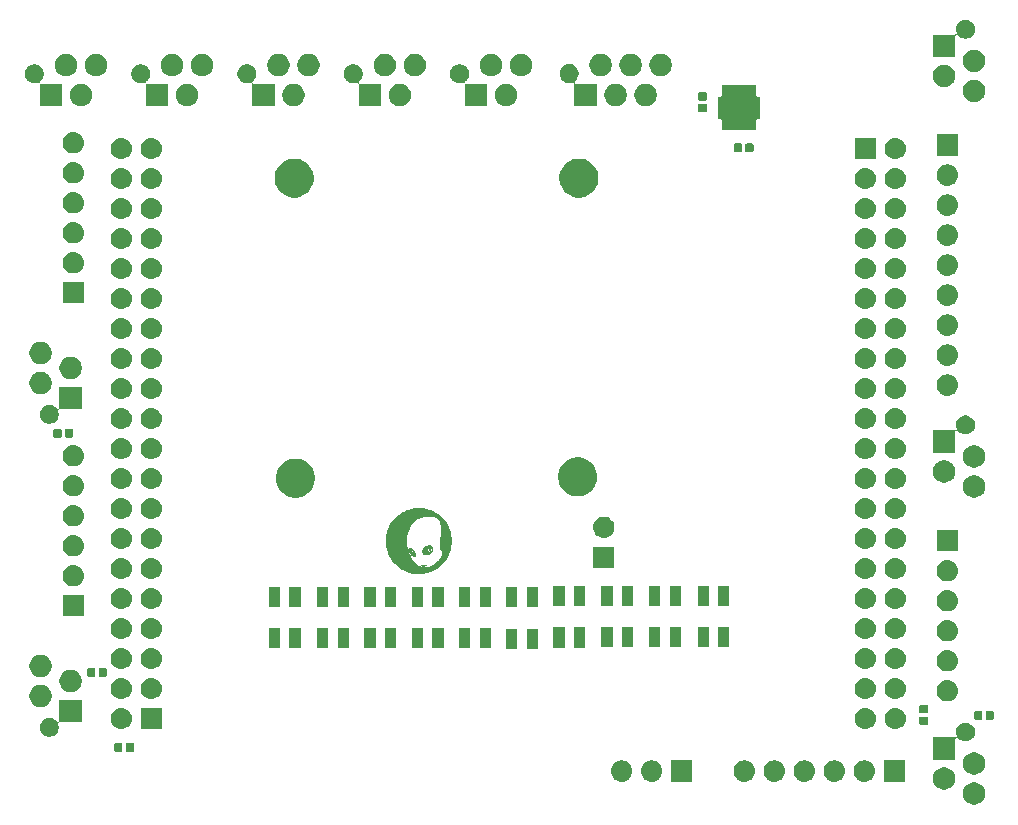
<source format=gbr>
G04 #@! TF.GenerationSoftware,KiCad,Pcbnew,5.1.2-f72e74a~84~ubuntu18.04.1*
G04 #@! TF.CreationDate,2019-09-03T03:43:08+02:00*
G04 #@! TF.ProjectId,myo_shield_pcb,6d796f5f-7368-4696-956c-645f7063622e,rev?*
G04 #@! TF.SameCoordinates,Original*
G04 #@! TF.FileFunction,Soldermask,Top*
G04 #@! TF.FilePolarity,Negative*
%FSLAX46Y46*%
G04 Gerber Fmt 4.6, Leading zero omitted, Abs format (unit mm)*
G04 Created by KiCad (PCBNEW 5.1.2-f72e74a~84~ubuntu18.04.1) date 2019-09-03 03:43:08*
%MOMM*%
%LPD*%
G04 APERTURE LIST*
%ADD10C,0.010000*%
%ADD11C,0.060000*%
%ADD12C,0.100000*%
G04 APERTURE END LIST*
D10*
G36*
X148618423Y-120401777D02*
G01*
X148656263Y-120405066D01*
X148676759Y-120408897D01*
X148728390Y-120425874D01*
X148773060Y-120449654D01*
X148810646Y-120479527D01*
X148841024Y-120514781D01*
X148864071Y-120554703D01*
X148879661Y-120598583D01*
X148887672Y-120645708D01*
X148887980Y-120695366D01*
X148880461Y-120746846D01*
X148864990Y-120799436D01*
X148841445Y-120852424D01*
X148809701Y-120905099D01*
X148771669Y-120954398D01*
X148722024Y-121005506D01*
X148667034Y-121050255D01*
X148607863Y-121088142D01*
X148545678Y-121118666D01*
X148481645Y-121141325D01*
X148416929Y-121155617D01*
X148352695Y-121161041D01*
X148298218Y-121158169D01*
X148243393Y-121147107D01*
X148194297Y-121128036D01*
X148151371Y-121101148D01*
X148132887Y-121085333D01*
X148101140Y-121051436D01*
X148078000Y-121016962D01*
X148062118Y-120979320D01*
X148052141Y-120935916D01*
X148050986Y-120928145D01*
X148048426Y-120873755D01*
X148055286Y-120818691D01*
X148070934Y-120763752D01*
X148084275Y-120733475D01*
X148449164Y-120733475D01*
X148451545Y-120755112D01*
X148464506Y-120799304D01*
X148485689Y-120838657D01*
X148514198Y-120872122D01*
X148549137Y-120898653D01*
X148589610Y-120917204D01*
X148590453Y-120917481D01*
X148610411Y-120921460D01*
X148637461Y-120923152D01*
X148655684Y-120922976D01*
X148679938Y-120921571D01*
X148698324Y-120918634D01*
X148715122Y-120913176D01*
X148732690Y-120905155D01*
X148769679Y-120881788D01*
X148800282Y-120851948D01*
X148823754Y-120817048D01*
X148839349Y-120778504D01*
X148846322Y-120737728D01*
X148843925Y-120696134D01*
X148843670Y-120694722D01*
X148830966Y-120652824D01*
X148809644Y-120614438D01*
X148780985Y-120581215D01*
X148746270Y-120554806D01*
X148727445Y-120544858D01*
X148697518Y-120535350D01*
X148662396Y-120530786D01*
X148625790Y-120531225D01*
X148591413Y-120536724D01*
X148573531Y-120542426D01*
X148538383Y-120561486D01*
X148507691Y-120587944D01*
X148482440Y-120620087D01*
X148463613Y-120656199D01*
X148452193Y-120694567D01*
X148449164Y-120733475D01*
X148084275Y-120733475D01*
X148094736Y-120709736D01*
X148126061Y-120657441D01*
X148164274Y-120607666D01*
X148208745Y-120561207D01*
X148258840Y-120518864D01*
X148313926Y-120481434D01*
X148373370Y-120449716D01*
X148436541Y-120424507D01*
X148454886Y-120418701D01*
X148491263Y-120410238D01*
X148532757Y-120404503D01*
X148576199Y-120401636D01*
X148618423Y-120401777D01*
X148618423Y-120401777D01*
G37*
X148618423Y-120401777D02*
X148656263Y-120405066D01*
X148676759Y-120408897D01*
X148728390Y-120425874D01*
X148773060Y-120449654D01*
X148810646Y-120479527D01*
X148841024Y-120514781D01*
X148864071Y-120554703D01*
X148879661Y-120598583D01*
X148887672Y-120645708D01*
X148887980Y-120695366D01*
X148880461Y-120746846D01*
X148864990Y-120799436D01*
X148841445Y-120852424D01*
X148809701Y-120905099D01*
X148771669Y-120954398D01*
X148722024Y-121005506D01*
X148667034Y-121050255D01*
X148607863Y-121088142D01*
X148545678Y-121118666D01*
X148481645Y-121141325D01*
X148416929Y-121155617D01*
X148352695Y-121161041D01*
X148298218Y-121158169D01*
X148243393Y-121147107D01*
X148194297Y-121128036D01*
X148151371Y-121101148D01*
X148132887Y-121085333D01*
X148101140Y-121051436D01*
X148078000Y-121016962D01*
X148062118Y-120979320D01*
X148052141Y-120935916D01*
X148050986Y-120928145D01*
X148048426Y-120873755D01*
X148055286Y-120818691D01*
X148070934Y-120763752D01*
X148084275Y-120733475D01*
X148449164Y-120733475D01*
X148451545Y-120755112D01*
X148464506Y-120799304D01*
X148485689Y-120838657D01*
X148514198Y-120872122D01*
X148549137Y-120898653D01*
X148589610Y-120917204D01*
X148590453Y-120917481D01*
X148610411Y-120921460D01*
X148637461Y-120923152D01*
X148655684Y-120922976D01*
X148679938Y-120921571D01*
X148698324Y-120918634D01*
X148715122Y-120913176D01*
X148732690Y-120905155D01*
X148769679Y-120881788D01*
X148800282Y-120851948D01*
X148823754Y-120817048D01*
X148839349Y-120778504D01*
X148846322Y-120737728D01*
X148843925Y-120696134D01*
X148843670Y-120694722D01*
X148830966Y-120652824D01*
X148809644Y-120614438D01*
X148780985Y-120581215D01*
X148746270Y-120554806D01*
X148727445Y-120544858D01*
X148697518Y-120535350D01*
X148662396Y-120530786D01*
X148625790Y-120531225D01*
X148591413Y-120536724D01*
X148573531Y-120542426D01*
X148538383Y-120561486D01*
X148507691Y-120587944D01*
X148482440Y-120620087D01*
X148463613Y-120656199D01*
X148452193Y-120694567D01*
X148449164Y-120733475D01*
X148084275Y-120733475D01*
X148094736Y-120709736D01*
X148126061Y-120657441D01*
X148164274Y-120607666D01*
X148208745Y-120561207D01*
X148258840Y-120518864D01*
X148313926Y-120481434D01*
X148373370Y-120449716D01*
X148436541Y-120424507D01*
X148454886Y-120418701D01*
X148491263Y-120410238D01*
X148532757Y-120404503D01*
X148576199Y-120401636D01*
X148618423Y-120401777D01*
G36*
X146993665Y-120592400D02*
G01*
X147011199Y-120594815D01*
X147027879Y-120600076D01*
X147046678Y-120608404D01*
X147096544Y-120636810D01*
X147146028Y-120674026D01*
X147194186Y-120718713D01*
X147240077Y-120769536D01*
X147282757Y-120825158D01*
X147321285Y-120884244D01*
X147354717Y-120945456D01*
X147382112Y-121007459D01*
X147402526Y-121068917D01*
X147415018Y-121128492D01*
X147415381Y-121131129D01*
X147418149Y-121174196D01*
X147414456Y-121212257D01*
X147404593Y-121244427D01*
X147388853Y-121269822D01*
X147367525Y-121287556D01*
X147363187Y-121289832D01*
X147335219Y-121298318D01*
X147303409Y-121299581D01*
X147271189Y-121293488D01*
X147270740Y-121293346D01*
X147227203Y-121275057D01*
X147182270Y-121247842D01*
X147136881Y-121212665D01*
X147091976Y-121170487D01*
X147048495Y-121122272D01*
X147007378Y-121068982D01*
X146969565Y-121011579D01*
X146935996Y-120951026D01*
X146935540Y-120950119D01*
X146910181Y-120895845D01*
X146901711Y-120873574D01*
X147055284Y-120873574D01*
X147055543Y-120901315D01*
X147058121Y-120929311D01*
X147062567Y-120952702D01*
X147072407Y-120982865D01*
X147086999Y-121017156D01*
X147104535Y-121051944D01*
X147123208Y-121083596D01*
X147138382Y-121105022D01*
X147169895Y-121140806D01*
X147201152Y-121168895D01*
X147231506Y-121189000D01*
X147260309Y-121200834D01*
X147286913Y-121204109D01*
X147310670Y-121198538D01*
X147326133Y-121188466D01*
X147340767Y-121171999D01*
X147350019Y-121152003D01*
X147354606Y-121126313D01*
X147355402Y-121100316D01*
X147351584Y-121061085D01*
X147341587Y-121020767D01*
X147326265Y-120980451D01*
X147306466Y-120941228D01*
X147283042Y-120904188D01*
X147256844Y-120870421D01*
X147228723Y-120841018D01*
X147199529Y-120817069D01*
X147170113Y-120799664D01*
X147141326Y-120789894D01*
X147114019Y-120788849D01*
X147112521Y-120789075D01*
X147090226Y-120797610D01*
X147071870Y-120814429D01*
X147061805Y-120831686D01*
X147057365Y-120849295D01*
X147055284Y-120873574D01*
X146901711Y-120873574D01*
X146891505Y-120846742D01*
X146878956Y-120800850D01*
X146871980Y-120756209D01*
X146870024Y-120718820D01*
X146870147Y-120693734D01*
X146871356Y-120675780D01*
X146874108Y-120661950D01*
X146878861Y-120649235D01*
X146881443Y-120643751D01*
X146892212Y-120626421D01*
X146905671Y-120610733D01*
X146911471Y-120605651D01*
X146921774Y-120598608D01*
X146931873Y-120594452D01*
X146944939Y-120592443D01*
X146964145Y-120591838D01*
X146970641Y-120591820D01*
X146993665Y-120592400D01*
X146993665Y-120592400D01*
G37*
X146993665Y-120592400D02*
X147011199Y-120594815D01*
X147027879Y-120600076D01*
X147046678Y-120608404D01*
X147096544Y-120636810D01*
X147146028Y-120674026D01*
X147194186Y-120718713D01*
X147240077Y-120769536D01*
X147282757Y-120825158D01*
X147321285Y-120884244D01*
X147354717Y-120945456D01*
X147382112Y-121007459D01*
X147402526Y-121068917D01*
X147415018Y-121128492D01*
X147415381Y-121131129D01*
X147418149Y-121174196D01*
X147414456Y-121212257D01*
X147404593Y-121244427D01*
X147388853Y-121269822D01*
X147367525Y-121287556D01*
X147363187Y-121289832D01*
X147335219Y-121298318D01*
X147303409Y-121299581D01*
X147271189Y-121293488D01*
X147270740Y-121293346D01*
X147227203Y-121275057D01*
X147182270Y-121247842D01*
X147136881Y-121212665D01*
X147091976Y-121170487D01*
X147048495Y-121122272D01*
X147007378Y-121068982D01*
X146969565Y-121011579D01*
X146935996Y-120951026D01*
X146935540Y-120950119D01*
X146910181Y-120895845D01*
X146901711Y-120873574D01*
X147055284Y-120873574D01*
X147055543Y-120901315D01*
X147058121Y-120929311D01*
X147062567Y-120952702D01*
X147072407Y-120982865D01*
X147086999Y-121017156D01*
X147104535Y-121051944D01*
X147123208Y-121083596D01*
X147138382Y-121105022D01*
X147169895Y-121140806D01*
X147201152Y-121168895D01*
X147231506Y-121189000D01*
X147260309Y-121200834D01*
X147286913Y-121204109D01*
X147310670Y-121198538D01*
X147326133Y-121188466D01*
X147340767Y-121171999D01*
X147350019Y-121152003D01*
X147354606Y-121126313D01*
X147355402Y-121100316D01*
X147351584Y-121061085D01*
X147341587Y-121020767D01*
X147326265Y-120980451D01*
X147306466Y-120941228D01*
X147283042Y-120904188D01*
X147256844Y-120870421D01*
X147228723Y-120841018D01*
X147199529Y-120817069D01*
X147170113Y-120799664D01*
X147141326Y-120789894D01*
X147114019Y-120788849D01*
X147112521Y-120789075D01*
X147090226Y-120797610D01*
X147071870Y-120814429D01*
X147061805Y-120831686D01*
X147057365Y-120849295D01*
X147055284Y-120873574D01*
X146901711Y-120873574D01*
X146891505Y-120846742D01*
X146878956Y-120800850D01*
X146871980Y-120756209D01*
X146870024Y-120718820D01*
X146870147Y-120693734D01*
X146871356Y-120675780D01*
X146874108Y-120661950D01*
X146878861Y-120649235D01*
X146881443Y-120643751D01*
X146892212Y-120626421D01*
X146905671Y-120610733D01*
X146911471Y-120605651D01*
X146921774Y-120598608D01*
X146931873Y-120594452D01*
X146944939Y-120592443D01*
X146964145Y-120591838D01*
X146970641Y-120591820D01*
X146993665Y-120592400D01*
D11*
G36*
X148324692Y-122031830D02*
G01*
X148328884Y-122037238D01*
X148329842Y-122045434D01*
X148325424Y-122050854D01*
X148313375Y-122058710D01*
X148295655Y-122068093D01*
X148274225Y-122078090D01*
X148251046Y-122087791D01*
X148228078Y-122096284D01*
X148207282Y-122102659D01*
X148205917Y-122103013D01*
X148162856Y-122110486D01*
X148114361Y-122112860D01*
X148063785Y-122110138D01*
X148017500Y-122102965D01*
X147990200Y-122097186D01*
X147971309Y-122092973D01*
X147959286Y-122089840D01*
X147952588Y-122087302D01*
X147949673Y-122084876D01*
X147948999Y-122082076D01*
X147948997Y-122081433D01*
X147950026Y-122073727D01*
X147953898Y-122069084D01*
X147962140Y-122067369D01*
X147976276Y-122068449D01*
X147997832Y-122072190D01*
X148014960Y-122075657D01*
X148073922Y-122085109D01*
X148127388Y-122087441D01*
X148177312Y-122082442D01*
X148225646Y-122069901D01*
X148274342Y-122049609D01*
X148279221Y-122047188D01*
X148301207Y-122036758D01*
X148315915Y-122031654D01*
X148324692Y-122031830D01*
X148324692Y-122031830D01*
G37*
X148324692Y-122031830D02*
X148328884Y-122037238D01*
X148329842Y-122045434D01*
X148325424Y-122050854D01*
X148313375Y-122058710D01*
X148295655Y-122068093D01*
X148274225Y-122078090D01*
X148251046Y-122087791D01*
X148228078Y-122096284D01*
X148207282Y-122102659D01*
X148205917Y-122103013D01*
X148162856Y-122110486D01*
X148114361Y-122112860D01*
X148063785Y-122110138D01*
X148017500Y-122102965D01*
X147990200Y-122097186D01*
X147971309Y-122092973D01*
X147959286Y-122089840D01*
X147952588Y-122087302D01*
X147949673Y-122084876D01*
X147948999Y-122082076D01*
X147948997Y-122081433D01*
X147950026Y-122073727D01*
X147953898Y-122069084D01*
X147962140Y-122067369D01*
X147976276Y-122068449D01*
X147997832Y-122072190D01*
X148014960Y-122075657D01*
X148073922Y-122085109D01*
X148127388Y-122087441D01*
X148177312Y-122082442D01*
X148225646Y-122069901D01*
X148274342Y-122049609D01*
X148279221Y-122047188D01*
X148301207Y-122036758D01*
X148315915Y-122031654D01*
X148324692Y-122031830D01*
D10*
G36*
X147811411Y-117247658D02*
G01*
X147860303Y-117249034D01*
X147901791Y-117251227D01*
X147904248Y-117251404D01*
X148070730Y-117268617D01*
X148234856Y-117295619D01*
X148396263Y-117332236D01*
X148554589Y-117378297D01*
X148709470Y-117433628D01*
X148860545Y-117498056D01*
X149007451Y-117571410D01*
X149149824Y-117653515D01*
X149287304Y-117744199D01*
X149419526Y-117843290D01*
X149546128Y-117950614D01*
X149666748Y-118065999D01*
X149711488Y-118112506D01*
X149822388Y-118237802D01*
X149924852Y-118368680D01*
X150018766Y-118504894D01*
X150104014Y-118646197D01*
X150180485Y-118792344D01*
X150248064Y-118943091D01*
X150306637Y-119098190D01*
X150356090Y-119257396D01*
X150396310Y-119420465D01*
X150427184Y-119587149D01*
X150441027Y-119687580D01*
X150443688Y-119715614D01*
X150446056Y-119752158D01*
X150448107Y-119795565D01*
X150449818Y-119844188D01*
X150451168Y-119896379D01*
X150452131Y-119950493D01*
X150452687Y-120004881D01*
X150452810Y-120057898D01*
X150452479Y-120107897D01*
X150451671Y-120153229D01*
X150450362Y-120192250D01*
X150448529Y-120223311D01*
X150448521Y-120223409D01*
X150430425Y-120387738D01*
X150402523Y-120549947D01*
X150365024Y-120709636D01*
X150318137Y-120866405D01*
X150262068Y-121019853D01*
X150197026Y-121169580D01*
X150123220Y-121315186D01*
X150040858Y-121456271D01*
X149950147Y-121592433D01*
X149851295Y-121723273D01*
X149744512Y-121848391D01*
X149630005Y-121967385D01*
X149507982Y-122079856D01*
X149463827Y-122117365D01*
X149332339Y-122220164D01*
X149195556Y-122314370D01*
X149053820Y-122399844D01*
X148907475Y-122476444D01*
X148756863Y-122544030D01*
X148602328Y-122602462D01*
X148444213Y-122651599D01*
X148282861Y-122691300D01*
X148118615Y-122721425D01*
X147951818Y-122741834D01*
X147936220Y-122743230D01*
X147904605Y-122745421D01*
X147865273Y-122747283D01*
X147820337Y-122748791D01*
X147771909Y-122749916D01*
X147722102Y-122750634D01*
X147673029Y-122750917D01*
X147626802Y-122750740D01*
X147585534Y-122750076D01*
X147551338Y-122748899D01*
X147538694Y-122748187D01*
X147369062Y-122732042D01*
X147202378Y-122706308D01*
X147038908Y-122671099D01*
X146878916Y-122626529D01*
X146722667Y-122572712D01*
X146570427Y-122509763D01*
X146422461Y-122437796D01*
X146279033Y-122356925D01*
X146140408Y-122267265D01*
X146006852Y-122168929D01*
X145878630Y-122062031D01*
X145817269Y-122006036D01*
X145698879Y-121887867D01*
X145588479Y-121763571D01*
X145486241Y-121633510D01*
X145392338Y-121498048D01*
X145306943Y-121357546D01*
X145230229Y-121212369D01*
X145162370Y-121062880D01*
X145103537Y-120909441D01*
X145053904Y-120752416D01*
X145013644Y-120592168D01*
X144982930Y-120429060D01*
X144961935Y-120263454D01*
X144956484Y-120199168D01*
X144954235Y-120158243D01*
X144952806Y-120109784D01*
X144952158Y-120055741D01*
X144952254Y-119998065D01*
X144952845Y-119954280D01*
X146635866Y-119954280D01*
X146636087Y-120014867D01*
X146636800Y-120067255D01*
X146638154Y-120113398D01*
X146640296Y-120155249D01*
X146643376Y-120194763D01*
X146647541Y-120233895D01*
X146652939Y-120274598D01*
X146659719Y-120318827D01*
X146666683Y-120360680D01*
X146691321Y-120485767D01*
X146723172Y-120615784D01*
X146761644Y-120749155D01*
X146806146Y-120884306D01*
X146856085Y-121019660D01*
X146910869Y-121153644D01*
X146969907Y-121284683D01*
X147032605Y-121411201D01*
X147098373Y-121531623D01*
X147122138Y-121572260D01*
X147147850Y-121614150D01*
X147172392Y-121651070D01*
X147197458Y-121685163D01*
X147224739Y-121718577D01*
X147255927Y-121753455D01*
X147292714Y-121791944D01*
X147306237Y-121805668D01*
X147374539Y-121872063D01*
X147440032Y-121930339D01*
X147504180Y-121981594D01*
X147568445Y-122026927D01*
X147634292Y-122067436D01*
X147703183Y-122104220D01*
X147705625Y-122105432D01*
X147772865Y-122136631D01*
X147840523Y-122163591D01*
X147909818Y-122186574D01*
X147981972Y-122205841D01*
X148058208Y-122221653D01*
X148139746Y-122234271D01*
X148227807Y-122243955D01*
X148323614Y-122250968D01*
X148404301Y-122254743D01*
X148418468Y-122254065D01*
X148439174Y-122251605D01*
X148463042Y-122247805D01*
X148476346Y-122245295D01*
X148582126Y-122218969D01*
X148686227Y-122182724D01*
X148788740Y-122136520D01*
X148889759Y-122080316D01*
X148968715Y-122028715D01*
X149004948Y-122002443D01*
X149045856Y-121971048D01*
X149090005Y-121935764D01*
X149135964Y-121897826D01*
X149182299Y-121858467D01*
X149227577Y-121818921D01*
X149270365Y-121780423D01*
X149309230Y-121744207D01*
X149342740Y-121711506D01*
X149369357Y-121683669D01*
X149419078Y-121626571D01*
X149468026Y-121565833D01*
X149515342Y-121502772D01*
X149560168Y-121438702D01*
X149601646Y-121374939D01*
X149638916Y-121312800D01*
X149671120Y-121253600D01*
X149697399Y-121198654D01*
X149715547Y-121153160D01*
X149727166Y-121116683D01*
X149733669Y-121086920D01*
X149735291Y-121061946D01*
X149732266Y-121039838D01*
X149730229Y-121032655D01*
X149721899Y-120999183D01*
X149715174Y-120955850D01*
X149710045Y-120902582D01*
X149708557Y-120880480D01*
X149706914Y-120857285D01*
X149705091Y-120837827D01*
X149703327Y-120824354D01*
X149702048Y-120819279D01*
X149695985Y-120815091D01*
X149683461Y-120808816D01*
X149671213Y-120803494D01*
X149635191Y-120785805D01*
X149605050Y-120764111D01*
X149580055Y-120737333D01*
X149559472Y-120704396D01*
X149542567Y-120664221D01*
X149528606Y-120615733D01*
X149521731Y-120584200D01*
X149513109Y-120529984D01*
X149506872Y-120467299D01*
X149503003Y-120397547D01*
X149501488Y-120322131D01*
X149502310Y-120242453D01*
X149505454Y-120159917D01*
X149510904Y-120075924D01*
X149518644Y-119991878D01*
X149528658Y-119909181D01*
X149529391Y-119903857D01*
X149537683Y-119852621D01*
X149548851Y-119798523D01*
X149563299Y-119739881D01*
X149581436Y-119675012D01*
X149597507Y-119621894D01*
X149608001Y-119586596D01*
X149614749Y-119560223D01*
X149617856Y-119542298D01*
X149617630Y-119532994D01*
X149616992Y-119525817D01*
X149616273Y-119509339D01*
X149615490Y-119484422D01*
X149614662Y-119451926D01*
X149613807Y-119412708D01*
X149612943Y-119367631D01*
X149612087Y-119317553D01*
X149611258Y-119263335D01*
X149610474Y-119205836D01*
X149610024Y-119169420D01*
X149609099Y-119094866D01*
X149608178Y-119029436D01*
X149607209Y-118972094D01*
X149606143Y-118921802D01*
X149604928Y-118877525D01*
X149603514Y-118838228D01*
X149601851Y-118802872D01*
X149599886Y-118770422D01*
X149597570Y-118739843D01*
X149594853Y-118710097D01*
X149591682Y-118680148D01*
X149588009Y-118648961D01*
X149583781Y-118615498D01*
X149582415Y-118604995D01*
X149573450Y-118542533D01*
X149562637Y-118477182D01*
X149550663Y-118412772D01*
X149538216Y-118353131D01*
X149533201Y-118331220D01*
X149527194Y-118305740D01*
X149521859Y-118283078D01*
X149517719Y-118265465D01*
X149515300Y-118255135D01*
X149515099Y-118254273D01*
X149509514Y-118244596D01*
X149496770Y-118230140D01*
X149478059Y-118211912D01*
X149454573Y-118190920D01*
X149427505Y-118168170D01*
X149398047Y-118144671D01*
X149367391Y-118121430D01*
X149336729Y-118099454D01*
X149312900Y-118083398D01*
X149219663Y-118028561D01*
X149120366Y-117981665D01*
X149014885Y-117942665D01*
X148903099Y-117911515D01*
X148784885Y-117888173D01*
X148774420Y-117886529D01*
X148729797Y-117880994D01*
X148677546Y-117876733D01*
X148620123Y-117873789D01*
X148559984Y-117872208D01*
X148499587Y-117872036D01*
X148441389Y-117873316D01*
X148387846Y-117876094D01*
X148355320Y-117878864D01*
X148218305Y-117896876D01*
X148086889Y-117922248D01*
X147961374Y-117954863D01*
X147842065Y-117994607D01*
X147729262Y-118041362D01*
X147623270Y-118095014D01*
X147524391Y-118155447D01*
X147432928Y-118222544D01*
X147412307Y-118239465D01*
X147379118Y-118268484D01*
X147346726Y-118299428D01*
X147313635Y-118333870D01*
X147278349Y-118373378D01*
X147239372Y-118419524D01*
X147230517Y-118430280D01*
X147126906Y-118562732D01*
X147033379Y-118695187D01*
X146949858Y-118827797D01*
X146876268Y-118960716D01*
X146812533Y-119094098D01*
X146758577Y-119228098D01*
X146714324Y-119362867D01*
X146679697Y-119498561D01*
X146664339Y-119575820D01*
X146656862Y-119618964D01*
X146650787Y-119657561D01*
X146645975Y-119693452D01*
X146642287Y-119728477D01*
X146639585Y-119764477D01*
X146637730Y-119803291D01*
X146636585Y-119846762D01*
X146636009Y-119896729D01*
X146635866Y-119954280D01*
X144952845Y-119954280D01*
X144953056Y-119938704D01*
X144954526Y-119879611D01*
X144956624Y-119822735D01*
X144959314Y-119770027D01*
X144962556Y-119723437D01*
X144966314Y-119684915D01*
X144966582Y-119682680D01*
X144992056Y-119513148D01*
X145026728Y-119347926D01*
X145070629Y-119186938D01*
X145123792Y-119030112D01*
X145186249Y-118877374D01*
X145258030Y-118728650D01*
X145339169Y-118583866D01*
X145429697Y-118442948D01*
X145529646Y-118305822D01*
X145597157Y-118221718D01*
X145622254Y-118192734D01*
X145653460Y-118158564D01*
X145689254Y-118120728D01*
X145728116Y-118080747D01*
X145768523Y-118040143D01*
X145808955Y-118000438D01*
X145847890Y-117963151D01*
X145883808Y-117929805D01*
X145915186Y-117901920D01*
X145926798Y-117892077D01*
X146043126Y-117799763D01*
X146160135Y-117716075D01*
X146279986Y-117639586D01*
X146404836Y-117568870D01*
X146457940Y-117541230D01*
X146603201Y-117472517D01*
X146750453Y-117413076D01*
X146900545Y-117362650D01*
X147054324Y-117320984D01*
X147212640Y-117287823D01*
X147376342Y-117262911D01*
X147387760Y-117261502D01*
X147425674Y-117257711D01*
X147471787Y-117254433D01*
X147524148Y-117251705D01*
X147580806Y-117249566D01*
X147639812Y-117248054D01*
X147699215Y-117247206D01*
X147757065Y-117247062D01*
X147811411Y-117247658D01*
X147811411Y-117247658D01*
G37*
X147811411Y-117247658D02*
X147860303Y-117249034D01*
X147901791Y-117251227D01*
X147904248Y-117251404D01*
X148070730Y-117268617D01*
X148234856Y-117295619D01*
X148396263Y-117332236D01*
X148554589Y-117378297D01*
X148709470Y-117433628D01*
X148860545Y-117498056D01*
X149007451Y-117571410D01*
X149149824Y-117653515D01*
X149287304Y-117744199D01*
X149419526Y-117843290D01*
X149546128Y-117950614D01*
X149666748Y-118065999D01*
X149711488Y-118112506D01*
X149822388Y-118237802D01*
X149924852Y-118368680D01*
X150018766Y-118504894D01*
X150104014Y-118646197D01*
X150180485Y-118792344D01*
X150248064Y-118943091D01*
X150306637Y-119098190D01*
X150356090Y-119257396D01*
X150396310Y-119420465D01*
X150427184Y-119587149D01*
X150441027Y-119687580D01*
X150443688Y-119715614D01*
X150446056Y-119752158D01*
X150448107Y-119795565D01*
X150449818Y-119844188D01*
X150451168Y-119896379D01*
X150452131Y-119950493D01*
X150452687Y-120004881D01*
X150452810Y-120057898D01*
X150452479Y-120107897D01*
X150451671Y-120153229D01*
X150450362Y-120192250D01*
X150448529Y-120223311D01*
X150448521Y-120223409D01*
X150430425Y-120387738D01*
X150402523Y-120549947D01*
X150365024Y-120709636D01*
X150318137Y-120866405D01*
X150262068Y-121019853D01*
X150197026Y-121169580D01*
X150123220Y-121315186D01*
X150040858Y-121456271D01*
X149950147Y-121592433D01*
X149851295Y-121723273D01*
X149744512Y-121848391D01*
X149630005Y-121967385D01*
X149507982Y-122079856D01*
X149463827Y-122117365D01*
X149332339Y-122220164D01*
X149195556Y-122314370D01*
X149053820Y-122399844D01*
X148907475Y-122476444D01*
X148756863Y-122544030D01*
X148602328Y-122602462D01*
X148444213Y-122651599D01*
X148282861Y-122691300D01*
X148118615Y-122721425D01*
X147951818Y-122741834D01*
X147936220Y-122743230D01*
X147904605Y-122745421D01*
X147865273Y-122747283D01*
X147820337Y-122748791D01*
X147771909Y-122749916D01*
X147722102Y-122750634D01*
X147673029Y-122750917D01*
X147626802Y-122750740D01*
X147585534Y-122750076D01*
X147551338Y-122748899D01*
X147538694Y-122748187D01*
X147369062Y-122732042D01*
X147202378Y-122706308D01*
X147038908Y-122671099D01*
X146878916Y-122626529D01*
X146722667Y-122572712D01*
X146570427Y-122509763D01*
X146422461Y-122437796D01*
X146279033Y-122356925D01*
X146140408Y-122267265D01*
X146006852Y-122168929D01*
X145878630Y-122062031D01*
X145817269Y-122006036D01*
X145698879Y-121887867D01*
X145588479Y-121763571D01*
X145486241Y-121633510D01*
X145392338Y-121498048D01*
X145306943Y-121357546D01*
X145230229Y-121212369D01*
X145162370Y-121062880D01*
X145103537Y-120909441D01*
X145053904Y-120752416D01*
X145013644Y-120592168D01*
X144982930Y-120429060D01*
X144961935Y-120263454D01*
X144956484Y-120199168D01*
X144954235Y-120158243D01*
X144952806Y-120109784D01*
X144952158Y-120055741D01*
X144952254Y-119998065D01*
X144952845Y-119954280D01*
X146635866Y-119954280D01*
X146636087Y-120014867D01*
X146636800Y-120067255D01*
X146638154Y-120113398D01*
X146640296Y-120155249D01*
X146643376Y-120194763D01*
X146647541Y-120233895D01*
X146652939Y-120274598D01*
X146659719Y-120318827D01*
X146666683Y-120360680D01*
X146691321Y-120485767D01*
X146723172Y-120615784D01*
X146761644Y-120749155D01*
X146806146Y-120884306D01*
X146856085Y-121019660D01*
X146910869Y-121153644D01*
X146969907Y-121284683D01*
X147032605Y-121411201D01*
X147098373Y-121531623D01*
X147122138Y-121572260D01*
X147147850Y-121614150D01*
X147172392Y-121651070D01*
X147197458Y-121685163D01*
X147224739Y-121718577D01*
X147255927Y-121753455D01*
X147292714Y-121791944D01*
X147306237Y-121805668D01*
X147374539Y-121872063D01*
X147440032Y-121930339D01*
X147504180Y-121981594D01*
X147568445Y-122026927D01*
X147634292Y-122067436D01*
X147703183Y-122104220D01*
X147705625Y-122105432D01*
X147772865Y-122136631D01*
X147840523Y-122163591D01*
X147909818Y-122186574D01*
X147981972Y-122205841D01*
X148058208Y-122221653D01*
X148139746Y-122234271D01*
X148227807Y-122243955D01*
X148323614Y-122250968D01*
X148404301Y-122254743D01*
X148418468Y-122254065D01*
X148439174Y-122251605D01*
X148463042Y-122247805D01*
X148476346Y-122245295D01*
X148582126Y-122218969D01*
X148686227Y-122182724D01*
X148788740Y-122136520D01*
X148889759Y-122080316D01*
X148968715Y-122028715D01*
X149004948Y-122002443D01*
X149045856Y-121971048D01*
X149090005Y-121935764D01*
X149135964Y-121897826D01*
X149182299Y-121858467D01*
X149227577Y-121818921D01*
X149270365Y-121780423D01*
X149309230Y-121744207D01*
X149342740Y-121711506D01*
X149369357Y-121683669D01*
X149419078Y-121626571D01*
X149468026Y-121565833D01*
X149515342Y-121502772D01*
X149560168Y-121438702D01*
X149601646Y-121374939D01*
X149638916Y-121312800D01*
X149671120Y-121253600D01*
X149697399Y-121198654D01*
X149715547Y-121153160D01*
X149727166Y-121116683D01*
X149733669Y-121086920D01*
X149735291Y-121061946D01*
X149732266Y-121039838D01*
X149730229Y-121032655D01*
X149721899Y-120999183D01*
X149715174Y-120955850D01*
X149710045Y-120902582D01*
X149708557Y-120880480D01*
X149706914Y-120857285D01*
X149705091Y-120837827D01*
X149703327Y-120824354D01*
X149702048Y-120819279D01*
X149695985Y-120815091D01*
X149683461Y-120808816D01*
X149671213Y-120803494D01*
X149635191Y-120785805D01*
X149605050Y-120764111D01*
X149580055Y-120737333D01*
X149559472Y-120704396D01*
X149542567Y-120664221D01*
X149528606Y-120615733D01*
X149521731Y-120584200D01*
X149513109Y-120529984D01*
X149506872Y-120467299D01*
X149503003Y-120397547D01*
X149501488Y-120322131D01*
X149502310Y-120242453D01*
X149505454Y-120159917D01*
X149510904Y-120075924D01*
X149518644Y-119991878D01*
X149528658Y-119909181D01*
X149529391Y-119903857D01*
X149537683Y-119852621D01*
X149548851Y-119798523D01*
X149563299Y-119739881D01*
X149581436Y-119675012D01*
X149597507Y-119621894D01*
X149608001Y-119586596D01*
X149614749Y-119560223D01*
X149617856Y-119542298D01*
X149617630Y-119532994D01*
X149616992Y-119525817D01*
X149616273Y-119509339D01*
X149615490Y-119484422D01*
X149614662Y-119451926D01*
X149613807Y-119412708D01*
X149612943Y-119367631D01*
X149612087Y-119317553D01*
X149611258Y-119263335D01*
X149610474Y-119205836D01*
X149610024Y-119169420D01*
X149609099Y-119094866D01*
X149608178Y-119029436D01*
X149607209Y-118972094D01*
X149606143Y-118921802D01*
X149604928Y-118877525D01*
X149603514Y-118838228D01*
X149601851Y-118802872D01*
X149599886Y-118770422D01*
X149597570Y-118739843D01*
X149594853Y-118710097D01*
X149591682Y-118680148D01*
X149588009Y-118648961D01*
X149583781Y-118615498D01*
X149582415Y-118604995D01*
X149573450Y-118542533D01*
X149562637Y-118477182D01*
X149550663Y-118412772D01*
X149538216Y-118353131D01*
X149533201Y-118331220D01*
X149527194Y-118305740D01*
X149521859Y-118283078D01*
X149517719Y-118265465D01*
X149515300Y-118255135D01*
X149515099Y-118254273D01*
X149509514Y-118244596D01*
X149496770Y-118230140D01*
X149478059Y-118211912D01*
X149454573Y-118190920D01*
X149427505Y-118168170D01*
X149398047Y-118144671D01*
X149367391Y-118121430D01*
X149336729Y-118099454D01*
X149312900Y-118083398D01*
X149219663Y-118028561D01*
X149120366Y-117981665D01*
X149014885Y-117942665D01*
X148903099Y-117911515D01*
X148784885Y-117888173D01*
X148774420Y-117886529D01*
X148729797Y-117880994D01*
X148677546Y-117876733D01*
X148620123Y-117873789D01*
X148559984Y-117872208D01*
X148499587Y-117872036D01*
X148441389Y-117873316D01*
X148387846Y-117876094D01*
X148355320Y-117878864D01*
X148218305Y-117896876D01*
X148086889Y-117922248D01*
X147961374Y-117954863D01*
X147842065Y-117994607D01*
X147729262Y-118041362D01*
X147623270Y-118095014D01*
X147524391Y-118155447D01*
X147432928Y-118222544D01*
X147412307Y-118239465D01*
X147379118Y-118268484D01*
X147346726Y-118299428D01*
X147313635Y-118333870D01*
X147278349Y-118373378D01*
X147239372Y-118419524D01*
X147230517Y-118430280D01*
X147126906Y-118562732D01*
X147033379Y-118695187D01*
X146949858Y-118827797D01*
X146876268Y-118960716D01*
X146812533Y-119094098D01*
X146758577Y-119228098D01*
X146714324Y-119362867D01*
X146679697Y-119498561D01*
X146664339Y-119575820D01*
X146656862Y-119618964D01*
X146650787Y-119657561D01*
X146645975Y-119693452D01*
X146642287Y-119728477D01*
X146639585Y-119764477D01*
X146637730Y-119803291D01*
X146636585Y-119846762D01*
X146636009Y-119896729D01*
X146635866Y-119954280D01*
X144952845Y-119954280D01*
X144953056Y-119938704D01*
X144954526Y-119879611D01*
X144956624Y-119822735D01*
X144959314Y-119770027D01*
X144962556Y-119723437D01*
X144966314Y-119684915D01*
X144966582Y-119682680D01*
X144992056Y-119513148D01*
X145026728Y-119347926D01*
X145070629Y-119186938D01*
X145123792Y-119030112D01*
X145186249Y-118877374D01*
X145258030Y-118728650D01*
X145339169Y-118583866D01*
X145429697Y-118442948D01*
X145529646Y-118305822D01*
X145597157Y-118221718D01*
X145622254Y-118192734D01*
X145653460Y-118158564D01*
X145689254Y-118120728D01*
X145728116Y-118080747D01*
X145768523Y-118040143D01*
X145808955Y-118000438D01*
X145847890Y-117963151D01*
X145883808Y-117929805D01*
X145915186Y-117901920D01*
X145926798Y-117892077D01*
X146043126Y-117799763D01*
X146160135Y-117716075D01*
X146279986Y-117639586D01*
X146404836Y-117568870D01*
X146457940Y-117541230D01*
X146603201Y-117472517D01*
X146750453Y-117413076D01*
X146900545Y-117362650D01*
X147054324Y-117320984D01*
X147212640Y-117287823D01*
X147376342Y-117262911D01*
X147387760Y-117261502D01*
X147425674Y-117257711D01*
X147471787Y-117254433D01*
X147524148Y-117251705D01*
X147580806Y-117249566D01*
X147639812Y-117248054D01*
X147699215Y-117247206D01*
X147757065Y-117247062D01*
X147811411Y-117247658D01*
G36*
X147224466Y-120929926D02*
G01*
X147239554Y-120941333D01*
X147241789Y-120943610D01*
X147257997Y-120964076D01*
X147271303Y-120987188D01*
X147281395Y-121011348D01*
X147287961Y-121034960D01*
X147290691Y-121056426D01*
X147289274Y-121074150D01*
X147283397Y-121086535D01*
X147272750Y-121091983D01*
X147270740Y-121092103D01*
X147263319Y-121089690D01*
X147251818Y-121083702D01*
X147250097Y-121082671D01*
X147233099Y-121067908D01*
X147217367Y-121046401D01*
X147203917Y-121020683D01*
X147193764Y-120993289D01*
X147187921Y-120966754D01*
X147187405Y-120943613D01*
X147190003Y-120932595D01*
X147197422Y-120925074D01*
X147209666Y-120924345D01*
X147224466Y-120929926D01*
X147224466Y-120929926D01*
G37*
X147224466Y-120929926D02*
X147239554Y-120941333D01*
X147241789Y-120943610D01*
X147257997Y-120964076D01*
X147271303Y-120987188D01*
X147281395Y-121011348D01*
X147287961Y-121034960D01*
X147290691Y-121056426D01*
X147289274Y-121074150D01*
X147283397Y-121086535D01*
X147272750Y-121091983D01*
X147270740Y-121092103D01*
X147263319Y-121089690D01*
X147251818Y-121083702D01*
X147250097Y-121082671D01*
X147233099Y-121067908D01*
X147217367Y-121046401D01*
X147203917Y-121020683D01*
X147193764Y-120993289D01*
X147187921Y-120966754D01*
X147187405Y-120943613D01*
X147190003Y-120932595D01*
X147197422Y-120925074D01*
X147209666Y-120924345D01*
X147224466Y-120929926D01*
G36*
X148663667Y-120651102D02*
G01*
X148676744Y-120654493D01*
X148688048Y-120661622D01*
X148690392Y-120663545D01*
X148709692Y-120685382D01*
X148719619Y-120709859D01*
X148719926Y-120735768D01*
X148710441Y-120761765D01*
X148696012Y-120780859D01*
X148677537Y-120792325D01*
X148653024Y-120797210D01*
X148642228Y-120797560D01*
X148624829Y-120796947D01*
X148613155Y-120793934D01*
X148602794Y-120786758D01*
X148593903Y-120778259D01*
X148577278Y-120755369D01*
X148569936Y-120730434D01*
X148571832Y-120705206D01*
X148582919Y-120681436D01*
X148596859Y-120665951D01*
X148608713Y-120656754D01*
X148620030Y-120652033D01*
X148635130Y-120650369D01*
X148644667Y-120650240D01*
X148663667Y-120651102D01*
X148663667Y-120651102D01*
G37*
X148663667Y-120651102D02*
X148676744Y-120654493D01*
X148688048Y-120661622D01*
X148690392Y-120663545D01*
X148709692Y-120685382D01*
X148719619Y-120709859D01*
X148719926Y-120735768D01*
X148710441Y-120761765D01*
X148696012Y-120780859D01*
X148677537Y-120792325D01*
X148653024Y-120797210D01*
X148642228Y-120797560D01*
X148624829Y-120796947D01*
X148613155Y-120793934D01*
X148602794Y-120786758D01*
X148593903Y-120778259D01*
X148577278Y-120755369D01*
X148569936Y-120730434D01*
X148571832Y-120705206D01*
X148582919Y-120681436D01*
X148596859Y-120665951D01*
X148608713Y-120656754D01*
X148620030Y-120652033D01*
X148635130Y-120650369D01*
X148644667Y-120650240D01*
X148663667Y-120651102D01*
D12*
G36*
X195047395Y-140490546D02*
G01*
X195220466Y-140562234D01*
X195297818Y-140613919D01*
X195376227Y-140666310D01*
X195508690Y-140798773D01*
X195508691Y-140798775D01*
X195612766Y-140954534D01*
X195684454Y-141127605D01*
X195721000Y-141311333D01*
X195721000Y-141498667D01*
X195684454Y-141682395D01*
X195612766Y-141855466D01*
X195612765Y-141855467D01*
X195508690Y-142011227D01*
X195376227Y-142143690D01*
X195297818Y-142196081D01*
X195220466Y-142247766D01*
X195047395Y-142319454D01*
X194863667Y-142356000D01*
X194676333Y-142356000D01*
X194492605Y-142319454D01*
X194319534Y-142247766D01*
X194242182Y-142196081D01*
X194163773Y-142143690D01*
X194031310Y-142011227D01*
X193927235Y-141855467D01*
X193927234Y-141855466D01*
X193855546Y-141682395D01*
X193819000Y-141498667D01*
X193819000Y-141311333D01*
X193855546Y-141127605D01*
X193927234Y-140954534D01*
X194031309Y-140798775D01*
X194031310Y-140798773D01*
X194163773Y-140666310D01*
X194242182Y-140613919D01*
X194319534Y-140562234D01*
X194492605Y-140490546D01*
X194676333Y-140454000D01*
X194863667Y-140454000D01*
X195047395Y-140490546D01*
X195047395Y-140490546D01*
G37*
G36*
X192507395Y-139220546D02*
G01*
X192680466Y-139292234D01*
X192727069Y-139323373D01*
X192836227Y-139396310D01*
X192968690Y-139528773D01*
X192968691Y-139528775D01*
X193072766Y-139684534D01*
X193144454Y-139857605D01*
X193181000Y-140041333D01*
X193181000Y-140228667D01*
X193144454Y-140412395D01*
X193072766Y-140585466D01*
X193072765Y-140585467D01*
X192968690Y-140741227D01*
X192836227Y-140873690D01*
X192757818Y-140926081D01*
X192680466Y-140977766D01*
X192507395Y-141049454D01*
X192323667Y-141086000D01*
X192136333Y-141086000D01*
X191952605Y-141049454D01*
X191779534Y-140977766D01*
X191702182Y-140926081D01*
X191623773Y-140873690D01*
X191491310Y-140741227D01*
X191387235Y-140585467D01*
X191387234Y-140585466D01*
X191315546Y-140412395D01*
X191279000Y-140228667D01*
X191279000Y-140041333D01*
X191315546Y-139857605D01*
X191387234Y-139684534D01*
X191491309Y-139528775D01*
X191491310Y-139528773D01*
X191623773Y-139396310D01*
X191732931Y-139323373D01*
X191779534Y-139292234D01*
X191952605Y-139220546D01*
X192136333Y-139184000D01*
X192323667Y-139184000D01*
X192507395Y-139220546D01*
X192507395Y-139220546D01*
G37*
G36*
X170901000Y-140401000D02*
G01*
X169099000Y-140401000D01*
X169099000Y-138599000D01*
X170901000Y-138599000D01*
X170901000Y-140401000D01*
X170901000Y-140401000D01*
G37*
G36*
X167570443Y-138605519D02*
G01*
X167636627Y-138612037D01*
X167806466Y-138663557D01*
X167962991Y-138747222D01*
X167998729Y-138776552D01*
X168100186Y-138859814D01*
X168181310Y-138958665D01*
X168212778Y-138997009D01*
X168296443Y-139153534D01*
X168347963Y-139323373D01*
X168365359Y-139500000D01*
X168347963Y-139676627D01*
X168296443Y-139846466D01*
X168212778Y-140002991D01*
X168183448Y-140038729D01*
X168100186Y-140140186D01*
X167998729Y-140223448D01*
X167962991Y-140252778D01*
X167806466Y-140336443D01*
X167636627Y-140387963D01*
X167570443Y-140394481D01*
X167504260Y-140401000D01*
X167415740Y-140401000D01*
X167349557Y-140394481D01*
X167283373Y-140387963D01*
X167113534Y-140336443D01*
X166957009Y-140252778D01*
X166921271Y-140223448D01*
X166819814Y-140140186D01*
X166736552Y-140038729D01*
X166707222Y-140002991D01*
X166623557Y-139846466D01*
X166572037Y-139676627D01*
X166554641Y-139500000D01*
X166572037Y-139323373D01*
X166623557Y-139153534D01*
X166707222Y-138997009D01*
X166738690Y-138958665D01*
X166819814Y-138859814D01*
X166921271Y-138776552D01*
X166957009Y-138747222D01*
X167113534Y-138663557D01*
X167283373Y-138612037D01*
X167349557Y-138605519D01*
X167415740Y-138599000D01*
X167504260Y-138599000D01*
X167570443Y-138605519D01*
X167570443Y-138605519D01*
G37*
G36*
X165030443Y-138605519D02*
G01*
X165096627Y-138612037D01*
X165266466Y-138663557D01*
X165422991Y-138747222D01*
X165458729Y-138776552D01*
X165560186Y-138859814D01*
X165641310Y-138958665D01*
X165672778Y-138997009D01*
X165756443Y-139153534D01*
X165807963Y-139323373D01*
X165825359Y-139500000D01*
X165807963Y-139676627D01*
X165756443Y-139846466D01*
X165672778Y-140002991D01*
X165643448Y-140038729D01*
X165560186Y-140140186D01*
X165458729Y-140223448D01*
X165422991Y-140252778D01*
X165266466Y-140336443D01*
X165096627Y-140387963D01*
X165030443Y-140394481D01*
X164964260Y-140401000D01*
X164875740Y-140401000D01*
X164809557Y-140394481D01*
X164743373Y-140387963D01*
X164573534Y-140336443D01*
X164417009Y-140252778D01*
X164381271Y-140223448D01*
X164279814Y-140140186D01*
X164196552Y-140038729D01*
X164167222Y-140002991D01*
X164083557Y-139846466D01*
X164032037Y-139676627D01*
X164014641Y-139500000D01*
X164032037Y-139323373D01*
X164083557Y-139153534D01*
X164167222Y-138997009D01*
X164198690Y-138958665D01*
X164279814Y-138859814D01*
X164381271Y-138776552D01*
X164417009Y-138747222D01*
X164573534Y-138663557D01*
X164743373Y-138612037D01*
X164809557Y-138605519D01*
X164875740Y-138599000D01*
X164964260Y-138599000D01*
X165030443Y-138605519D01*
X165030443Y-138605519D01*
G37*
G36*
X175410443Y-138605519D02*
G01*
X175476627Y-138612037D01*
X175646466Y-138663557D01*
X175802991Y-138747222D01*
X175838729Y-138776552D01*
X175940186Y-138859814D01*
X176021310Y-138958665D01*
X176052778Y-138997009D01*
X176136443Y-139153534D01*
X176187963Y-139323373D01*
X176205359Y-139500000D01*
X176187963Y-139676627D01*
X176136443Y-139846466D01*
X176052778Y-140002991D01*
X176023448Y-140038729D01*
X175940186Y-140140186D01*
X175838729Y-140223448D01*
X175802991Y-140252778D01*
X175646466Y-140336443D01*
X175476627Y-140387963D01*
X175410443Y-140394481D01*
X175344260Y-140401000D01*
X175255740Y-140401000D01*
X175189557Y-140394481D01*
X175123373Y-140387963D01*
X174953534Y-140336443D01*
X174797009Y-140252778D01*
X174761271Y-140223448D01*
X174659814Y-140140186D01*
X174576552Y-140038729D01*
X174547222Y-140002991D01*
X174463557Y-139846466D01*
X174412037Y-139676627D01*
X174394641Y-139500000D01*
X174412037Y-139323373D01*
X174463557Y-139153534D01*
X174547222Y-138997009D01*
X174578690Y-138958665D01*
X174659814Y-138859814D01*
X174761271Y-138776552D01*
X174797009Y-138747222D01*
X174953534Y-138663557D01*
X175123373Y-138612037D01*
X175189557Y-138605519D01*
X175255740Y-138599000D01*
X175344260Y-138599000D01*
X175410443Y-138605519D01*
X175410443Y-138605519D01*
G37*
G36*
X177950443Y-138605519D02*
G01*
X178016627Y-138612037D01*
X178186466Y-138663557D01*
X178342991Y-138747222D01*
X178378729Y-138776552D01*
X178480186Y-138859814D01*
X178561310Y-138958665D01*
X178592778Y-138997009D01*
X178676443Y-139153534D01*
X178727963Y-139323373D01*
X178745359Y-139500000D01*
X178727963Y-139676627D01*
X178676443Y-139846466D01*
X178592778Y-140002991D01*
X178563448Y-140038729D01*
X178480186Y-140140186D01*
X178378729Y-140223448D01*
X178342991Y-140252778D01*
X178186466Y-140336443D01*
X178016627Y-140387963D01*
X177950443Y-140394481D01*
X177884260Y-140401000D01*
X177795740Y-140401000D01*
X177729557Y-140394481D01*
X177663373Y-140387963D01*
X177493534Y-140336443D01*
X177337009Y-140252778D01*
X177301271Y-140223448D01*
X177199814Y-140140186D01*
X177116552Y-140038729D01*
X177087222Y-140002991D01*
X177003557Y-139846466D01*
X176952037Y-139676627D01*
X176934641Y-139500000D01*
X176952037Y-139323373D01*
X177003557Y-139153534D01*
X177087222Y-138997009D01*
X177118690Y-138958665D01*
X177199814Y-138859814D01*
X177301271Y-138776552D01*
X177337009Y-138747222D01*
X177493534Y-138663557D01*
X177663373Y-138612037D01*
X177729557Y-138605519D01*
X177795740Y-138599000D01*
X177884260Y-138599000D01*
X177950443Y-138605519D01*
X177950443Y-138605519D01*
G37*
G36*
X183030443Y-138605519D02*
G01*
X183096627Y-138612037D01*
X183266466Y-138663557D01*
X183422991Y-138747222D01*
X183458729Y-138776552D01*
X183560186Y-138859814D01*
X183641310Y-138958665D01*
X183672778Y-138997009D01*
X183756443Y-139153534D01*
X183807963Y-139323373D01*
X183825359Y-139500000D01*
X183807963Y-139676627D01*
X183756443Y-139846466D01*
X183672778Y-140002991D01*
X183643448Y-140038729D01*
X183560186Y-140140186D01*
X183458729Y-140223448D01*
X183422991Y-140252778D01*
X183266466Y-140336443D01*
X183096627Y-140387963D01*
X183030443Y-140394481D01*
X182964260Y-140401000D01*
X182875740Y-140401000D01*
X182809557Y-140394481D01*
X182743373Y-140387963D01*
X182573534Y-140336443D01*
X182417009Y-140252778D01*
X182381271Y-140223448D01*
X182279814Y-140140186D01*
X182196552Y-140038729D01*
X182167222Y-140002991D01*
X182083557Y-139846466D01*
X182032037Y-139676627D01*
X182014641Y-139500000D01*
X182032037Y-139323373D01*
X182083557Y-139153534D01*
X182167222Y-138997009D01*
X182198690Y-138958665D01*
X182279814Y-138859814D01*
X182381271Y-138776552D01*
X182417009Y-138747222D01*
X182573534Y-138663557D01*
X182743373Y-138612037D01*
X182809557Y-138605519D01*
X182875740Y-138599000D01*
X182964260Y-138599000D01*
X183030443Y-138605519D01*
X183030443Y-138605519D01*
G37*
G36*
X185570443Y-138605519D02*
G01*
X185636627Y-138612037D01*
X185806466Y-138663557D01*
X185962991Y-138747222D01*
X185998729Y-138776552D01*
X186100186Y-138859814D01*
X186181310Y-138958665D01*
X186212778Y-138997009D01*
X186296443Y-139153534D01*
X186347963Y-139323373D01*
X186365359Y-139500000D01*
X186347963Y-139676627D01*
X186296443Y-139846466D01*
X186212778Y-140002991D01*
X186183448Y-140038729D01*
X186100186Y-140140186D01*
X185998729Y-140223448D01*
X185962991Y-140252778D01*
X185806466Y-140336443D01*
X185636627Y-140387963D01*
X185570443Y-140394481D01*
X185504260Y-140401000D01*
X185415740Y-140401000D01*
X185349557Y-140394481D01*
X185283373Y-140387963D01*
X185113534Y-140336443D01*
X184957009Y-140252778D01*
X184921271Y-140223448D01*
X184819814Y-140140186D01*
X184736552Y-140038729D01*
X184707222Y-140002991D01*
X184623557Y-139846466D01*
X184572037Y-139676627D01*
X184554641Y-139500000D01*
X184572037Y-139323373D01*
X184623557Y-139153534D01*
X184707222Y-138997009D01*
X184738690Y-138958665D01*
X184819814Y-138859814D01*
X184921271Y-138776552D01*
X184957009Y-138747222D01*
X185113534Y-138663557D01*
X185283373Y-138612037D01*
X185349557Y-138605519D01*
X185415740Y-138599000D01*
X185504260Y-138599000D01*
X185570443Y-138605519D01*
X185570443Y-138605519D01*
G37*
G36*
X188901000Y-140401000D02*
G01*
X187099000Y-140401000D01*
X187099000Y-138599000D01*
X188901000Y-138599000D01*
X188901000Y-140401000D01*
X188901000Y-140401000D01*
G37*
G36*
X180490443Y-138605519D02*
G01*
X180556627Y-138612037D01*
X180726466Y-138663557D01*
X180882991Y-138747222D01*
X180918729Y-138776552D01*
X181020186Y-138859814D01*
X181101310Y-138958665D01*
X181132778Y-138997009D01*
X181216443Y-139153534D01*
X181267963Y-139323373D01*
X181285359Y-139500000D01*
X181267963Y-139676627D01*
X181216443Y-139846466D01*
X181132778Y-140002991D01*
X181103448Y-140038729D01*
X181020186Y-140140186D01*
X180918729Y-140223448D01*
X180882991Y-140252778D01*
X180726466Y-140336443D01*
X180556627Y-140387963D01*
X180490443Y-140394481D01*
X180424260Y-140401000D01*
X180335740Y-140401000D01*
X180269557Y-140394481D01*
X180203373Y-140387963D01*
X180033534Y-140336443D01*
X179877009Y-140252778D01*
X179841271Y-140223448D01*
X179739814Y-140140186D01*
X179656552Y-140038729D01*
X179627222Y-140002991D01*
X179543557Y-139846466D01*
X179492037Y-139676627D01*
X179474641Y-139500000D01*
X179492037Y-139323373D01*
X179543557Y-139153534D01*
X179627222Y-138997009D01*
X179658690Y-138958665D01*
X179739814Y-138859814D01*
X179841271Y-138776552D01*
X179877009Y-138747222D01*
X180033534Y-138663557D01*
X180203373Y-138612037D01*
X180269557Y-138605519D01*
X180335740Y-138599000D01*
X180424260Y-138599000D01*
X180490443Y-138605519D01*
X180490443Y-138605519D01*
G37*
G36*
X195047395Y-137950546D02*
G01*
X195220466Y-138022234D01*
X195220467Y-138022235D01*
X195376227Y-138126310D01*
X195508690Y-138258773D01*
X195508691Y-138258775D01*
X195612766Y-138414534D01*
X195684454Y-138587605D01*
X195721000Y-138771333D01*
X195721000Y-138958667D01*
X195684454Y-139142395D01*
X195612766Y-139315466D01*
X195607481Y-139323375D01*
X195508690Y-139471227D01*
X195376227Y-139603690D01*
X195297818Y-139656081D01*
X195220466Y-139707766D01*
X195047395Y-139779454D01*
X194863667Y-139816000D01*
X194676333Y-139816000D01*
X194492605Y-139779454D01*
X194319534Y-139707766D01*
X194242182Y-139656081D01*
X194163773Y-139603690D01*
X194031310Y-139471227D01*
X193932519Y-139323375D01*
X193927234Y-139315466D01*
X193855546Y-139142395D01*
X193819000Y-138958667D01*
X193819000Y-138771333D01*
X193855546Y-138587605D01*
X193927234Y-138414534D01*
X194031309Y-138258775D01*
X194031310Y-138258773D01*
X194163773Y-138126310D01*
X194319533Y-138022235D01*
X194319534Y-138022234D01*
X194492605Y-137950546D01*
X194676333Y-137914000D01*
X194863667Y-137914000D01*
X195047395Y-137950546D01*
X195047395Y-137950546D01*
G37*
G36*
X194263657Y-135424733D02*
G01*
X194409438Y-135485118D01*
X194450503Y-135512557D01*
X194540640Y-135572784D01*
X194652216Y-135684360D01*
X194696346Y-135750406D01*
X194739882Y-135815562D01*
X194800267Y-135961343D01*
X194831050Y-136116102D01*
X194831050Y-136273898D01*
X194800267Y-136428657D01*
X194739882Y-136574438D01*
X194717865Y-136607389D01*
X194652216Y-136705640D01*
X194540640Y-136817216D01*
X194474594Y-136861346D01*
X194409438Y-136904882D01*
X194263657Y-136965267D01*
X194108898Y-136996050D01*
X193951102Y-136996050D01*
X193796343Y-136965267D01*
X193650562Y-136904882D01*
X193585406Y-136861346D01*
X193519360Y-136817216D01*
X193407784Y-136705640D01*
X193407782Y-136705637D01*
X193405048Y-136702903D01*
X193394386Y-136689912D01*
X193375444Y-136674367D01*
X193353833Y-136662816D01*
X193330384Y-136655703D01*
X193305998Y-136653301D01*
X193281612Y-136655703D01*
X193258163Y-136662816D01*
X193236553Y-136674367D01*
X193217611Y-136689913D01*
X193202066Y-136708855D01*
X193190515Y-136730466D01*
X193183402Y-136753915D01*
X193181000Y-136778300D01*
X193181000Y-138546000D01*
X191279000Y-138546000D01*
X191279000Y-136644000D01*
X193161857Y-136644000D01*
X193186243Y-136641598D01*
X193209692Y-136634485D01*
X193231303Y-136622934D01*
X193250245Y-136607389D01*
X193265790Y-136588447D01*
X193277341Y-136566836D01*
X193284454Y-136543387D01*
X193286856Y-136519001D01*
X193284454Y-136494615D01*
X193277341Y-136471165D01*
X193259733Y-136428655D01*
X193228950Y-136273898D01*
X193228950Y-136116102D01*
X193259733Y-135961343D01*
X193320118Y-135815562D01*
X193363654Y-135750406D01*
X193407784Y-135684360D01*
X193519360Y-135572784D01*
X193609497Y-135512557D01*
X193650562Y-135485118D01*
X193796343Y-135424733D01*
X193951102Y-135393950D01*
X194108898Y-135393950D01*
X194263657Y-135424733D01*
X194263657Y-135424733D01*
G37*
G36*
X122571938Y-137131716D02*
G01*
X122592557Y-137137971D01*
X122611553Y-137148124D01*
X122628208Y-137161792D01*
X122641876Y-137178447D01*
X122652029Y-137197443D01*
X122658284Y-137218062D01*
X122661000Y-137245640D01*
X122661000Y-137754360D01*
X122658284Y-137781938D01*
X122652029Y-137802557D01*
X122641876Y-137821553D01*
X122628208Y-137838208D01*
X122611553Y-137851876D01*
X122592557Y-137862029D01*
X122571938Y-137868284D01*
X122544360Y-137871000D01*
X122085640Y-137871000D01*
X122058062Y-137868284D01*
X122037443Y-137862029D01*
X122018447Y-137851876D01*
X122001792Y-137838208D01*
X121988124Y-137821553D01*
X121977971Y-137802557D01*
X121971716Y-137781938D01*
X121969000Y-137754360D01*
X121969000Y-137245640D01*
X121971716Y-137218062D01*
X121977971Y-137197443D01*
X121988124Y-137178447D01*
X122001792Y-137161792D01*
X122018447Y-137148124D01*
X122037443Y-137137971D01*
X122058062Y-137131716D01*
X122085640Y-137129000D01*
X122544360Y-137129000D01*
X122571938Y-137131716D01*
X122571938Y-137131716D01*
G37*
G36*
X123541938Y-137131716D02*
G01*
X123562557Y-137137971D01*
X123581553Y-137148124D01*
X123598208Y-137161792D01*
X123611876Y-137178447D01*
X123622029Y-137197443D01*
X123628284Y-137218062D01*
X123631000Y-137245640D01*
X123631000Y-137754360D01*
X123628284Y-137781938D01*
X123622029Y-137802557D01*
X123611876Y-137821553D01*
X123598208Y-137838208D01*
X123581553Y-137851876D01*
X123562557Y-137862029D01*
X123541938Y-137868284D01*
X123514360Y-137871000D01*
X123055640Y-137871000D01*
X123028062Y-137868284D01*
X123007443Y-137862029D01*
X122988447Y-137851876D01*
X122971792Y-137838208D01*
X122958124Y-137821553D01*
X122947971Y-137802557D01*
X122941716Y-137781938D01*
X122939000Y-137754360D01*
X122939000Y-137245640D01*
X122941716Y-137218062D01*
X122947971Y-137197443D01*
X122958124Y-137178447D01*
X122971792Y-137161792D01*
X122988447Y-137148124D01*
X123007443Y-137137971D01*
X123028062Y-137131716D01*
X123055640Y-137129000D01*
X123514360Y-137129000D01*
X123541938Y-137131716D01*
X123541938Y-137131716D01*
G37*
G36*
X119221000Y-135356000D02*
G01*
X117338143Y-135356000D01*
X117313757Y-135358402D01*
X117290308Y-135365515D01*
X117268697Y-135377066D01*
X117249755Y-135392611D01*
X117234210Y-135411553D01*
X117222659Y-135433164D01*
X117215546Y-135456613D01*
X117213144Y-135480999D01*
X117215546Y-135505385D01*
X117222659Y-135528835D01*
X117238812Y-135567831D01*
X117240267Y-135571345D01*
X117271050Y-135726102D01*
X117271050Y-135883898D01*
X117240267Y-136038657D01*
X117179882Y-136184438D01*
X117179881Y-136184439D01*
X117092216Y-136315640D01*
X116980640Y-136427216D01*
X116914865Y-136471165D01*
X116849438Y-136514882D01*
X116703657Y-136575267D01*
X116548898Y-136606050D01*
X116391102Y-136606050D01*
X116236343Y-136575267D01*
X116090562Y-136514882D01*
X116025135Y-136471165D01*
X115959360Y-136427216D01*
X115847784Y-136315640D01*
X115760119Y-136184439D01*
X115760118Y-136184438D01*
X115699733Y-136038657D01*
X115668950Y-135883898D01*
X115668950Y-135726102D01*
X115699733Y-135571343D01*
X115760118Y-135425562D01*
X115806598Y-135356000D01*
X115847784Y-135294360D01*
X115959360Y-135182784D01*
X116090561Y-135095119D01*
X116090562Y-135095118D01*
X116236343Y-135034733D01*
X116391102Y-135003950D01*
X116548898Y-135003950D01*
X116703657Y-135034733D01*
X116849438Y-135095118D01*
X116849439Y-135095119D01*
X116980640Y-135182784D01*
X117092216Y-135294360D01*
X117092217Y-135294362D01*
X117094952Y-135297097D01*
X117105614Y-135310088D01*
X117124556Y-135325633D01*
X117146167Y-135337184D01*
X117169616Y-135344297D01*
X117194002Y-135346699D01*
X117218388Y-135344297D01*
X117241837Y-135337184D01*
X117263447Y-135325633D01*
X117282389Y-135310087D01*
X117297934Y-135291145D01*
X117309485Y-135269534D01*
X117316598Y-135246085D01*
X117319000Y-135221700D01*
X117319000Y-133454000D01*
X119221000Y-133454000D01*
X119221000Y-135356000D01*
X119221000Y-135356000D01*
G37*
G36*
X122670442Y-134155518D02*
G01*
X122736627Y-134162037D01*
X122906466Y-134213557D01*
X123062991Y-134297222D01*
X123098729Y-134326552D01*
X123200186Y-134409814D01*
X123257515Y-134479671D01*
X123312778Y-134547009D01*
X123396443Y-134703534D01*
X123447963Y-134873373D01*
X123465359Y-135050000D01*
X123447963Y-135226627D01*
X123397612Y-135392611D01*
X123396442Y-135396468D01*
X123364294Y-135456613D01*
X123312778Y-135552991D01*
X123297715Y-135571345D01*
X123200186Y-135690186D01*
X123098729Y-135773448D01*
X123062991Y-135802778D01*
X122906466Y-135886443D01*
X122736627Y-135937963D01*
X122670442Y-135944482D01*
X122604260Y-135951000D01*
X122515740Y-135951000D01*
X122449558Y-135944482D01*
X122383373Y-135937963D01*
X122213534Y-135886443D01*
X122057009Y-135802778D01*
X122021271Y-135773448D01*
X121919814Y-135690186D01*
X121822285Y-135571345D01*
X121807222Y-135552991D01*
X121755706Y-135456613D01*
X121723558Y-135396468D01*
X121722388Y-135392611D01*
X121672037Y-135226627D01*
X121654641Y-135050000D01*
X121672037Y-134873373D01*
X121723557Y-134703534D01*
X121807222Y-134547009D01*
X121862485Y-134479671D01*
X121919814Y-134409814D01*
X122021271Y-134326552D01*
X122057009Y-134297222D01*
X122213534Y-134213557D01*
X122383373Y-134162037D01*
X122449558Y-134155518D01*
X122515740Y-134149000D01*
X122604260Y-134149000D01*
X122670442Y-134155518D01*
X122670442Y-134155518D01*
G37*
G36*
X126001000Y-135951000D02*
G01*
X124199000Y-135951000D01*
X124199000Y-134149000D01*
X126001000Y-134149000D01*
X126001000Y-135951000D01*
X126001000Y-135951000D01*
G37*
G36*
X185660442Y-134155518D02*
G01*
X185726627Y-134162037D01*
X185896466Y-134213557D01*
X186052991Y-134297222D01*
X186088729Y-134326552D01*
X186190186Y-134409814D01*
X186247515Y-134479671D01*
X186302778Y-134547009D01*
X186386443Y-134703534D01*
X186437963Y-134873373D01*
X186455359Y-135050000D01*
X186437963Y-135226627D01*
X186387612Y-135392611D01*
X186386442Y-135396468D01*
X186354294Y-135456613D01*
X186302778Y-135552991D01*
X186287715Y-135571345D01*
X186190186Y-135690186D01*
X186088729Y-135773448D01*
X186052991Y-135802778D01*
X185896466Y-135886443D01*
X185726627Y-135937963D01*
X185660442Y-135944482D01*
X185594260Y-135951000D01*
X185505740Y-135951000D01*
X185439558Y-135944482D01*
X185373373Y-135937963D01*
X185203534Y-135886443D01*
X185047009Y-135802778D01*
X185011271Y-135773448D01*
X184909814Y-135690186D01*
X184812285Y-135571345D01*
X184797222Y-135552991D01*
X184745706Y-135456613D01*
X184713558Y-135396468D01*
X184712388Y-135392611D01*
X184662037Y-135226627D01*
X184644641Y-135050000D01*
X184662037Y-134873373D01*
X184713557Y-134703534D01*
X184797222Y-134547009D01*
X184852485Y-134479671D01*
X184909814Y-134409814D01*
X185011271Y-134326552D01*
X185047009Y-134297222D01*
X185203534Y-134213557D01*
X185373373Y-134162037D01*
X185439558Y-134155518D01*
X185505740Y-134149000D01*
X185594260Y-134149000D01*
X185660442Y-134155518D01*
X185660442Y-134155518D01*
G37*
G36*
X188200442Y-134155518D02*
G01*
X188266627Y-134162037D01*
X188436466Y-134213557D01*
X188592991Y-134297222D01*
X188628729Y-134326552D01*
X188730186Y-134409814D01*
X188787515Y-134479671D01*
X188842778Y-134547009D01*
X188926443Y-134703534D01*
X188977963Y-134873373D01*
X188995359Y-135050000D01*
X188977963Y-135226627D01*
X188927612Y-135392611D01*
X188926442Y-135396468D01*
X188894294Y-135456613D01*
X188842778Y-135552991D01*
X188827715Y-135571345D01*
X188730186Y-135690186D01*
X188628729Y-135773448D01*
X188592991Y-135802778D01*
X188436466Y-135886443D01*
X188266627Y-135937963D01*
X188200442Y-135944482D01*
X188134260Y-135951000D01*
X188045740Y-135951000D01*
X187979558Y-135944482D01*
X187913373Y-135937963D01*
X187743534Y-135886443D01*
X187587009Y-135802778D01*
X187551271Y-135773448D01*
X187449814Y-135690186D01*
X187352285Y-135571345D01*
X187337222Y-135552991D01*
X187285706Y-135456613D01*
X187253558Y-135396468D01*
X187252388Y-135392611D01*
X187202037Y-135226627D01*
X187184641Y-135050000D01*
X187202037Y-134873373D01*
X187253557Y-134703534D01*
X187337222Y-134547009D01*
X187392485Y-134479671D01*
X187449814Y-134409814D01*
X187551271Y-134326552D01*
X187587009Y-134297222D01*
X187743534Y-134213557D01*
X187913373Y-134162037D01*
X187979558Y-134155518D01*
X188045740Y-134149000D01*
X188134260Y-134149000D01*
X188200442Y-134155518D01*
X188200442Y-134155518D01*
G37*
G36*
X190781938Y-134891716D02*
G01*
X190802557Y-134897971D01*
X190821553Y-134908124D01*
X190838208Y-134921792D01*
X190851876Y-134938447D01*
X190862029Y-134957443D01*
X190868284Y-134978062D01*
X190871000Y-135005640D01*
X190871000Y-135464360D01*
X190868284Y-135491938D01*
X190862029Y-135512557D01*
X190851876Y-135531553D01*
X190838208Y-135548208D01*
X190821553Y-135561876D01*
X190802557Y-135572029D01*
X190781938Y-135578284D01*
X190754360Y-135581000D01*
X190245640Y-135581000D01*
X190218062Y-135578284D01*
X190197443Y-135572029D01*
X190178447Y-135561876D01*
X190161792Y-135548208D01*
X190148124Y-135531553D01*
X190137971Y-135512557D01*
X190131716Y-135491938D01*
X190129000Y-135464360D01*
X190129000Y-135005640D01*
X190131716Y-134978062D01*
X190137971Y-134957443D01*
X190148124Y-134938447D01*
X190161792Y-134921792D01*
X190178447Y-134908124D01*
X190197443Y-134897971D01*
X190218062Y-134891716D01*
X190245640Y-134889000D01*
X190754360Y-134889000D01*
X190781938Y-134891716D01*
X190781938Y-134891716D01*
G37*
G36*
X196341938Y-134431716D02*
G01*
X196362557Y-134437971D01*
X196381553Y-134448124D01*
X196398208Y-134461792D01*
X196411876Y-134478447D01*
X196422029Y-134497443D01*
X196428284Y-134518062D01*
X196431000Y-134545640D01*
X196431000Y-135054360D01*
X196428284Y-135081938D01*
X196422029Y-135102557D01*
X196411876Y-135121553D01*
X196398208Y-135138208D01*
X196381553Y-135151876D01*
X196362557Y-135162029D01*
X196341938Y-135168284D01*
X196314360Y-135171000D01*
X195855640Y-135171000D01*
X195828062Y-135168284D01*
X195807443Y-135162029D01*
X195788447Y-135151876D01*
X195771792Y-135138208D01*
X195758124Y-135121553D01*
X195747971Y-135102557D01*
X195741716Y-135081938D01*
X195739000Y-135054360D01*
X195739000Y-134545640D01*
X195741716Y-134518062D01*
X195747971Y-134497443D01*
X195758124Y-134478447D01*
X195771792Y-134461792D01*
X195788447Y-134448124D01*
X195807443Y-134437971D01*
X195828062Y-134431716D01*
X195855640Y-134429000D01*
X196314360Y-134429000D01*
X196341938Y-134431716D01*
X196341938Y-134431716D01*
G37*
G36*
X195371938Y-134431716D02*
G01*
X195392557Y-134437971D01*
X195411553Y-134448124D01*
X195428208Y-134461792D01*
X195441876Y-134478447D01*
X195452029Y-134497443D01*
X195458284Y-134518062D01*
X195461000Y-134545640D01*
X195461000Y-135054360D01*
X195458284Y-135081938D01*
X195452029Y-135102557D01*
X195441876Y-135121553D01*
X195428208Y-135138208D01*
X195411553Y-135151876D01*
X195392557Y-135162029D01*
X195371938Y-135168284D01*
X195344360Y-135171000D01*
X194885640Y-135171000D01*
X194858062Y-135168284D01*
X194837443Y-135162029D01*
X194818447Y-135151876D01*
X194801792Y-135138208D01*
X194788124Y-135121553D01*
X194777971Y-135102557D01*
X194771716Y-135081938D01*
X194769000Y-135054360D01*
X194769000Y-134545640D01*
X194771716Y-134518062D01*
X194777971Y-134497443D01*
X194788124Y-134478447D01*
X194801792Y-134461792D01*
X194818447Y-134448124D01*
X194837443Y-134437971D01*
X194858062Y-134431716D01*
X194885640Y-134429000D01*
X195344360Y-134429000D01*
X195371938Y-134431716D01*
X195371938Y-134431716D01*
G37*
G36*
X190781938Y-133921716D02*
G01*
X190802557Y-133927971D01*
X190821553Y-133938124D01*
X190838208Y-133951792D01*
X190851876Y-133968447D01*
X190862029Y-133987443D01*
X190868284Y-134008062D01*
X190871000Y-134035640D01*
X190871000Y-134494360D01*
X190868284Y-134521938D01*
X190862029Y-134542557D01*
X190851876Y-134561553D01*
X190838208Y-134578208D01*
X190821553Y-134591876D01*
X190802557Y-134602029D01*
X190781938Y-134608284D01*
X190754360Y-134611000D01*
X190245640Y-134611000D01*
X190218062Y-134608284D01*
X190197443Y-134602029D01*
X190178447Y-134591876D01*
X190161792Y-134578208D01*
X190148124Y-134561553D01*
X190137971Y-134542557D01*
X190131716Y-134521938D01*
X190129000Y-134494360D01*
X190129000Y-134035640D01*
X190131716Y-134008062D01*
X190137971Y-133987443D01*
X190148124Y-133968447D01*
X190161792Y-133951792D01*
X190178447Y-133938124D01*
X190197443Y-133927971D01*
X190218062Y-133921716D01*
X190245640Y-133919000D01*
X190754360Y-133919000D01*
X190781938Y-133921716D01*
X190781938Y-133921716D01*
G37*
G36*
X116007395Y-132220546D02*
G01*
X116180466Y-132292234D01*
X116242035Y-132333373D01*
X116336227Y-132396310D01*
X116468690Y-132528773D01*
X116468691Y-132528775D01*
X116572766Y-132684534D01*
X116644454Y-132857605D01*
X116681000Y-133041333D01*
X116681000Y-133228667D01*
X116644454Y-133412395D01*
X116572766Y-133585466D01*
X116562386Y-133601000D01*
X116468690Y-133741227D01*
X116336227Y-133873690D01*
X116268415Y-133919000D01*
X116180466Y-133977766D01*
X116007395Y-134049454D01*
X115823667Y-134086000D01*
X115636333Y-134086000D01*
X115452605Y-134049454D01*
X115279534Y-133977766D01*
X115191585Y-133919000D01*
X115123773Y-133873690D01*
X114991310Y-133741227D01*
X114897614Y-133601000D01*
X114887234Y-133585466D01*
X114815546Y-133412395D01*
X114779000Y-133228667D01*
X114779000Y-133041333D01*
X114815546Y-132857605D01*
X114887234Y-132684534D01*
X114991309Y-132528775D01*
X114991310Y-132528773D01*
X115123773Y-132396310D01*
X115217965Y-132333373D01*
X115279534Y-132292234D01*
X115452605Y-132220546D01*
X115636333Y-132184000D01*
X115823667Y-132184000D01*
X116007395Y-132220546D01*
X116007395Y-132220546D01*
G37*
G36*
X192610443Y-131805519D02*
G01*
X192676627Y-131812037D01*
X192846466Y-131863557D01*
X193002991Y-131947222D01*
X193038729Y-131976552D01*
X193140186Y-132059814D01*
X193207957Y-132142395D01*
X193252778Y-132197009D01*
X193336443Y-132353534D01*
X193387963Y-132523373D01*
X193405359Y-132700000D01*
X193387963Y-132876627D01*
X193336443Y-133046466D01*
X193252778Y-133202991D01*
X193231708Y-133228665D01*
X193140186Y-133340186D01*
X193038729Y-133423448D01*
X193002991Y-133452778D01*
X192846466Y-133536443D01*
X192676627Y-133587963D01*
X192610443Y-133594481D01*
X192544260Y-133601000D01*
X192455740Y-133601000D01*
X192389557Y-133594481D01*
X192323373Y-133587963D01*
X192153534Y-133536443D01*
X191997009Y-133452778D01*
X191961271Y-133423448D01*
X191859814Y-133340186D01*
X191768292Y-133228665D01*
X191747222Y-133202991D01*
X191663557Y-133046466D01*
X191612037Y-132876627D01*
X191594641Y-132700000D01*
X191612037Y-132523373D01*
X191663557Y-132353534D01*
X191747222Y-132197009D01*
X191792043Y-132142395D01*
X191859814Y-132059814D01*
X191961271Y-131976552D01*
X191997009Y-131947222D01*
X192153534Y-131863557D01*
X192323373Y-131812037D01*
X192389557Y-131805519D01*
X192455740Y-131799000D01*
X192544260Y-131799000D01*
X192610443Y-131805519D01*
X192610443Y-131805519D01*
G37*
G36*
X122670443Y-131615519D02*
G01*
X122736627Y-131622037D01*
X122906466Y-131673557D01*
X123062991Y-131757222D01*
X123098729Y-131786552D01*
X123200186Y-131869814D01*
X123283448Y-131971271D01*
X123312778Y-132007009D01*
X123396443Y-132163534D01*
X123447963Y-132333373D01*
X123465359Y-132510000D01*
X123447963Y-132686627D01*
X123396443Y-132856466D01*
X123312778Y-133012991D01*
X123285306Y-133046466D01*
X123200186Y-133150186D01*
X123104558Y-133228665D01*
X123062991Y-133262778D01*
X122906466Y-133346443D01*
X122736627Y-133397963D01*
X122670442Y-133404482D01*
X122604260Y-133411000D01*
X122515740Y-133411000D01*
X122449558Y-133404482D01*
X122383373Y-133397963D01*
X122213534Y-133346443D01*
X122057009Y-133262778D01*
X122015442Y-133228665D01*
X121919814Y-133150186D01*
X121834694Y-133046466D01*
X121807222Y-133012991D01*
X121723557Y-132856466D01*
X121672037Y-132686627D01*
X121654641Y-132510000D01*
X121672037Y-132333373D01*
X121723557Y-132163534D01*
X121807222Y-132007009D01*
X121836552Y-131971271D01*
X121919814Y-131869814D01*
X122021271Y-131786552D01*
X122057009Y-131757222D01*
X122213534Y-131673557D01*
X122383373Y-131622037D01*
X122449557Y-131615519D01*
X122515740Y-131609000D01*
X122604260Y-131609000D01*
X122670443Y-131615519D01*
X122670443Y-131615519D01*
G37*
G36*
X125210443Y-131615519D02*
G01*
X125276627Y-131622037D01*
X125446466Y-131673557D01*
X125602991Y-131757222D01*
X125638729Y-131786552D01*
X125740186Y-131869814D01*
X125823448Y-131971271D01*
X125852778Y-132007009D01*
X125936443Y-132163534D01*
X125987963Y-132333373D01*
X126005359Y-132510000D01*
X125987963Y-132686627D01*
X125936443Y-132856466D01*
X125852778Y-133012991D01*
X125825306Y-133046466D01*
X125740186Y-133150186D01*
X125644558Y-133228665D01*
X125602991Y-133262778D01*
X125446466Y-133346443D01*
X125276627Y-133397963D01*
X125210442Y-133404482D01*
X125144260Y-133411000D01*
X125055740Y-133411000D01*
X124989558Y-133404482D01*
X124923373Y-133397963D01*
X124753534Y-133346443D01*
X124597009Y-133262778D01*
X124555442Y-133228665D01*
X124459814Y-133150186D01*
X124374694Y-133046466D01*
X124347222Y-133012991D01*
X124263557Y-132856466D01*
X124212037Y-132686627D01*
X124194641Y-132510000D01*
X124212037Y-132333373D01*
X124263557Y-132163534D01*
X124347222Y-132007009D01*
X124376552Y-131971271D01*
X124459814Y-131869814D01*
X124561271Y-131786552D01*
X124597009Y-131757222D01*
X124753534Y-131673557D01*
X124923373Y-131622037D01*
X124989557Y-131615519D01*
X125055740Y-131609000D01*
X125144260Y-131609000D01*
X125210443Y-131615519D01*
X125210443Y-131615519D01*
G37*
G36*
X188200443Y-131615519D02*
G01*
X188266627Y-131622037D01*
X188436466Y-131673557D01*
X188592991Y-131757222D01*
X188628729Y-131786552D01*
X188730186Y-131869814D01*
X188813448Y-131971271D01*
X188842778Y-132007009D01*
X188926443Y-132163534D01*
X188977963Y-132333373D01*
X188995359Y-132510000D01*
X188977963Y-132686627D01*
X188926443Y-132856466D01*
X188842778Y-133012991D01*
X188815306Y-133046466D01*
X188730186Y-133150186D01*
X188634558Y-133228665D01*
X188592991Y-133262778D01*
X188436466Y-133346443D01*
X188266627Y-133397963D01*
X188200442Y-133404482D01*
X188134260Y-133411000D01*
X188045740Y-133411000D01*
X187979558Y-133404482D01*
X187913373Y-133397963D01*
X187743534Y-133346443D01*
X187587009Y-133262778D01*
X187545442Y-133228665D01*
X187449814Y-133150186D01*
X187364694Y-133046466D01*
X187337222Y-133012991D01*
X187253557Y-132856466D01*
X187202037Y-132686627D01*
X187184641Y-132510000D01*
X187202037Y-132333373D01*
X187253557Y-132163534D01*
X187337222Y-132007009D01*
X187366552Y-131971271D01*
X187449814Y-131869814D01*
X187551271Y-131786552D01*
X187587009Y-131757222D01*
X187743534Y-131673557D01*
X187913373Y-131622037D01*
X187979557Y-131615519D01*
X188045740Y-131609000D01*
X188134260Y-131609000D01*
X188200443Y-131615519D01*
X188200443Y-131615519D01*
G37*
G36*
X185660443Y-131615519D02*
G01*
X185726627Y-131622037D01*
X185896466Y-131673557D01*
X186052991Y-131757222D01*
X186088729Y-131786552D01*
X186190186Y-131869814D01*
X186273448Y-131971271D01*
X186302778Y-132007009D01*
X186386443Y-132163534D01*
X186437963Y-132333373D01*
X186455359Y-132510000D01*
X186437963Y-132686627D01*
X186386443Y-132856466D01*
X186302778Y-133012991D01*
X186275306Y-133046466D01*
X186190186Y-133150186D01*
X186094558Y-133228665D01*
X186052991Y-133262778D01*
X185896466Y-133346443D01*
X185726627Y-133397963D01*
X185660442Y-133404482D01*
X185594260Y-133411000D01*
X185505740Y-133411000D01*
X185439558Y-133404482D01*
X185373373Y-133397963D01*
X185203534Y-133346443D01*
X185047009Y-133262778D01*
X185005442Y-133228665D01*
X184909814Y-133150186D01*
X184824694Y-133046466D01*
X184797222Y-133012991D01*
X184713557Y-132856466D01*
X184662037Y-132686627D01*
X184644641Y-132510000D01*
X184662037Y-132333373D01*
X184713557Y-132163534D01*
X184797222Y-132007009D01*
X184826552Y-131971271D01*
X184909814Y-131869814D01*
X185011271Y-131786552D01*
X185047009Y-131757222D01*
X185203534Y-131673557D01*
X185373373Y-131622037D01*
X185439557Y-131615519D01*
X185505740Y-131609000D01*
X185594260Y-131609000D01*
X185660443Y-131615519D01*
X185660443Y-131615519D01*
G37*
G36*
X118547395Y-130950546D02*
G01*
X118720466Y-131022234D01*
X118758972Y-131047963D01*
X118876227Y-131126310D01*
X119008690Y-131258773D01*
X119008691Y-131258775D01*
X119112766Y-131414534D01*
X119184454Y-131587605D01*
X119221000Y-131771333D01*
X119221000Y-131958667D01*
X119184454Y-132142395D01*
X119112766Y-132315466D01*
X119087331Y-132353532D01*
X119008690Y-132471227D01*
X118876227Y-132603690D01*
X118797818Y-132656081D01*
X118720466Y-132707766D01*
X118547395Y-132779454D01*
X118363667Y-132816000D01*
X118176333Y-132816000D01*
X117992605Y-132779454D01*
X117819534Y-132707766D01*
X117742182Y-132656081D01*
X117663773Y-132603690D01*
X117531310Y-132471227D01*
X117452669Y-132353532D01*
X117427234Y-132315466D01*
X117355546Y-132142395D01*
X117319000Y-131958667D01*
X117319000Y-131771333D01*
X117355546Y-131587605D01*
X117427234Y-131414534D01*
X117531309Y-131258775D01*
X117531310Y-131258773D01*
X117663773Y-131126310D01*
X117781028Y-131047963D01*
X117819534Y-131022234D01*
X117992605Y-130950546D01*
X118176333Y-130914000D01*
X118363667Y-130914000D01*
X118547395Y-130950546D01*
X118547395Y-130950546D01*
G37*
G36*
X116007395Y-129680546D02*
G01*
X116180466Y-129752234D01*
X116180467Y-129752235D01*
X116336227Y-129856310D01*
X116468690Y-129988773D01*
X116468691Y-129988775D01*
X116572766Y-130144534D01*
X116644454Y-130317605D01*
X116681000Y-130501333D01*
X116681000Y-130688667D01*
X116644454Y-130872395D01*
X116572766Y-131045466D01*
X116562386Y-131061000D01*
X116468690Y-131201227D01*
X116336227Y-131333690D01*
X116314810Y-131348000D01*
X116180466Y-131437766D01*
X116007395Y-131509454D01*
X115823667Y-131546000D01*
X115636333Y-131546000D01*
X115452605Y-131509454D01*
X115279534Y-131437766D01*
X115145190Y-131348000D01*
X115123773Y-131333690D01*
X114991310Y-131201227D01*
X114897614Y-131061000D01*
X114887234Y-131045466D01*
X114815546Y-130872395D01*
X114779000Y-130688667D01*
X114779000Y-130501333D01*
X114815546Y-130317605D01*
X114887234Y-130144534D01*
X114991309Y-129988775D01*
X114991310Y-129988773D01*
X115123773Y-129856310D01*
X115279533Y-129752235D01*
X115279534Y-129752234D01*
X115452605Y-129680546D01*
X115636333Y-129644000D01*
X115823667Y-129644000D01*
X116007395Y-129680546D01*
X116007395Y-129680546D01*
G37*
G36*
X121241938Y-130781716D02*
G01*
X121262557Y-130787971D01*
X121281553Y-130798124D01*
X121298208Y-130811792D01*
X121311876Y-130828447D01*
X121322029Y-130847443D01*
X121328284Y-130868062D01*
X121331000Y-130895640D01*
X121331000Y-131404360D01*
X121328284Y-131431938D01*
X121322029Y-131452557D01*
X121311876Y-131471553D01*
X121298208Y-131488208D01*
X121281553Y-131501876D01*
X121262557Y-131512029D01*
X121241938Y-131518284D01*
X121214360Y-131521000D01*
X120755640Y-131521000D01*
X120728062Y-131518284D01*
X120707443Y-131512029D01*
X120688447Y-131501876D01*
X120671792Y-131488208D01*
X120658124Y-131471553D01*
X120647971Y-131452557D01*
X120641716Y-131431938D01*
X120639000Y-131404360D01*
X120639000Y-130895640D01*
X120641716Y-130868062D01*
X120647971Y-130847443D01*
X120658124Y-130828447D01*
X120671792Y-130811792D01*
X120688447Y-130798124D01*
X120707443Y-130787971D01*
X120728062Y-130781716D01*
X120755640Y-130779000D01*
X121214360Y-130779000D01*
X121241938Y-130781716D01*
X121241938Y-130781716D01*
G37*
G36*
X120271938Y-130781716D02*
G01*
X120292557Y-130787971D01*
X120311553Y-130798124D01*
X120328208Y-130811792D01*
X120341876Y-130828447D01*
X120352029Y-130847443D01*
X120358284Y-130868062D01*
X120361000Y-130895640D01*
X120361000Y-131404360D01*
X120358284Y-131431938D01*
X120352029Y-131452557D01*
X120341876Y-131471553D01*
X120328208Y-131488208D01*
X120311553Y-131501876D01*
X120292557Y-131512029D01*
X120271938Y-131518284D01*
X120244360Y-131521000D01*
X119785640Y-131521000D01*
X119758062Y-131518284D01*
X119737443Y-131512029D01*
X119718447Y-131501876D01*
X119701792Y-131488208D01*
X119688124Y-131471553D01*
X119677971Y-131452557D01*
X119671716Y-131431938D01*
X119669000Y-131404360D01*
X119669000Y-130895640D01*
X119671716Y-130868062D01*
X119677971Y-130847443D01*
X119688124Y-130828447D01*
X119701792Y-130811792D01*
X119718447Y-130798124D01*
X119737443Y-130787971D01*
X119758062Y-130781716D01*
X119785640Y-130779000D01*
X120244360Y-130779000D01*
X120271938Y-130781716D01*
X120271938Y-130781716D01*
G37*
G36*
X192610442Y-129265518D02*
G01*
X192676627Y-129272037D01*
X192846466Y-129323557D01*
X193002991Y-129407222D01*
X193038729Y-129436552D01*
X193140186Y-129519814D01*
X193223448Y-129621271D01*
X193252778Y-129657009D01*
X193336443Y-129813534D01*
X193387963Y-129983373D01*
X193405359Y-130160000D01*
X193387963Y-130336627D01*
X193336443Y-130506466D01*
X193252778Y-130662991D01*
X193231708Y-130688665D01*
X193140186Y-130800186D01*
X193038729Y-130883448D01*
X193002991Y-130912778D01*
X192846466Y-130996443D01*
X192676627Y-131047963D01*
X192610442Y-131054482D01*
X192544260Y-131061000D01*
X192455740Y-131061000D01*
X192389558Y-131054482D01*
X192323373Y-131047963D01*
X192153534Y-130996443D01*
X191997009Y-130912778D01*
X191961271Y-130883448D01*
X191859814Y-130800186D01*
X191768292Y-130688665D01*
X191747222Y-130662991D01*
X191663557Y-130506466D01*
X191612037Y-130336627D01*
X191594641Y-130160000D01*
X191612037Y-129983373D01*
X191663557Y-129813534D01*
X191747222Y-129657009D01*
X191776552Y-129621271D01*
X191859814Y-129519814D01*
X191961271Y-129436552D01*
X191997009Y-129407222D01*
X192153534Y-129323557D01*
X192323373Y-129272037D01*
X192389558Y-129265518D01*
X192455740Y-129259000D01*
X192544260Y-129259000D01*
X192610442Y-129265518D01*
X192610442Y-129265518D01*
G37*
G36*
X125210443Y-129075519D02*
G01*
X125276627Y-129082037D01*
X125446466Y-129133557D01*
X125602991Y-129217222D01*
X125638729Y-129246552D01*
X125740186Y-129329814D01*
X125803711Y-129407221D01*
X125852778Y-129467009D01*
X125936443Y-129623534D01*
X125987963Y-129793373D01*
X126005359Y-129970000D01*
X125987963Y-130146627D01*
X125936443Y-130316466D01*
X125852778Y-130472991D01*
X125825306Y-130506466D01*
X125740186Y-130610186D01*
X125644558Y-130688665D01*
X125602991Y-130722778D01*
X125446466Y-130806443D01*
X125276627Y-130857963D01*
X125210443Y-130864481D01*
X125144260Y-130871000D01*
X125055740Y-130871000D01*
X124989557Y-130864481D01*
X124923373Y-130857963D01*
X124753534Y-130806443D01*
X124597009Y-130722778D01*
X124555442Y-130688665D01*
X124459814Y-130610186D01*
X124374694Y-130506466D01*
X124347222Y-130472991D01*
X124263557Y-130316466D01*
X124212037Y-130146627D01*
X124194641Y-129970000D01*
X124212037Y-129793373D01*
X124263557Y-129623534D01*
X124347222Y-129467009D01*
X124396289Y-129407221D01*
X124459814Y-129329814D01*
X124561271Y-129246552D01*
X124597009Y-129217222D01*
X124753534Y-129133557D01*
X124923373Y-129082037D01*
X124989557Y-129075519D01*
X125055740Y-129069000D01*
X125144260Y-129069000D01*
X125210443Y-129075519D01*
X125210443Y-129075519D01*
G37*
G36*
X122670443Y-129075519D02*
G01*
X122736627Y-129082037D01*
X122906466Y-129133557D01*
X123062991Y-129217222D01*
X123098729Y-129246552D01*
X123200186Y-129329814D01*
X123263711Y-129407221D01*
X123312778Y-129467009D01*
X123396443Y-129623534D01*
X123447963Y-129793373D01*
X123465359Y-129970000D01*
X123447963Y-130146627D01*
X123396443Y-130316466D01*
X123312778Y-130472991D01*
X123285306Y-130506466D01*
X123200186Y-130610186D01*
X123104558Y-130688665D01*
X123062991Y-130722778D01*
X122906466Y-130806443D01*
X122736627Y-130857963D01*
X122670443Y-130864481D01*
X122604260Y-130871000D01*
X122515740Y-130871000D01*
X122449557Y-130864481D01*
X122383373Y-130857963D01*
X122213534Y-130806443D01*
X122057009Y-130722778D01*
X122015442Y-130688665D01*
X121919814Y-130610186D01*
X121834694Y-130506466D01*
X121807222Y-130472991D01*
X121723557Y-130316466D01*
X121672037Y-130146627D01*
X121654641Y-129970000D01*
X121672037Y-129793373D01*
X121723557Y-129623534D01*
X121807222Y-129467009D01*
X121856289Y-129407221D01*
X121919814Y-129329814D01*
X122021271Y-129246552D01*
X122057009Y-129217222D01*
X122213534Y-129133557D01*
X122383373Y-129082037D01*
X122449557Y-129075519D01*
X122515740Y-129069000D01*
X122604260Y-129069000D01*
X122670443Y-129075519D01*
X122670443Y-129075519D01*
G37*
G36*
X188200443Y-129075519D02*
G01*
X188266627Y-129082037D01*
X188436466Y-129133557D01*
X188592991Y-129217222D01*
X188628729Y-129246552D01*
X188730186Y-129329814D01*
X188793711Y-129407221D01*
X188842778Y-129467009D01*
X188926443Y-129623534D01*
X188977963Y-129793373D01*
X188995359Y-129970000D01*
X188977963Y-130146627D01*
X188926443Y-130316466D01*
X188842778Y-130472991D01*
X188815306Y-130506466D01*
X188730186Y-130610186D01*
X188634558Y-130688665D01*
X188592991Y-130722778D01*
X188436466Y-130806443D01*
X188266627Y-130857963D01*
X188200443Y-130864481D01*
X188134260Y-130871000D01*
X188045740Y-130871000D01*
X187979557Y-130864481D01*
X187913373Y-130857963D01*
X187743534Y-130806443D01*
X187587009Y-130722778D01*
X187545442Y-130688665D01*
X187449814Y-130610186D01*
X187364694Y-130506466D01*
X187337222Y-130472991D01*
X187253557Y-130316466D01*
X187202037Y-130146627D01*
X187184641Y-129970000D01*
X187202037Y-129793373D01*
X187253557Y-129623534D01*
X187337222Y-129467009D01*
X187386289Y-129407221D01*
X187449814Y-129329814D01*
X187551271Y-129246552D01*
X187587009Y-129217222D01*
X187743534Y-129133557D01*
X187913373Y-129082037D01*
X187979557Y-129075519D01*
X188045740Y-129069000D01*
X188134260Y-129069000D01*
X188200443Y-129075519D01*
X188200443Y-129075519D01*
G37*
G36*
X185660443Y-129075519D02*
G01*
X185726627Y-129082037D01*
X185896466Y-129133557D01*
X186052991Y-129217222D01*
X186088729Y-129246552D01*
X186190186Y-129329814D01*
X186253711Y-129407221D01*
X186302778Y-129467009D01*
X186386443Y-129623534D01*
X186437963Y-129793373D01*
X186455359Y-129970000D01*
X186437963Y-130146627D01*
X186386443Y-130316466D01*
X186302778Y-130472991D01*
X186275306Y-130506466D01*
X186190186Y-130610186D01*
X186094558Y-130688665D01*
X186052991Y-130722778D01*
X185896466Y-130806443D01*
X185726627Y-130857963D01*
X185660443Y-130864481D01*
X185594260Y-130871000D01*
X185505740Y-130871000D01*
X185439557Y-130864481D01*
X185373373Y-130857963D01*
X185203534Y-130806443D01*
X185047009Y-130722778D01*
X185005442Y-130688665D01*
X184909814Y-130610186D01*
X184824694Y-130506466D01*
X184797222Y-130472991D01*
X184713557Y-130316466D01*
X184662037Y-130146627D01*
X184644641Y-129970000D01*
X184662037Y-129793373D01*
X184713557Y-129623534D01*
X184797222Y-129467009D01*
X184846289Y-129407221D01*
X184909814Y-129329814D01*
X185011271Y-129246552D01*
X185047009Y-129217222D01*
X185203534Y-129133557D01*
X185373373Y-129082037D01*
X185439557Y-129075519D01*
X185505740Y-129069000D01*
X185594260Y-129069000D01*
X185660443Y-129075519D01*
X185660443Y-129075519D01*
G37*
G36*
X157851000Y-129151000D02*
G01*
X156899000Y-129151000D01*
X156899000Y-127449000D01*
X157851000Y-127449000D01*
X157851000Y-129151000D01*
X157851000Y-129151000D01*
G37*
G36*
X156101000Y-129151000D02*
G01*
X155149000Y-129151000D01*
X155149000Y-127449000D01*
X156101000Y-127449000D01*
X156101000Y-129151000D01*
X156101000Y-129151000D01*
G37*
G36*
X148101000Y-129101000D02*
G01*
X147149000Y-129101000D01*
X147149000Y-127399000D01*
X148101000Y-127399000D01*
X148101000Y-129101000D01*
X148101000Y-129101000D01*
G37*
G36*
X149851000Y-129101000D02*
G01*
X148899000Y-129101000D01*
X148899000Y-127399000D01*
X149851000Y-127399000D01*
X149851000Y-129101000D01*
X149851000Y-129101000D01*
G37*
G36*
X144101000Y-129101000D02*
G01*
X143149000Y-129101000D01*
X143149000Y-127399000D01*
X144101000Y-127399000D01*
X144101000Y-129101000D01*
X144101000Y-129101000D01*
G37*
G36*
X145851000Y-129101000D02*
G01*
X144899000Y-129101000D01*
X144899000Y-127399000D01*
X145851000Y-127399000D01*
X145851000Y-129101000D01*
X145851000Y-129101000D01*
G37*
G36*
X141851000Y-129101000D02*
G01*
X140899000Y-129101000D01*
X140899000Y-127399000D01*
X141851000Y-127399000D01*
X141851000Y-129101000D01*
X141851000Y-129101000D01*
G37*
G36*
X140101000Y-129101000D02*
G01*
X139149000Y-129101000D01*
X139149000Y-127399000D01*
X140101000Y-127399000D01*
X140101000Y-129101000D01*
X140101000Y-129101000D01*
G37*
G36*
X137751000Y-129101000D02*
G01*
X136799000Y-129101000D01*
X136799000Y-127399000D01*
X137751000Y-127399000D01*
X137751000Y-129101000D01*
X137751000Y-129101000D01*
G37*
G36*
X136001000Y-129101000D02*
G01*
X135049000Y-129101000D01*
X135049000Y-127399000D01*
X136001000Y-127399000D01*
X136001000Y-129101000D01*
X136001000Y-129101000D01*
G37*
G36*
X152101000Y-129101000D02*
G01*
X151149000Y-129101000D01*
X151149000Y-127399000D01*
X152101000Y-127399000D01*
X152101000Y-129101000D01*
X152101000Y-129101000D01*
G37*
G36*
X153851000Y-129101000D02*
G01*
X152899000Y-129101000D01*
X152899000Y-127399000D01*
X153851000Y-127399000D01*
X153851000Y-129101000D01*
X153851000Y-129101000D01*
G37*
G36*
X160101000Y-129051000D02*
G01*
X159149000Y-129051000D01*
X159149000Y-127349000D01*
X160101000Y-127349000D01*
X160101000Y-129051000D01*
X160101000Y-129051000D01*
G37*
G36*
X161851000Y-129051000D02*
G01*
X160899000Y-129051000D01*
X160899000Y-127349000D01*
X161851000Y-127349000D01*
X161851000Y-129051000D01*
X161851000Y-129051000D01*
G37*
G36*
X172301000Y-129001000D02*
G01*
X171349000Y-129001000D01*
X171349000Y-127299000D01*
X172301000Y-127299000D01*
X172301000Y-129001000D01*
X172301000Y-129001000D01*
G37*
G36*
X174051000Y-129001000D02*
G01*
X173099000Y-129001000D01*
X173099000Y-127299000D01*
X174051000Y-127299000D01*
X174051000Y-129001000D01*
X174051000Y-129001000D01*
G37*
G36*
X169951000Y-129001000D02*
G01*
X168999000Y-129001000D01*
X168999000Y-127299000D01*
X169951000Y-127299000D01*
X169951000Y-129001000D01*
X169951000Y-129001000D01*
G37*
G36*
X165901000Y-129001000D02*
G01*
X164949000Y-129001000D01*
X164949000Y-127299000D01*
X165901000Y-127299000D01*
X165901000Y-129001000D01*
X165901000Y-129001000D01*
G37*
G36*
X164151000Y-129001000D02*
G01*
X163199000Y-129001000D01*
X163199000Y-127299000D01*
X164151000Y-127299000D01*
X164151000Y-129001000D01*
X164151000Y-129001000D01*
G37*
G36*
X168201000Y-129001000D02*
G01*
X167249000Y-129001000D01*
X167249000Y-127299000D01*
X168201000Y-127299000D01*
X168201000Y-129001000D01*
X168201000Y-129001000D01*
G37*
G36*
X192610442Y-126725518D02*
G01*
X192676627Y-126732037D01*
X192846466Y-126783557D01*
X193002991Y-126867222D01*
X193038729Y-126896552D01*
X193140186Y-126979814D01*
X193223448Y-127081271D01*
X193252778Y-127117009D01*
X193336443Y-127273534D01*
X193387963Y-127443373D01*
X193405359Y-127620000D01*
X193387963Y-127796627D01*
X193336443Y-127966466D01*
X193252778Y-128122991D01*
X193223448Y-128158729D01*
X193140186Y-128260186D01*
X193038729Y-128343448D01*
X193002991Y-128372778D01*
X192846466Y-128456443D01*
X192676627Y-128507963D01*
X192610442Y-128514482D01*
X192544260Y-128521000D01*
X192455740Y-128521000D01*
X192389558Y-128514482D01*
X192323373Y-128507963D01*
X192153534Y-128456443D01*
X191997009Y-128372778D01*
X191961271Y-128343448D01*
X191859814Y-128260186D01*
X191776552Y-128158729D01*
X191747222Y-128122991D01*
X191663557Y-127966466D01*
X191612037Y-127796627D01*
X191594641Y-127620000D01*
X191612037Y-127443373D01*
X191663557Y-127273534D01*
X191747222Y-127117009D01*
X191776552Y-127081271D01*
X191859814Y-126979814D01*
X191961271Y-126896552D01*
X191997009Y-126867222D01*
X192153534Y-126783557D01*
X192323373Y-126732037D01*
X192389558Y-126725518D01*
X192455740Y-126719000D01*
X192544260Y-126719000D01*
X192610442Y-126725518D01*
X192610442Y-126725518D01*
G37*
G36*
X122670442Y-126535518D02*
G01*
X122736627Y-126542037D01*
X122906466Y-126593557D01*
X123062991Y-126677222D01*
X123098729Y-126706552D01*
X123200186Y-126789814D01*
X123263711Y-126867221D01*
X123312778Y-126927009D01*
X123396443Y-127083534D01*
X123447963Y-127253373D01*
X123465359Y-127430000D01*
X123447963Y-127606627D01*
X123396443Y-127776466D01*
X123312778Y-127932991D01*
X123285306Y-127966466D01*
X123200186Y-128070186D01*
X123098729Y-128153448D01*
X123062991Y-128182778D01*
X122906466Y-128266443D01*
X122736627Y-128317963D01*
X122670442Y-128324482D01*
X122604260Y-128331000D01*
X122515740Y-128331000D01*
X122449558Y-128324482D01*
X122383373Y-128317963D01*
X122213534Y-128266443D01*
X122057009Y-128182778D01*
X122021271Y-128153448D01*
X121919814Y-128070186D01*
X121834694Y-127966466D01*
X121807222Y-127932991D01*
X121723557Y-127776466D01*
X121672037Y-127606627D01*
X121654641Y-127430000D01*
X121672037Y-127253373D01*
X121723557Y-127083534D01*
X121807222Y-126927009D01*
X121856289Y-126867221D01*
X121919814Y-126789814D01*
X122021271Y-126706552D01*
X122057009Y-126677222D01*
X122213534Y-126593557D01*
X122383373Y-126542037D01*
X122449558Y-126535518D01*
X122515740Y-126529000D01*
X122604260Y-126529000D01*
X122670442Y-126535518D01*
X122670442Y-126535518D01*
G37*
G36*
X188200442Y-126535518D02*
G01*
X188266627Y-126542037D01*
X188436466Y-126593557D01*
X188592991Y-126677222D01*
X188628729Y-126706552D01*
X188730186Y-126789814D01*
X188793711Y-126867221D01*
X188842778Y-126927009D01*
X188926443Y-127083534D01*
X188977963Y-127253373D01*
X188995359Y-127430000D01*
X188977963Y-127606627D01*
X188926443Y-127776466D01*
X188842778Y-127932991D01*
X188815306Y-127966466D01*
X188730186Y-128070186D01*
X188628729Y-128153448D01*
X188592991Y-128182778D01*
X188436466Y-128266443D01*
X188266627Y-128317963D01*
X188200442Y-128324482D01*
X188134260Y-128331000D01*
X188045740Y-128331000D01*
X187979558Y-128324482D01*
X187913373Y-128317963D01*
X187743534Y-128266443D01*
X187587009Y-128182778D01*
X187551271Y-128153448D01*
X187449814Y-128070186D01*
X187364694Y-127966466D01*
X187337222Y-127932991D01*
X187253557Y-127776466D01*
X187202037Y-127606627D01*
X187184641Y-127430000D01*
X187202037Y-127253373D01*
X187253557Y-127083534D01*
X187337222Y-126927009D01*
X187386289Y-126867221D01*
X187449814Y-126789814D01*
X187551271Y-126706552D01*
X187587009Y-126677222D01*
X187743534Y-126593557D01*
X187913373Y-126542037D01*
X187979558Y-126535518D01*
X188045740Y-126529000D01*
X188134260Y-126529000D01*
X188200442Y-126535518D01*
X188200442Y-126535518D01*
G37*
G36*
X185660442Y-126535518D02*
G01*
X185726627Y-126542037D01*
X185896466Y-126593557D01*
X186052991Y-126677222D01*
X186088729Y-126706552D01*
X186190186Y-126789814D01*
X186253711Y-126867221D01*
X186302778Y-126927009D01*
X186386443Y-127083534D01*
X186437963Y-127253373D01*
X186455359Y-127430000D01*
X186437963Y-127606627D01*
X186386443Y-127776466D01*
X186302778Y-127932991D01*
X186275306Y-127966466D01*
X186190186Y-128070186D01*
X186088729Y-128153448D01*
X186052991Y-128182778D01*
X185896466Y-128266443D01*
X185726627Y-128317963D01*
X185660442Y-128324482D01*
X185594260Y-128331000D01*
X185505740Y-128331000D01*
X185439558Y-128324482D01*
X185373373Y-128317963D01*
X185203534Y-128266443D01*
X185047009Y-128182778D01*
X185011271Y-128153448D01*
X184909814Y-128070186D01*
X184824694Y-127966466D01*
X184797222Y-127932991D01*
X184713557Y-127776466D01*
X184662037Y-127606627D01*
X184644641Y-127430000D01*
X184662037Y-127253373D01*
X184713557Y-127083534D01*
X184797222Y-126927009D01*
X184846289Y-126867221D01*
X184909814Y-126789814D01*
X185011271Y-126706552D01*
X185047009Y-126677222D01*
X185203534Y-126593557D01*
X185373373Y-126542037D01*
X185439558Y-126535518D01*
X185505740Y-126529000D01*
X185594260Y-126529000D01*
X185660442Y-126535518D01*
X185660442Y-126535518D01*
G37*
G36*
X125210442Y-126535518D02*
G01*
X125276627Y-126542037D01*
X125446466Y-126593557D01*
X125602991Y-126677222D01*
X125638729Y-126706552D01*
X125740186Y-126789814D01*
X125803711Y-126867221D01*
X125852778Y-126927009D01*
X125936443Y-127083534D01*
X125987963Y-127253373D01*
X126005359Y-127430000D01*
X125987963Y-127606627D01*
X125936443Y-127776466D01*
X125852778Y-127932991D01*
X125825306Y-127966466D01*
X125740186Y-128070186D01*
X125638729Y-128153448D01*
X125602991Y-128182778D01*
X125446466Y-128266443D01*
X125276627Y-128317963D01*
X125210442Y-128324482D01*
X125144260Y-128331000D01*
X125055740Y-128331000D01*
X124989558Y-128324482D01*
X124923373Y-128317963D01*
X124753534Y-128266443D01*
X124597009Y-128182778D01*
X124561271Y-128153448D01*
X124459814Y-128070186D01*
X124374694Y-127966466D01*
X124347222Y-127932991D01*
X124263557Y-127776466D01*
X124212037Y-127606627D01*
X124194641Y-127430000D01*
X124212037Y-127253373D01*
X124263557Y-127083534D01*
X124347222Y-126927009D01*
X124396289Y-126867221D01*
X124459814Y-126789814D01*
X124561271Y-126706552D01*
X124597009Y-126677222D01*
X124753534Y-126593557D01*
X124923373Y-126542037D01*
X124989558Y-126535518D01*
X125055740Y-126529000D01*
X125144260Y-126529000D01*
X125210442Y-126535518D01*
X125210442Y-126535518D01*
G37*
G36*
X119401000Y-126401000D02*
G01*
X117599000Y-126401000D01*
X117599000Y-124599000D01*
X119401000Y-124599000D01*
X119401000Y-126401000D01*
X119401000Y-126401000D01*
G37*
G36*
X192610443Y-124185519D02*
G01*
X192676627Y-124192037D01*
X192846466Y-124243557D01*
X193002991Y-124327222D01*
X193038729Y-124356552D01*
X193140186Y-124439814D01*
X193223448Y-124541271D01*
X193252778Y-124577009D01*
X193336443Y-124733534D01*
X193387963Y-124903373D01*
X193405359Y-125080000D01*
X193387963Y-125256627D01*
X193336443Y-125426466D01*
X193252778Y-125582991D01*
X193237998Y-125601000D01*
X193140186Y-125720186D01*
X193038729Y-125803448D01*
X193002991Y-125832778D01*
X192846466Y-125916443D01*
X192676627Y-125967963D01*
X192610443Y-125974481D01*
X192544260Y-125981000D01*
X192455740Y-125981000D01*
X192389557Y-125974481D01*
X192323373Y-125967963D01*
X192153534Y-125916443D01*
X191997009Y-125832778D01*
X191961271Y-125803448D01*
X191859814Y-125720186D01*
X191762002Y-125601000D01*
X191747222Y-125582991D01*
X191663557Y-125426466D01*
X191612037Y-125256627D01*
X191594641Y-125080000D01*
X191612037Y-124903373D01*
X191663557Y-124733534D01*
X191747222Y-124577009D01*
X191776552Y-124541271D01*
X191859814Y-124439814D01*
X191961271Y-124356552D01*
X191997009Y-124327222D01*
X192153534Y-124243557D01*
X192323373Y-124192037D01*
X192389557Y-124185519D01*
X192455740Y-124179000D01*
X192544260Y-124179000D01*
X192610443Y-124185519D01*
X192610443Y-124185519D01*
G37*
G36*
X188200443Y-123995519D02*
G01*
X188266627Y-124002037D01*
X188436466Y-124053557D01*
X188592991Y-124137222D01*
X188628729Y-124166552D01*
X188730186Y-124249814D01*
X188793711Y-124327221D01*
X188842778Y-124387009D01*
X188926443Y-124543534D01*
X188977963Y-124713373D01*
X188995359Y-124890000D01*
X188977963Y-125066627D01*
X188926443Y-125236466D01*
X188842778Y-125392991D01*
X188815306Y-125426466D01*
X188730186Y-125530186D01*
X188628729Y-125613448D01*
X188592991Y-125642778D01*
X188436466Y-125726443D01*
X188266627Y-125777963D01*
X188200443Y-125784481D01*
X188134260Y-125791000D01*
X188045740Y-125791000D01*
X187979557Y-125784481D01*
X187913373Y-125777963D01*
X187743534Y-125726443D01*
X187587009Y-125642778D01*
X187551271Y-125613448D01*
X187449814Y-125530186D01*
X187364694Y-125426466D01*
X187337222Y-125392991D01*
X187253557Y-125236466D01*
X187202037Y-125066627D01*
X187184641Y-124890000D01*
X187202037Y-124713373D01*
X187253557Y-124543534D01*
X187337222Y-124387009D01*
X187386289Y-124327221D01*
X187449814Y-124249814D01*
X187551271Y-124166552D01*
X187587009Y-124137222D01*
X187743534Y-124053557D01*
X187913373Y-124002037D01*
X187979557Y-123995519D01*
X188045740Y-123989000D01*
X188134260Y-123989000D01*
X188200443Y-123995519D01*
X188200443Y-123995519D01*
G37*
G36*
X122670443Y-123995519D02*
G01*
X122736627Y-124002037D01*
X122906466Y-124053557D01*
X123062991Y-124137222D01*
X123098729Y-124166552D01*
X123200186Y-124249814D01*
X123263711Y-124327221D01*
X123312778Y-124387009D01*
X123396443Y-124543534D01*
X123447963Y-124713373D01*
X123465359Y-124890000D01*
X123447963Y-125066627D01*
X123396443Y-125236466D01*
X123312778Y-125392991D01*
X123285306Y-125426466D01*
X123200186Y-125530186D01*
X123098729Y-125613448D01*
X123062991Y-125642778D01*
X122906466Y-125726443D01*
X122736627Y-125777963D01*
X122670443Y-125784481D01*
X122604260Y-125791000D01*
X122515740Y-125791000D01*
X122449557Y-125784481D01*
X122383373Y-125777963D01*
X122213534Y-125726443D01*
X122057009Y-125642778D01*
X122021271Y-125613448D01*
X121919814Y-125530186D01*
X121834694Y-125426466D01*
X121807222Y-125392991D01*
X121723557Y-125236466D01*
X121672037Y-125066627D01*
X121654641Y-124890000D01*
X121672037Y-124713373D01*
X121723557Y-124543534D01*
X121807222Y-124387009D01*
X121856289Y-124327221D01*
X121919814Y-124249814D01*
X122021271Y-124166552D01*
X122057009Y-124137222D01*
X122213534Y-124053557D01*
X122383373Y-124002037D01*
X122449557Y-123995519D01*
X122515740Y-123989000D01*
X122604260Y-123989000D01*
X122670443Y-123995519D01*
X122670443Y-123995519D01*
G37*
G36*
X125210443Y-123995519D02*
G01*
X125276627Y-124002037D01*
X125446466Y-124053557D01*
X125602991Y-124137222D01*
X125638729Y-124166552D01*
X125740186Y-124249814D01*
X125803711Y-124327221D01*
X125852778Y-124387009D01*
X125936443Y-124543534D01*
X125987963Y-124713373D01*
X126005359Y-124890000D01*
X125987963Y-125066627D01*
X125936443Y-125236466D01*
X125852778Y-125392991D01*
X125825306Y-125426466D01*
X125740186Y-125530186D01*
X125638729Y-125613448D01*
X125602991Y-125642778D01*
X125446466Y-125726443D01*
X125276627Y-125777963D01*
X125210443Y-125784481D01*
X125144260Y-125791000D01*
X125055740Y-125791000D01*
X124989557Y-125784481D01*
X124923373Y-125777963D01*
X124753534Y-125726443D01*
X124597009Y-125642778D01*
X124561271Y-125613448D01*
X124459814Y-125530186D01*
X124374694Y-125426466D01*
X124347222Y-125392991D01*
X124263557Y-125236466D01*
X124212037Y-125066627D01*
X124194641Y-124890000D01*
X124212037Y-124713373D01*
X124263557Y-124543534D01*
X124347222Y-124387009D01*
X124396289Y-124327221D01*
X124459814Y-124249814D01*
X124561271Y-124166552D01*
X124597009Y-124137222D01*
X124753534Y-124053557D01*
X124923373Y-124002037D01*
X124989557Y-123995519D01*
X125055740Y-123989000D01*
X125144260Y-123989000D01*
X125210443Y-123995519D01*
X125210443Y-123995519D01*
G37*
G36*
X185660443Y-123995519D02*
G01*
X185726627Y-124002037D01*
X185896466Y-124053557D01*
X186052991Y-124137222D01*
X186088729Y-124166552D01*
X186190186Y-124249814D01*
X186253711Y-124327221D01*
X186302778Y-124387009D01*
X186386443Y-124543534D01*
X186437963Y-124713373D01*
X186455359Y-124890000D01*
X186437963Y-125066627D01*
X186386443Y-125236466D01*
X186302778Y-125392991D01*
X186275306Y-125426466D01*
X186190186Y-125530186D01*
X186088729Y-125613448D01*
X186052991Y-125642778D01*
X185896466Y-125726443D01*
X185726627Y-125777963D01*
X185660443Y-125784481D01*
X185594260Y-125791000D01*
X185505740Y-125791000D01*
X185439557Y-125784481D01*
X185373373Y-125777963D01*
X185203534Y-125726443D01*
X185047009Y-125642778D01*
X185011271Y-125613448D01*
X184909814Y-125530186D01*
X184824694Y-125426466D01*
X184797222Y-125392991D01*
X184713557Y-125236466D01*
X184662037Y-125066627D01*
X184644641Y-124890000D01*
X184662037Y-124713373D01*
X184713557Y-124543534D01*
X184797222Y-124387009D01*
X184846289Y-124327221D01*
X184909814Y-124249814D01*
X185011271Y-124166552D01*
X185047009Y-124137222D01*
X185203534Y-124053557D01*
X185373373Y-124002037D01*
X185439557Y-123995519D01*
X185505740Y-123989000D01*
X185594260Y-123989000D01*
X185660443Y-123995519D01*
X185660443Y-123995519D01*
G37*
G36*
X157851000Y-125651000D02*
G01*
X156899000Y-125651000D01*
X156899000Y-123949000D01*
X157851000Y-123949000D01*
X157851000Y-125651000D01*
X157851000Y-125651000D01*
G37*
G36*
X156101000Y-125651000D02*
G01*
X155149000Y-125651000D01*
X155149000Y-123949000D01*
X156101000Y-123949000D01*
X156101000Y-125651000D01*
X156101000Y-125651000D01*
G37*
G36*
X140101000Y-125601000D02*
G01*
X139149000Y-125601000D01*
X139149000Y-123899000D01*
X140101000Y-123899000D01*
X140101000Y-125601000D01*
X140101000Y-125601000D01*
G37*
G36*
X141851000Y-125601000D02*
G01*
X140899000Y-125601000D01*
X140899000Y-123899000D01*
X141851000Y-123899000D01*
X141851000Y-125601000D01*
X141851000Y-125601000D01*
G37*
G36*
X145851000Y-125601000D02*
G01*
X144899000Y-125601000D01*
X144899000Y-123899000D01*
X145851000Y-123899000D01*
X145851000Y-125601000D01*
X145851000Y-125601000D01*
G37*
G36*
X137751000Y-125601000D02*
G01*
X136799000Y-125601000D01*
X136799000Y-123899000D01*
X137751000Y-123899000D01*
X137751000Y-125601000D01*
X137751000Y-125601000D01*
G37*
G36*
X136001000Y-125601000D02*
G01*
X135049000Y-125601000D01*
X135049000Y-123899000D01*
X136001000Y-123899000D01*
X136001000Y-125601000D01*
X136001000Y-125601000D01*
G37*
G36*
X144101000Y-125601000D02*
G01*
X143149000Y-125601000D01*
X143149000Y-123899000D01*
X144101000Y-123899000D01*
X144101000Y-125601000D01*
X144101000Y-125601000D01*
G37*
G36*
X153851000Y-125601000D02*
G01*
X152899000Y-125601000D01*
X152899000Y-123899000D01*
X153851000Y-123899000D01*
X153851000Y-125601000D01*
X153851000Y-125601000D01*
G37*
G36*
X148101000Y-125601000D02*
G01*
X147149000Y-125601000D01*
X147149000Y-123899000D01*
X148101000Y-123899000D01*
X148101000Y-125601000D01*
X148101000Y-125601000D01*
G37*
G36*
X149851000Y-125601000D02*
G01*
X148899000Y-125601000D01*
X148899000Y-123899000D01*
X149851000Y-123899000D01*
X149851000Y-125601000D01*
X149851000Y-125601000D01*
G37*
G36*
X152101000Y-125601000D02*
G01*
X151149000Y-125601000D01*
X151149000Y-123899000D01*
X152101000Y-123899000D01*
X152101000Y-125601000D01*
X152101000Y-125601000D01*
G37*
G36*
X160101000Y-125551000D02*
G01*
X159149000Y-125551000D01*
X159149000Y-123849000D01*
X160101000Y-123849000D01*
X160101000Y-125551000D01*
X160101000Y-125551000D01*
G37*
G36*
X161851000Y-125551000D02*
G01*
X160899000Y-125551000D01*
X160899000Y-123849000D01*
X161851000Y-123849000D01*
X161851000Y-125551000D01*
X161851000Y-125551000D01*
G37*
G36*
X165901000Y-125501000D02*
G01*
X164949000Y-125501000D01*
X164949000Y-123799000D01*
X165901000Y-123799000D01*
X165901000Y-125501000D01*
X165901000Y-125501000D01*
G37*
G36*
X174051000Y-125501000D02*
G01*
X173099000Y-125501000D01*
X173099000Y-123799000D01*
X174051000Y-123799000D01*
X174051000Y-125501000D01*
X174051000Y-125501000D01*
G37*
G36*
X172301000Y-125501000D02*
G01*
X171349000Y-125501000D01*
X171349000Y-123799000D01*
X172301000Y-123799000D01*
X172301000Y-125501000D01*
X172301000Y-125501000D01*
G37*
G36*
X168201000Y-125501000D02*
G01*
X167249000Y-125501000D01*
X167249000Y-123799000D01*
X168201000Y-123799000D01*
X168201000Y-125501000D01*
X168201000Y-125501000D01*
G37*
G36*
X164151000Y-125501000D02*
G01*
X163199000Y-125501000D01*
X163199000Y-123799000D01*
X164151000Y-123799000D01*
X164151000Y-125501000D01*
X164151000Y-125501000D01*
G37*
G36*
X169951000Y-125501000D02*
G01*
X168999000Y-125501000D01*
X168999000Y-123799000D01*
X169951000Y-123799000D01*
X169951000Y-125501000D01*
X169951000Y-125501000D01*
G37*
G36*
X118610443Y-122065519D02*
G01*
X118676627Y-122072037D01*
X118846466Y-122123557D01*
X119002991Y-122207222D01*
X119038729Y-122236552D01*
X119140186Y-122319814D01*
X119223448Y-122421271D01*
X119252778Y-122457009D01*
X119336443Y-122613534D01*
X119387963Y-122783373D01*
X119405359Y-122960000D01*
X119387963Y-123136627D01*
X119336443Y-123306466D01*
X119252778Y-123462991D01*
X119223448Y-123498729D01*
X119140186Y-123600186D01*
X119038729Y-123683448D01*
X119002991Y-123712778D01*
X118846466Y-123796443D01*
X118676627Y-123847963D01*
X118610443Y-123854481D01*
X118544260Y-123861000D01*
X118455740Y-123861000D01*
X118389557Y-123854481D01*
X118323373Y-123847963D01*
X118153534Y-123796443D01*
X117997009Y-123712778D01*
X117961271Y-123683448D01*
X117859814Y-123600186D01*
X117776552Y-123498729D01*
X117747222Y-123462991D01*
X117663557Y-123306466D01*
X117612037Y-123136627D01*
X117594641Y-122960000D01*
X117612037Y-122783373D01*
X117663557Y-122613534D01*
X117747222Y-122457009D01*
X117776552Y-122421271D01*
X117859814Y-122319814D01*
X117961271Y-122236552D01*
X117997009Y-122207222D01*
X118153534Y-122123557D01*
X118323373Y-122072037D01*
X118389557Y-122065519D01*
X118455740Y-122059000D01*
X118544260Y-122059000D01*
X118610443Y-122065519D01*
X118610443Y-122065519D01*
G37*
G36*
X192610442Y-121645518D02*
G01*
X192676627Y-121652037D01*
X192846466Y-121703557D01*
X193002991Y-121787222D01*
X193038729Y-121816552D01*
X193140186Y-121899814D01*
X193223448Y-122001271D01*
X193252778Y-122037009D01*
X193336443Y-122193534D01*
X193387963Y-122363373D01*
X193405359Y-122540000D01*
X193387963Y-122716627D01*
X193336443Y-122886466D01*
X193252778Y-123042991D01*
X193223448Y-123078729D01*
X193140186Y-123180186D01*
X193038729Y-123263448D01*
X193002991Y-123292778D01*
X192846466Y-123376443D01*
X192676627Y-123427963D01*
X192610442Y-123434482D01*
X192544260Y-123441000D01*
X192455740Y-123441000D01*
X192389558Y-123434482D01*
X192323373Y-123427963D01*
X192153534Y-123376443D01*
X191997009Y-123292778D01*
X191961271Y-123263448D01*
X191859814Y-123180186D01*
X191776552Y-123078729D01*
X191747222Y-123042991D01*
X191663557Y-122886466D01*
X191612037Y-122716627D01*
X191594641Y-122540000D01*
X191612037Y-122363373D01*
X191663557Y-122193534D01*
X191747222Y-122037009D01*
X191776552Y-122001271D01*
X191859814Y-121899814D01*
X191961271Y-121816552D01*
X191997009Y-121787222D01*
X192153534Y-121703557D01*
X192323373Y-121652037D01*
X192389558Y-121645518D01*
X192455740Y-121639000D01*
X192544260Y-121639000D01*
X192610442Y-121645518D01*
X192610442Y-121645518D01*
G37*
G36*
X122670443Y-121455519D02*
G01*
X122736627Y-121462037D01*
X122906466Y-121513557D01*
X123062991Y-121597222D01*
X123098729Y-121626552D01*
X123200186Y-121709814D01*
X123263711Y-121787221D01*
X123312778Y-121847009D01*
X123396443Y-122003534D01*
X123447963Y-122173373D01*
X123465359Y-122350000D01*
X123447963Y-122526627D01*
X123396443Y-122696466D01*
X123312778Y-122852991D01*
X123285306Y-122886466D01*
X123200186Y-122990186D01*
X123098729Y-123073448D01*
X123062991Y-123102778D01*
X122906466Y-123186443D01*
X122736627Y-123237963D01*
X122670443Y-123244481D01*
X122604260Y-123251000D01*
X122515740Y-123251000D01*
X122449557Y-123244481D01*
X122383373Y-123237963D01*
X122213534Y-123186443D01*
X122057009Y-123102778D01*
X122021271Y-123073448D01*
X121919814Y-122990186D01*
X121834694Y-122886466D01*
X121807222Y-122852991D01*
X121723557Y-122696466D01*
X121672037Y-122526627D01*
X121654641Y-122350000D01*
X121672037Y-122173373D01*
X121723557Y-122003534D01*
X121807222Y-121847009D01*
X121856289Y-121787221D01*
X121919814Y-121709814D01*
X122021271Y-121626552D01*
X122057009Y-121597222D01*
X122213534Y-121513557D01*
X122383373Y-121462037D01*
X122449557Y-121455519D01*
X122515740Y-121449000D01*
X122604260Y-121449000D01*
X122670443Y-121455519D01*
X122670443Y-121455519D01*
G37*
G36*
X125210443Y-121455519D02*
G01*
X125276627Y-121462037D01*
X125446466Y-121513557D01*
X125602991Y-121597222D01*
X125638729Y-121626552D01*
X125740186Y-121709814D01*
X125803711Y-121787221D01*
X125852778Y-121847009D01*
X125936443Y-122003534D01*
X125987963Y-122173373D01*
X126005359Y-122350000D01*
X125987963Y-122526627D01*
X125936443Y-122696466D01*
X125852778Y-122852991D01*
X125825306Y-122886466D01*
X125740186Y-122990186D01*
X125638729Y-123073448D01*
X125602991Y-123102778D01*
X125446466Y-123186443D01*
X125276627Y-123237963D01*
X125210443Y-123244481D01*
X125144260Y-123251000D01*
X125055740Y-123251000D01*
X124989557Y-123244481D01*
X124923373Y-123237963D01*
X124753534Y-123186443D01*
X124597009Y-123102778D01*
X124561271Y-123073448D01*
X124459814Y-122990186D01*
X124374694Y-122886466D01*
X124347222Y-122852991D01*
X124263557Y-122696466D01*
X124212037Y-122526627D01*
X124194641Y-122350000D01*
X124212037Y-122173373D01*
X124263557Y-122003534D01*
X124347222Y-121847009D01*
X124396289Y-121787221D01*
X124459814Y-121709814D01*
X124561271Y-121626552D01*
X124597009Y-121597222D01*
X124753534Y-121513557D01*
X124923373Y-121462037D01*
X124989557Y-121455519D01*
X125055740Y-121449000D01*
X125144260Y-121449000D01*
X125210443Y-121455519D01*
X125210443Y-121455519D01*
G37*
G36*
X188200443Y-121455519D02*
G01*
X188266627Y-121462037D01*
X188436466Y-121513557D01*
X188592991Y-121597222D01*
X188628729Y-121626552D01*
X188730186Y-121709814D01*
X188793711Y-121787221D01*
X188842778Y-121847009D01*
X188926443Y-122003534D01*
X188977963Y-122173373D01*
X188995359Y-122350000D01*
X188977963Y-122526627D01*
X188926443Y-122696466D01*
X188842778Y-122852991D01*
X188815306Y-122886466D01*
X188730186Y-122990186D01*
X188628729Y-123073448D01*
X188592991Y-123102778D01*
X188436466Y-123186443D01*
X188266627Y-123237963D01*
X188200443Y-123244481D01*
X188134260Y-123251000D01*
X188045740Y-123251000D01*
X187979557Y-123244481D01*
X187913373Y-123237963D01*
X187743534Y-123186443D01*
X187587009Y-123102778D01*
X187551271Y-123073448D01*
X187449814Y-122990186D01*
X187364694Y-122886466D01*
X187337222Y-122852991D01*
X187253557Y-122696466D01*
X187202037Y-122526627D01*
X187184641Y-122350000D01*
X187202037Y-122173373D01*
X187253557Y-122003534D01*
X187337222Y-121847009D01*
X187386289Y-121787221D01*
X187449814Y-121709814D01*
X187551271Y-121626552D01*
X187587009Y-121597222D01*
X187743534Y-121513557D01*
X187913373Y-121462037D01*
X187979557Y-121455519D01*
X188045740Y-121449000D01*
X188134260Y-121449000D01*
X188200443Y-121455519D01*
X188200443Y-121455519D01*
G37*
G36*
X185660443Y-121455519D02*
G01*
X185726627Y-121462037D01*
X185896466Y-121513557D01*
X186052991Y-121597222D01*
X186088729Y-121626552D01*
X186190186Y-121709814D01*
X186253711Y-121787221D01*
X186302778Y-121847009D01*
X186386443Y-122003534D01*
X186437963Y-122173373D01*
X186455359Y-122350000D01*
X186437963Y-122526627D01*
X186386443Y-122696466D01*
X186302778Y-122852991D01*
X186275306Y-122886466D01*
X186190186Y-122990186D01*
X186088729Y-123073448D01*
X186052991Y-123102778D01*
X185896466Y-123186443D01*
X185726627Y-123237963D01*
X185660443Y-123244481D01*
X185594260Y-123251000D01*
X185505740Y-123251000D01*
X185439557Y-123244481D01*
X185373373Y-123237963D01*
X185203534Y-123186443D01*
X185047009Y-123102778D01*
X185011271Y-123073448D01*
X184909814Y-122990186D01*
X184824694Y-122886466D01*
X184797222Y-122852991D01*
X184713557Y-122696466D01*
X184662037Y-122526627D01*
X184644641Y-122350000D01*
X184662037Y-122173373D01*
X184713557Y-122003534D01*
X184797222Y-121847009D01*
X184846289Y-121787221D01*
X184909814Y-121709814D01*
X185011271Y-121626552D01*
X185047009Y-121597222D01*
X185203534Y-121513557D01*
X185373373Y-121462037D01*
X185439557Y-121455519D01*
X185505740Y-121449000D01*
X185594260Y-121449000D01*
X185660443Y-121455519D01*
X185660443Y-121455519D01*
G37*
G36*
X164301000Y-122301000D02*
G01*
X162499000Y-122301000D01*
X162499000Y-120499000D01*
X164301000Y-120499000D01*
X164301000Y-122301000D01*
X164301000Y-122301000D01*
G37*
G36*
X118610443Y-119525519D02*
G01*
X118676627Y-119532037D01*
X118846466Y-119583557D01*
X119002991Y-119667222D01*
X119038595Y-119696442D01*
X119140186Y-119779814D01*
X119223448Y-119881271D01*
X119252778Y-119917009D01*
X119336443Y-120073534D01*
X119387963Y-120243373D01*
X119405359Y-120420000D01*
X119387963Y-120596627D01*
X119336443Y-120766466D01*
X119252778Y-120922991D01*
X119223448Y-120958729D01*
X119140186Y-121060186D01*
X119038729Y-121143448D01*
X119002991Y-121172778D01*
X118846466Y-121256443D01*
X118676627Y-121307963D01*
X118610443Y-121314481D01*
X118544260Y-121321000D01*
X118455740Y-121321000D01*
X118389557Y-121314481D01*
X118323373Y-121307963D01*
X118153534Y-121256443D01*
X117997009Y-121172778D01*
X117961271Y-121143448D01*
X117859814Y-121060186D01*
X117776552Y-120958729D01*
X117747222Y-120922991D01*
X117663557Y-120766466D01*
X117612037Y-120596627D01*
X117594641Y-120420000D01*
X117612037Y-120243373D01*
X117663557Y-120073534D01*
X117747222Y-119917009D01*
X117776552Y-119881271D01*
X117859814Y-119779814D01*
X117961405Y-119696442D01*
X117997009Y-119667222D01*
X118153534Y-119583557D01*
X118323373Y-119532037D01*
X118389557Y-119525519D01*
X118455740Y-119519000D01*
X118544260Y-119519000D01*
X118610443Y-119525519D01*
X118610443Y-119525519D01*
G37*
G36*
X193401000Y-120901000D02*
G01*
X191599000Y-120901000D01*
X191599000Y-119099000D01*
X193401000Y-119099000D01*
X193401000Y-120901000D01*
X193401000Y-120901000D01*
G37*
G36*
X185660443Y-118915519D02*
G01*
X185726627Y-118922037D01*
X185896466Y-118973557D01*
X186052991Y-119057222D01*
X186088729Y-119086552D01*
X186190186Y-119169814D01*
X186273448Y-119271271D01*
X186302778Y-119307009D01*
X186386443Y-119463534D01*
X186437963Y-119633373D01*
X186455359Y-119810000D01*
X186437963Y-119986627D01*
X186386443Y-120156466D01*
X186302778Y-120312991D01*
X186273448Y-120348729D01*
X186190186Y-120450186D01*
X186088729Y-120533448D01*
X186052991Y-120562778D01*
X185896466Y-120646443D01*
X185726627Y-120697963D01*
X185660442Y-120704482D01*
X185594260Y-120711000D01*
X185505740Y-120711000D01*
X185439558Y-120704482D01*
X185373373Y-120697963D01*
X185203534Y-120646443D01*
X185047009Y-120562778D01*
X185011271Y-120533448D01*
X184909814Y-120450186D01*
X184826552Y-120348729D01*
X184797222Y-120312991D01*
X184713557Y-120156466D01*
X184662037Y-119986627D01*
X184644641Y-119810000D01*
X184662037Y-119633373D01*
X184713557Y-119463534D01*
X184797222Y-119307009D01*
X184826552Y-119271271D01*
X184909814Y-119169814D01*
X185011271Y-119086552D01*
X185047009Y-119057222D01*
X185203534Y-118973557D01*
X185373373Y-118922037D01*
X185439557Y-118915519D01*
X185505740Y-118909000D01*
X185594260Y-118909000D01*
X185660443Y-118915519D01*
X185660443Y-118915519D01*
G37*
G36*
X122670443Y-118915519D02*
G01*
X122736627Y-118922037D01*
X122906466Y-118973557D01*
X123062991Y-119057222D01*
X123098729Y-119086552D01*
X123200186Y-119169814D01*
X123283448Y-119271271D01*
X123312778Y-119307009D01*
X123396443Y-119463534D01*
X123447963Y-119633373D01*
X123465359Y-119810000D01*
X123447963Y-119986627D01*
X123396443Y-120156466D01*
X123312778Y-120312991D01*
X123283448Y-120348729D01*
X123200186Y-120450186D01*
X123098729Y-120533448D01*
X123062991Y-120562778D01*
X122906466Y-120646443D01*
X122736627Y-120697963D01*
X122670442Y-120704482D01*
X122604260Y-120711000D01*
X122515740Y-120711000D01*
X122449558Y-120704482D01*
X122383373Y-120697963D01*
X122213534Y-120646443D01*
X122057009Y-120562778D01*
X122021271Y-120533448D01*
X121919814Y-120450186D01*
X121836552Y-120348729D01*
X121807222Y-120312991D01*
X121723557Y-120156466D01*
X121672037Y-119986627D01*
X121654641Y-119810000D01*
X121672037Y-119633373D01*
X121723557Y-119463534D01*
X121807222Y-119307009D01*
X121836552Y-119271271D01*
X121919814Y-119169814D01*
X122021271Y-119086552D01*
X122057009Y-119057222D01*
X122213534Y-118973557D01*
X122383373Y-118922037D01*
X122449557Y-118915519D01*
X122515740Y-118909000D01*
X122604260Y-118909000D01*
X122670443Y-118915519D01*
X122670443Y-118915519D01*
G37*
G36*
X188200443Y-118915519D02*
G01*
X188266627Y-118922037D01*
X188436466Y-118973557D01*
X188592991Y-119057222D01*
X188628729Y-119086552D01*
X188730186Y-119169814D01*
X188813448Y-119271271D01*
X188842778Y-119307009D01*
X188926443Y-119463534D01*
X188977963Y-119633373D01*
X188995359Y-119810000D01*
X188977963Y-119986627D01*
X188926443Y-120156466D01*
X188842778Y-120312991D01*
X188813448Y-120348729D01*
X188730186Y-120450186D01*
X188628729Y-120533448D01*
X188592991Y-120562778D01*
X188436466Y-120646443D01*
X188266627Y-120697963D01*
X188200442Y-120704482D01*
X188134260Y-120711000D01*
X188045740Y-120711000D01*
X187979558Y-120704482D01*
X187913373Y-120697963D01*
X187743534Y-120646443D01*
X187587009Y-120562778D01*
X187551271Y-120533448D01*
X187449814Y-120450186D01*
X187366552Y-120348729D01*
X187337222Y-120312991D01*
X187253557Y-120156466D01*
X187202037Y-119986627D01*
X187184641Y-119810000D01*
X187202037Y-119633373D01*
X187253557Y-119463534D01*
X187337222Y-119307009D01*
X187366552Y-119271271D01*
X187449814Y-119169814D01*
X187551271Y-119086552D01*
X187587009Y-119057222D01*
X187743534Y-118973557D01*
X187913373Y-118922037D01*
X187979557Y-118915519D01*
X188045740Y-118909000D01*
X188134260Y-118909000D01*
X188200443Y-118915519D01*
X188200443Y-118915519D01*
G37*
G36*
X125210443Y-118915519D02*
G01*
X125276627Y-118922037D01*
X125446466Y-118973557D01*
X125602991Y-119057222D01*
X125638729Y-119086552D01*
X125740186Y-119169814D01*
X125823448Y-119271271D01*
X125852778Y-119307009D01*
X125936443Y-119463534D01*
X125987963Y-119633373D01*
X126005359Y-119810000D01*
X125987963Y-119986627D01*
X125936443Y-120156466D01*
X125852778Y-120312991D01*
X125823448Y-120348729D01*
X125740186Y-120450186D01*
X125638729Y-120533448D01*
X125602991Y-120562778D01*
X125446466Y-120646443D01*
X125276627Y-120697963D01*
X125210442Y-120704482D01*
X125144260Y-120711000D01*
X125055740Y-120711000D01*
X124989558Y-120704482D01*
X124923373Y-120697963D01*
X124753534Y-120646443D01*
X124597009Y-120562778D01*
X124561271Y-120533448D01*
X124459814Y-120450186D01*
X124376552Y-120348729D01*
X124347222Y-120312991D01*
X124263557Y-120156466D01*
X124212037Y-119986627D01*
X124194641Y-119810000D01*
X124212037Y-119633373D01*
X124263557Y-119463534D01*
X124347222Y-119307009D01*
X124376552Y-119271271D01*
X124459814Y-119169814D01*
X124561271Y-119086552D01*
X124597009Y-119057222D01*
X124753534Y-118973557D01*
X124923373Y-118922037D01*
X124989557Y-118915519D01*
X125055740Y-118909000D01*
X125144260Y-118909000D01*
X125210443Y-118915519D01*
X125210443Y-118915519D01*
G37*
G36*
X163510443Y-117965519D02*
G01*
X163576627Y-117972037D01*
X163746466Y-118023557D01*
X163902991Y-118107222D01*
X163938729Y-118136552D01*
X164040186Y-118219814D01*
X164123448Y-118321271D01*
X164152778Y-118357009D01*
X164236443Y-118513534D01*
X164287963Y-118683373D01*
X164305359Y-118860000D01*
X164287963Y-119036627D01*
X164236443Y-119206466D01*
X164152778Y-119362991D01*
X164123448Y-119398729D01*
X164040186Y-119500186D01*
X163938729Y-119583448D01*
X163902991Y-119612778D01*
X163746466Y-119696443D01*
X163576627Y-119747963D01*
X163510443Y-119754481D01*
X163444260Y-119761000D01*
X163355740Y-119761000D01*
X163289557Y-119754481D01*
X163223373Y-119747963D01*
X163053534Y-119696443D01*
X162897009Y-119612778D01*
X162861271Y-119583448D01*
X162759814Y-119500186D01*
X162676552Y-119398729D01*
X162647222Y-119362991D01*
X162563557Y-119206466D01*
X162512037Y-119036627D01*
X162494641Y-118860000D01*
X162512037Y-118683373D01*
X162563557Y-118513534D01*
X162647222Y-118357009D01*
X162676552Y-118321271D01*
X162759814Y-118219814D01*
X162861271Y-118136552D01*
X162897009Y-118107222D01*
X163053534Y-118023557D01*
X163223373Y-117972037D01*
X163289557Y-117965519D01*
X163355740Y-117959000D01*
X163444260Y-117959000D01*
X163510443Y-117965519D01*
X163510443Y-117965519D01*
G37*
G36*
X118610442Y-116985518D02*
G01*
X118676627Y-116992037D01*
X118846466Y-117043557D01*
X119002991Y-117127222D01*
X119038729Y-117156552D01*
X119140186Y-117239814D01*
X119223448Y-117341271D01*
X119252778Y-117377009D01*
X119336443Y-117533534D01*
X119387963Y-117703373D01*
X119405359Y-117880000D01*
X119387963Y-118056627D01*
X119336443Y-118226466D01*
X119252778Y-118382991D01*
X119223448Y-118418729D01*
X119140186Y-118520186D01*
X119038729Y-118603448D01*
X119002991Y-118632778D01*
X118846466Y-118716443D01*
X118676627Y-118767963D01*
X118610443Y-118774481D01*
X118544260Y-118781000D01*
X118455740Y-118781000D01*
X118389557Y-118774481D01*
X118323373Y-118767963D01*
X118153534Y-118716443D01*
X117997009Y-118632778D01*
X117961271Y-118603448D01*
X117859814Y-118520186D01*
X117776552Y-118418729D01*
X117747222Y-118382991D01*
X117663557Y-118226466D01*
X117612037Y-118056627D01*
X117594641Y-117880000D01*
X117612037Y-117703373D01*
X117663557Y-117533534D01*
X117747222Y-117377009D01*
X117776552Y-117341271D01*
X117859814Y-117239814D01*
X117961271Y-117156552D01*
X117997009Y-117127222D01*
X118153534Y-117043557D01*
X118323373Y-116992037D01*
X118389558Y-116985518D01*
X118455740Y-116979000D01*
X118544260Y-116979000D01*
X118610442Y-116985518D01*
X118610442Y-116985518D01*
G37*
G36*
X188200442Y-116375518D02*
G01*
X188266627Y-116382037D01*
X188436466Y-116433557D01*
X188592991Y-116517222D01*
X188628729Y-116546552D01*
X188730186Y-116629814D01*
X188813448Y-116731271D01*
X188842778Y-116767009D01*
X188926443Y-116923534D01*
X188977963Y-117093373D01*
X188995359Y-117270000D01*
X188977963Y-117446627D01*
X188926443Y-117616466D01*
X188842778Y-117772991D01*
X188813448Y-117808729D01*
X188730186Y-117910186D01*
X188654819Y-117972037D01*
X188592991Y-118022778D01*
X188436466Y-118106443D01*
X188266627Y-118157963D01*
X188200443Y-118164481D01*
X188134260Y-118171000D01*
X188045740Y-118171000D01*
X187979557Y-118164481D01*
X187913373Y-118157963D01*
X187743534Y-118106443D01*
X187587009Y-118022778D01*
X187525181Y-117972037D01*
X187449814Y-117910186D01*
X187366552Y-117808729D01*
X187337222Y-117772991D01*
X187253557Y-117616466D01*
X187202037Y-117446627D01*
X187184641Y-117270000D01*
X187202037Y-117093373D01*
X187253557Y-116923534D01*
X187337222Y-116767009D01*
X187366552Y-116731271D01*
X187449814Y-116629814D01*
X187551271Y-116546552D01*
X187587009Y-116517222D01*
X187743534Y-116433557D01*
X187913373Y-116382037D01*
X187979558Y-116375518D01*
X188045740Y-116369000D01*
X188134260Y-116369000D01*
X188200442Y-116375518D01*
X188200442Y-116375518D01*
G37*
G36*
X185660442Y-116375518D02*
G01*
X185726627Y-116382037D01*
X185896466Y-116433557D01*
X186052991Y-116517222D01*
X186088729Y-116546552D01*
X186190186Y-116629814D01*
X186273448Y-116731271D01*
X186302778Y-116767009D01*
X186386443Y-116923534D01*
X186437963Y-117093373D01*
X186455359Y-117270000D01*
X186437963Y-117446627D01*
X186386443Y-117616466D01*
X186302778Y-117772991D01*
X186273448Y-117808729D01*
X186190186Y-117910186D01*
X186114819Y-117972037D01*
X186052991Y-118022778D01*
X185896466Y-118106443D01*
X185726627Y-118157963D01*
X185660443Y-118164481D01*
X185594260Y-118171000D01*
X185505740Y-118171000D01*
X185439557Y-118164481D01*
X185373373Y-118157963D01*
X185203534Y-118106443D01*
X185047009Y-118022778D01*
X184985181Y-117972037D01*
X184909814Y-117910186D01*
X184826552Y-117808729D01*
X184797222Y-117772991D01*
X184713557Y-117616466D01*
X184662037Y-117446627D01*
X184644641Y-117270000D01*
X184662037Y-117093373D01*
X184713557Y-116923534D01*
X184797222Y-116767009D01*
X184826552Y-116731271D01*
X184909814Y-116629814D01*
X185011271Y-116546552D01*
X185047009Y-116517222D01*
X185203534Y-116433557D01*
X185373373Y-116382037D01*
X185439558Y-116375518D01*
X185505740Y-116369000D01*
X185594260Y-116369000D01*
X185660442Y-116375518D01*
X185660442Y-116375518D01*
G37*
G36*
X125210442Y-116375518D02*
G01*
X125276627Y-116382037D01*
X125446466Y-116433557D01*
X125602991Y-116517222D01*
X125638729Y-116546552D01*
X125740186Y-116629814D01*
X125823448Y-116731271D01*
X125852778Y-116767009D01*
X125936443Y-116923534D01*
X125987963Y-117093373D01*
X126005359Y-117270000D01*
X125987963Y-117446627D01*
X125936443Y-117616466D01*
X125852778Y-117772991D01*
X125823448Y-117808729D01*
X125740186Y-117910186D01*
X125664819Y-117972037D01*
X125602991Y-118022778D01*
X125446466Y-118106443D01*
X125276627Y-118157963D01*
X125210443Y-118164481D01*
X125144260Y-118171000D01*
X125055740Y-118171000D01*
X124989557Y-118164481D01*
X124923373Y-118157963D01*
X124753534Y-118106443D01*
X124597009Y-118022778D01*
X124535181Y-117972037D01*
X124459814Y-117910186D01*
X124376552Y-117808729D01*
X124347222Y-117772991D01*
X124263557Y-117616466D01*
X124212037Y-117446627D01*
X124194641Y-117270000D01*
X124212037Y-117093373D01*
X124263557Y-116923534D01*
X124347222Y-116767009D01*
X124376552Y-116731271D01*
X124459814Y-116629814D01*
X124561271Y-116546552D01*
X124597009Y-116517222D01*
X124753534Y-116433557D01*
X124923373Y-116382037D01*
X124989558Y-116375518D01*
X125055740Y-116369000D01*
X125144260Y-116369000D01*
X125210442Y-116375518D01*
X125210442Y-116375518D01*
G37*
G36*
X122670442Y-116375518D02*
G01*
X122736627Y-116382037D01*
X122906466Y-116433557D01*
X123062991Y-116517222D01*
X123098729Y-116546552D01*
X123200186Y-116629814D01*
X123283448Y-116731271D01*
X123312778Y-116767009D01*
X123396443Y-116923534D01*
X123447963Y-117093373D01*
X123465359Y-117270000D01*
X123447963Y-117446627D01*
X123396443Y-117616466D01*
X123312778Y-117772991D01*
X123283448Y-117808729D01*
X123200186Y-117910186D01*
X123124819Y-117972037D01*
X123062991Y-118022778D01*
X122906466Y-118106443D01*
X122736627Y-118157963D01*
X122670443Y-118164481D01*
X122604260Y-118171000D01*
X122515740Y-118171000D01*
X122449557Y-118164481D01*
X122383373Y-118157963D01*
X122213534Y-118106443D01*
X122057009Y-118022778D01*
X121995181Y-117972037D01*
X121919814Y-117910186D01*
X121836552Y-117808729D01*
X121807222Y-117772991D01*
X121723557Y-117616466D01*
X121672037Y-117446627D01*
X121654641Y-117270000D01*
X121672037Y-117093373D01*
X121723557Y-116923534D01*
X121807222Y-116767009D01*
X121836552Y-116731271D01*
X121919814Y-116629814D01*
X122021271Y-116546552D01*
X122057009Y-116517222D01*
X122213534Y-116433557D01*
X122383373Y-116382037D01*
X122449558Y-116375518D01*
X122515740Y-116369000D01*
X122604260Y-116369000D01*
X122670442Y-116375518D01*
X122670442Y-116375518D01*
G37*
G36*
X195047395Y-114490546D02*
G01*
X195220466Y-114562234D01*
X195257863Y-114587222D01*
X195376227Y-114666310D01*
X195508690Y-114798773D01*
X195508691Y-114798775D01*
X195612766Y-114954534D01*
X195684454Y-115127605D01*
X195721000Y-115311333D01*
X195721000Y-115498667D01*
X195684454Y-115682395D01*
X195612766Y-115855466D01*
X195561081Y-115932818D01*
X195508690Y-116011227D01*
X195376227Y-116143690D01*
X195327210Y-116176442D01*
X195220466Y-116247766D01*
X195047395Y-116319454D01*
X194863667Y-116356000D01*
X194676333Y-116356000D01*
X194492605Y-116319454D01*
X194319534Y-116247766D01*
X194212790Y-116176442D01*
X194163773Y-116143690D01*
X194031310Y-116011227D01*
X193978919Y-115932818D01*
X193927234Y-115855466D01*
X193855546Y-115682395D01*
X193819000Y-115498667D01*
X193819000Y-115311333D01*
X193855546Y-115127605D01*
X193927234Y-114954534D01*
X194031309Y-114798775D01*
X194031310Y-114798773D01*
X194163773Y-114666310D01*
X194282137Y-114587222D01*
X194319534Y-114562234D01*
X194492605Y-114490546D01*
X194676333Y-114454000D01*
X194863667Y-114454000D01*
X195047395Y-114490546D01*
X195047395Y-114490546D01*
G37*
G36*
X137673758Y-113091000D02*
G01*
X137781579Y-113112447D01*
X138082042Y-113236903D01*
X138352451Y-113417585D01*
X138582415Y-113647549D01*
X138763097Y-113917958D01*
X138887553Y-114218421D01*
X138889591Y-114228667D01*
X138951000Y-114537389D01*
X138951000Y-114862611D01*
X138913834Y-115049454D01*
X138887553Y-115181579D01*
X138763097Y-115482042D01*
X138582415Y-115752451D01*
X138352451Y-115982415D01*
X138082042Y-116163097D01*
X138082041Y-116163098D01*
X138082040Y-116163098D01*
X138049822Y-116176443D01*
X137781579Y-116287553D01*
X137675256Y-116308702D01*
X137462611Y-116351000D01*
X137137389Y-116351000D01*
X136924744Y-116308702D01*
X136818421Y-116287553D01*
X136550178Y-116176443D01*
X136517960Y-116163098D01*
X136517959Y-116163098D01*
X136517958Y-116163097D01*
X136247549Y-115982415D01*
X136017585Y-115752451D01*
X135836903Y-115482042D01*
X135712447Y-115181579D01*
X135686166Y-115049454D01*
X135649000Y-114862611D01*
X135649000Y-114537389D01*
X135710409Y-114228667D01*
X135712447Y-114218421D01*
X135836903Y-113917958D01*
X136017585Y-113647549D01*
X136247549Y-113417585D01*
X136517958Y-113236903D01*
X136818421Y-113112447D01*
X136926242Y-113091000D01*
X137137389Y-113049000D01*
X137462611Y-113049000D01*
X137673758Y-113091000D01*
X137673758Y-113091000D01*
G37*
G36*
X161575256Y-112991298D02*
G01*
X161681579Y-113012447D01*
X161982042Y-113136903D01*
X162252451Y-113317585D01*
X162482415Y-113547549D01*
X162663097Y-113817958D01*
X162775704Y-114089814D01*
X162787553Y-114118422D01*
X162851000Y-114437389D01*
X162851000Y-114762611D01*
X162822353Y-114906627D01*
X162787553Y-115081579D01*
X162663097Y-115382042D01*
X162482415Y-115652451D01*
X162252451Y-115882415D01*
X161982042Y-116063097D01*
X161681579Y-116187553D01*
X161575256Y-116208702D01*
X161362611Y-116251000D01*
X161037389Y-116251000D01*
X160824744Y-116208702D01*
X160718421Y-116187553D01*
X160417958Y-116063097D01*
X160147549Y-115882415D01*
X159917585Y-115652451D01*
X159736903Y-115382042D01*
X159612447Y-115081579D01*
X159577647Y-114906627D01*
X159549000Y-114762611D01*
X159549000Y-114437389D01*
X159612447Y-114118422D01*
X159624297Y-114089814D01*
X159736903Y-113817958D01*
X159917585Y-113547549D01*
X160147549Y-113317585D01*
X160417958Y-113136903D01*
X160718421Y-113012447D01*
X160824744Y-112991298D01*
X161037389Y-112949000D01*
X161362611Y-112949000D01*
X161575256Y-112991298D01*
X161575256Y-112991298D01*
G37*
G36*
X118610442Y-114445518D02*
G01*
X118676627Y-114452037D01*
X118846466Y-114503557D01*
X119002991Y-114587222D01*
X119038729Y-114616552D01*
X119140186Y-114699814D01*
X119191721Y-114762611D01*
X119252778Y-114837009D01*
X119336443Y-114993534D01*
X119387963Y-115163373D01*
X119405359Y-115340000D01*
X119387963Y-115516627D01*
X119336443Y-115686466D01*
X119252778Y-115842991D01*
X119242540Y-115855466D01*
X119140186Y-115980186D01*
X119039157Y-116063097D01*
X119002991Y-116092778D01*
X119002989Y-116092779D01*
X118871435Y-116163097D01*
X118846466Y-116176443D01*
X118676627Y-116227963D01*
X118610442Y-116234482D01*
X118544260Y-116241000D01*
X118455740Y-116241000D01*
X118389558Y-116234482D01*
X118323373Y-116227963D01*
X118153534Y-116176443D01*
X118128566Y-116163097D01*
X117997011Y-116092779D01*
X117997009Y-116092778D01*
X117960843Y-116063097D01*
X117859814Y-115980186D01*
X117757460Y-115855466D01*
X117747222Y-115842991D01*
X117663557Y-115686466D01*
X117612037Y-115516627D01*
X117594641Y-115340000D01*
X117612037Y-115163373D01*
X117663557Y-114993534D01*
X117747222Y-114837009D01*
X117808279Y-114762611D01*
X117859814Y-114699814D01*
X117961271Y-114616552D01*
X117997009Y-114587222D01*
X118153534Y-114503557D01*
X118323373Y-114452037D01*
X118389558Y-114445518D01*
X118455740Y-114439000D01*
X118544260Y-114439000D01*
X118610442Y-114445518D01*
X118610442Y-114445518D01*
G37*
G36*
X122670442Y-113835518D02*
G01*
X122736627Y-113842037D01*
X122906466Y-113893557D01*
X122906468Y-113893558D01*
X122984728Y-113935389D01*
X123062991Y-113977222D01*
X123098729Y-114006552D01*
X123200186Y-114089814D01*
X123283448Y-114191271D01*
X123312778Y-114227009D01*
X123396443Y-114383534D01*
X123447963Y-114553373D01*
X123465359Y-114730000D01*
X123447963Y-114906627D01*
X123396443Y-115076466D01*
X123312778Y-115232991D01*
X123283448Y-115268729D01*
X123200186Y-115370186D01*
X123098729Y-115453448D01*
X123062991Y-115482778D01*
X122906466Y-115566443D01*
X122736627Y-115617963D01*
X122670442Y-115624482D01*
X122604260Y-115631000D01*
X122515740Y-115631000D01*
X122449558Y-115624482D01*
X122383373Y-115617963D01*
X122213534Y-115566443D01*
X122057009Y-115482778D01*
X122021271Y-115453448D01*
X121919814Y-115370186D01*
X121836552Y-115268729D01*
X121807222Y-115232991D01*
X121723557Y-115076466D01*
X121672037Y-114906627D01*
X121654641Y-114730000D01*
X121672037Y-114553373D01*
X121723557Y-114383534D01*
X121807222Y-114227009D01*
X121836552Y-114191271D01*
X121919814Y-114089814D01*
X122021271Y-114006552D01*
X122057009Y-113977222D01*
X122135272Y-113935389D01*
X122213532Y-113893558D01*
X122213534Y-113893557D01*
X122383373Y-113842037D01*
X122449558Y-113835518D01*
X122515740Y-113829000D01*
X122604260Y-113829000D01*
X122670442Y-113835518D01*
X122670442Y-113835518D01*
G37*
G36*
X125210442Y-113835518D02*
G01*
X125276627Y-113842037D01*
X125446466Y-113893557D01*
X125446468Y-113893558D01*
X125524728Y-113935389D01*
X125602991Y-113977222D01*
X125638729Y-114006552D01*
X125740186Y-114089814D01*
X125823448Y-114191271D01*
X125852778Y-114227009D01*
X125936443Y-114383534D01*
X125987963Y-114553373D01*
X126005359Y-114730000D01*
X125987963Y-114906627D01*
X125936443Y-115076466D01*
X125852778Y-115232991D01*
X125823448Y-115268729D01*
X125740186Y-115370186D01*
X125638729Y-115453448D01*
X125602991Y-115482778D01*
X125446466Y-115566443D01*
X125276627Y-115617963D01*
X125210442Y-115624482D01*
X125144260Y-115631000D01*
X125055740Y-115631000D01*
X124989558Y-115624482D01*
X124923373Y-115617963D01*
X124753534Y-115566443D01*
X124597009Y-115482778D01*
X124561271Y-115453448D01*
X124459814Y-115370186D01*
X124376552Y-115268729D01*
X124347222Y-115232991D01*
X124263557Y-115076466D01*
X124212037Y-114906627D01*
X124194641Y-114730000D01*
X124212037Y-114553373D01*
X124263557Y-114383534D01*
X124347222Y-114227009D01*
X124376552Y-114191271D01*
X124459814Y-114089814D01*
X124561271Y-114006552D01*
X124597009Y-113977222D01*
X124675272Y-113935389D01*
X124753532Y-113893558D01*
X124753534Y-113893557D01*
X124923373Y-113842037D01*
X124989558Y-113835518D01*
X125055740Y-113829000D01*
X125144260Y-113829000D01*
X125210442Y-113835518D01*
X125210442Y-113835518D01*
G37*
G36*
X185660442Y-113835518D02*
G01*
X185726627Y-113842037D01*
X185896466Y-113893557D01*
X185896468Y-113893558D01*
X185974728Y-113935389D01*
X186052991Y-113977222D01*
X186088729Y-114006552D01*
X186190186Y-114089814D01*
X186273448Y-114191271D01*
X186302778Y-114227009D01*
X186386443Y-114383534D01*
X186437963Y-114553373D01*
X186455359Y-114730000D01*
X186437963Y-114906627D01*
X186386443Y-115076466D01*
X186302778Y-115232991D01*
X186273448Y-115268729D01*
X186190186Y-115370186D01*
X186088729Y-115453448D01*
X186052991Y-115482778D01*
X185896466Y-115566443D01*
X185726627Y-115617963D01*
X185660442Y-115624482D01*
X185594260Y-115631000D01*
X185505740Y-115631000D01*
X185439558Y-115624482D01*
X185373373Y-115617963D01*
X185203534Y-115566443D01*
X185047009Y-115482778D01*
X185011271Y-115453448D01*
X184909814Y-115370186D01*
X184826552Y-115268729D01*
X184797222Y-115232991D01*
X184713557Y-115076466D01*
X184662037Y-114906627D01*
X184644641Y-114730000D01*
X184662037Y-114553373D01*
X184713557Y-114383534D01*
X184797222Y-114227009D01*
X184826552Y-114191271D01*
X184909814Y-114089814D01*
X185011271Y-114006552D01*
X185047009Y-113977222D01*
X185125272Y-113935389D01*
X185203532Y-113893558D01*
X185203534Y-113893557D01*
X185373373Y-113842037D01*
X185439558Y-113835518D01*
X185505740Y-113829000D01*
X185594260Y-113829000D01*
X185660442Y-113835518D01*
X185660442Y-113835518D01*
G37*
G36*
X188200442Y-113835518D02*
G01*
X188266627Y-113842037D01*
X188436466Y-113893557D01*
X188436468Y-113893558D01*
X188514728Y-113935389D01*
X188592991Y-113977222D01*
X188628729Y-114006552D01*
X188730186Y-114089814D01*
X188813448Y-114191271D01*
X188842778Y-114227009D01*
X188926443Y-114383534D01*
X188977963Y-114553373D01*
X188995359Y-114730000D01*
X188977963Y-114906627D01*
X188926443Y-115076466D01*
X188842778Y-115232991D01*
X188813448Y-115268729D01*
X188730186Y-115370186D01*
X188628729Y-115453448D01*
X188592991Y-115482778D01*
X188436466Y-115566443D01*
X188266627Y-115617963D01*
X188200442Y-115624482D01*
X188134260Y-115631000D01*
X188045740Y-115631000D01*
X187979558Y-115624482D01*
X187913373Y-115617963D01*
X187743534Y-115566443D01*
X187587009Y-115482778D01*
X187551271Y-115453448D01*
X187449814Y-115370186D01*
X187366552Y-115268729D01*
X187337222Y-115232991D01*
X187253557Y-115076466D01*
X187202037Y-114906627D01*
X187184641Y-114730000D01*
X187202037Y-114553373D01*
X187253557Y-114383534D01*
X187337222Y-114227009D01*
X187366552Y-114191271D01*
X187449814Y-114089814D01*
X187551271Y-114006552D01*
X187587009Y-113977222D01*
X187665272Y-113935389D01*
X187743532Y-113893558D01*
X187743534Y-113893557D01*
X187913373Y-113842037D01*
X187979558Y-113835518D01*
X188045740Y-113829000D01*
X188134260Y-113829000D01*
X188200442Y-113835518D01*
X188200442Y-113835518D01*
G37*
G36*
X192507395Y-113220546D02*
G01*
X192680466Y-113292234D01*
X192718405Y-113317584D01*
X192836227Y-113396310D01*
X192968690Y-113528773D01*
X192984730Y-113552779D01*
X193072766Y-113684534D01*
X193144454Y-113857605D01*
X193181000Y-114041333D01*
X193181000Y-114228667D01*
X193144454Y-114412395D01*
X193072766Y-114585466D01*
X193021081Y-114662818D01*
X192968690Y-114741227D01*
X192836227Y-114873690D01*
X192786936Y-114906625D01*
X192680466Y-114977766D01*
X192507395Y-115049454D01*
X192323667Y-115086000D01*
X192136333Y-115086000D01*
X191952605Y-115049454D01*
X191779534Y-114977766D01*
X191673064Y-114906625D01*
X191623773Y-114873690D01*
X191491310Y-114741227D01*
X191438919Y-114662818D01*
X191387234Y-114585466D01*
X191315546Y-114412395D01*
X191279000Y-114228667D01*
X191279000Y-114041333D01*
X191315546Y-113857605D01*
X191387234Y-113684534D01*
X191475270Y-113552779D01*
X191491310Y-113528773D01*
X191623773Y-113396310D01*
X191741595Y-113317584D01*
X191779534Y-113292234D01*
X191952605Y-113220546D01*
X192136333Y-113184000D01*
X192323667Y-113184000D01*
X192507395Y-113220546D01*
X192507395Y-113220546D01*
G37*
G36*
X195047395Y-111950546D02*
G01*
X195220466Y-112022234D01*
X195257863Y-112047222D01*
X195376227Y-112126310D01*
X195508690Y-112258773D01*
X195508691Y-112258775D01*
X195612766Y-112414534D01*
X195684454Y-112587605D01*
X195721000Y-112771333D01*
X195721000Y-112958667D01*
X195684454Y-113142395D01*
X195612766Y-113315466D01*
X195611350Y-113317585D01*
X195508690Y-113471227D01*
X195376227Y-113603690D01*
X195327210Y-113636442D01*
X195220466Y-113707766D01*
X195047395Y-113779454D01*
X194863667Y-113816000D01*
X194676333Y-113816000D01*
X194492605Y-113779454D01*
X194319534Y-113707766D01*
X194212790Y-113636442D01*
X194163773Y-113603690D01*
X194031310Y-113471227D01*
X193928650Y-113317585D01*
X193927234Y-113315466D01*
X193855546Y-113142395D01*
X193819000Y-112958667D01*
X193819000Y-112771333D01*
X193855546Y-112587605D01*
X193927234Y-112414534D01*
X194031309Y-112258775D01*
X194031310Y-112258773D01*
X194163773Y-112126310D01*
X194282137Y-112047222D01*
X194319534Y-112022234D01*
X194492605Y-111950546D01*
X194676333Y-111914000D01*
X194863667Y-111914000D01*
X195047395Y-111950546D01*
X195047395Y-111950546D01*
G37*
G36*
X118610443Y-111905519D02*
G01*
X118676627Y-111912037D01*
X118846466Y-111963557D01*
X119002991Y-112047222D01*
X119038729Y-112076552D01*
X119140186Y-112159814D01*
X119221398Y-112258773D01*
X119252778Y-112297009D01*
X119336443Y-112453534D01*
X119387963Y-112623373D01*
X119405359Y-112800000D01*
X119387963Y-112976627D01*
X119336443Y-113146466D01*
X119252778Y-113302991D01*
X119240801Y-113317585D01*
X119140186Y-113440186D01*
X119038729Y-113523448D01*
X119002991Y-113552778D01*
X118846466Y-113636443D01*
X118676627Y-113687963D01*
X118610442Y-113694482D01*
X118544260Y-113701000D01*
X118455740Y-113701000D01*
X118389558Y-113694482D01*
X118323373Y-113687963D01*
X118153534Y-113636443D01*
X117997009Y-113552778D01*
X117961271Y-113523448D01*
X117859814Y-113440186D01*
X117759199Y-113317585D01*
X117747222Y-113302991D01*
X117663557Y-113146466D01*
X117612037Y-112976627D01*
X117594641Y-112800000D01*
X117612037Y-112623373D01*
X117663557Y-112453534D01*
X117747222Y-112297009D01*
X117778602Y-112258773D01*
X117859814Y-112159814D01*
X117961271Y-112076552D01*
X117997009Y-112047222D01*
X118153534Y-111963557D01*
X118323373Y-111912037D01*
X118389557Y-111905519D01*
X118455740Y-111899000D01*
X118544260Y-111899000D01*
X118610443Y-111905519D01*
X118610443Y-111905519D01*
G37*
G36*
X122670442Y-111295518D02*
G01*
X122736627Y-111302037D01*
X122906466Y-111353557D01*
X123062991Y-111437222D01*
X123098729Y-111466552D01*
X123200186Y-111549814D01*
X123283448Y-111651271D01*
X123312778Y-111687009D01*
X123396443Y-111843534D01*
X123447963Y-112013373D01*
X123465359Y-112190000D01*
X123447963Y-112366627D01*
X123396443Y-112536466D01*
X123312778Y-112692991D01*
X123283448Y-112728729D01*
X123200186Y-112830186D01*
X123098729Y-112913448D01*
X123062991Y-112942778D01*
X123033269Y-112958665D01*
X122932651Y-113012447D01*
X122906466Y-113026443D01*
X122736627Y-113077963D01*
X122670442Y-113084482D01*
X122604260Y-113091000D01*
X122515740Y-113091000D01*
X122449558Y-113084482D01*
X122383373Y-113077963D01*
X122213534Y-113026443D01*
X122187350Y-113012447D01*
X122086731Y-112958665D01*
X122057009Y-112942778D01*
X122021271Y-112913448D01*
X121919814Y-112830186D01*
X121836552Y-112728729D01*
X121807222Y-112692991D01*
X121723557Y-112536466D01*
X121672037Y-112366627D01*
X121654641Y-112190000D01*
X121672037Y-112013373D01*
X121723557Y-111843534D01*
X121807222Y-111687009D01*
X121836552Y-111651271D01*
X121919814Y-111549814D01*
X122021271Y-111466552D01*
X122057009Y-111437222D01*
X122213534Y-111353557D01*
X122383373Y-111302037D01*
X122449558Y-111295518D01*
X122515740Y-111289000D01*
X122604260Y-111289000D01*
X122670442Y-111295518D01*
X122670442Y-111295518D01*
G37*
G36*
X188200442Y-111295518D02*
G01*
X188266627Y-111302037D01*
X188436466Y-111353557D01*
X188592991Y-111437222D01*
X188628729Y-111466552D01*
X188730186Y-111549814D01*
X188813448Y-111651271D01*
X188842778Y-111687009D01*
X188926443Y-111843534D01*
X188977963Y-112013373D01*
X188995359Y-112190000D01*
X188977963Y-112366627D01*
X188926443Y-112536466D01*
X188842778Y-112692991D01*
X188813448Y-112728729D01*
X188730186Y-112830186D01*
X188628729Y-112913448D01*
X188592991Y-112942778D01*
X188563269Y-112958665D01*
X188462651Y-113012447D01*
X188436466Y-113026443D01*
X188266627Y-113077963D01*
X188200442Y-113084482D01*
X188134260Y-113091000D01*
X188045740Y-113091000D01*
X187979558Y-113084482D01*
X187913373Y-113077963D01*
X187743534Y-113026443D01*
X187717350Y-113012447D01*
X187616731Y-112958665D01*
X187587009Y-112942778D01*
X187551271Y-112913448D01*
X187449814Y-112830186D01*
X187366552Y-112728729D01*
X187337222Y-112692991D01*
X187253557Y-112536466D01*
X187202037Y-112366627D01*
X187184641Y-112190000D01*
X187202037Y-112013373D01*
X187253557Y-111843534D01*
X187337222Y-111687009D01*
X187366552Y-111651271D01*
X187449814Y-111549814D01*
X187551271Y-111466552D01*
X187587009Y-111437222D01*
X187743534Y-111353557D01*
X187913373Y-111302037D01*
X187979558Y-111295518D01*
X188045740Y-111289000D01*
X188134260Y-111289000D01*
X188200442Y-111295518D01*
X188200442Y-111295518D01*
G37*
G36*
X185660442Y-111295518D02*
G01*
X185726627Y-111302037D01*
X185896466Y-111353557D01*
X186052991Y-111437222D01*
X186088729Y-111466552D01*
X186190186Y-111549814D01*
X186273448Y-111651271D01*
X186302778Y-111687009D01*
X186386443Y-111843534D01*
X186437963Y-112013373D01*
X186455359Y-112190000D01*
X186437963Y-112366627D01*
X186386443Y-112536466D01*
X186302778Y-112692991D01*
X186273448Y-112728729D01*
X186190186Y-112830186D01*
X186088729Y-112913448D01*
X186052991Y-112942778D01*
X186023269Y-112958665D01*
X185922651Y-113012447D01*
X185896466Y-113026443D01*
X185726627Y-113077963D01*
X185660442Y-113084482D01*
X185594260Y-113091000D01*
X185505740Y-113091000D01*
X185439558Y-113084482D01*
X185373373Y-113077963D01*
X185203534Y-113026443D01*
X185177350Y-113012447D01*
X185076731Y-112958665D01*
X185047009Y-112942778D01*
X185011271Y-112913448D01*
X184909814Y-112830186D01*
X184826552Y-112728729D01*
X184797222Y-112692991D01*
X184713557Y-112536466D01*
X184662037Y-112366627D01*
X184644641Y-112190000D01*
X184662037Y-112013373D01*
X184713557Y-111843534D01*
X184797222Y-111687009D01*
X184826552Y-111651271D01*
X184909814Y-111549814D01*
X185011271Y-111466552D01*
X185047009Y-111437222D01*
X185203534Y-111353557D01*
X185373373Y-111302037D01*
X185439558Y-111295518D01*
X185505740Y-111289000D01*
X185594260Y-111289000D01*
X185660442Y-111295518D01*
X185660442Y-111295518D01*
G37*
G36*
X125210442Y-111295518D02*
G01*
X125276627Y-111302037D01*
X125446466Y-111353557D01*
X125602991Y-111437222D01*
X125638729Y-111466552D01*
X125740186Y-111549814D01*
X125823448Y-111651271D01*
X125852778Y-111687009D01*
X125936443Y-111843534D01*
X125987963Y-112013373D01*
X126005359Y-112190000D01*
X125987963Y-112366627D01*
X125936443Y-112536466D01*
X125852778Y-112692991D01*
X125823448Y-112728729D01*
X125740186Y-112830186D01*
X125638729Y-112913448D01*
X125602991Y-112942778D01*
X125573269Y-112958665D01*
X125472651Y-113012447D01*
X125446466Y-113026443D01*
X125276627Y-113077963D01*
X125210442Y-113084482D01*
X125144260Y-113091000D01*
X125055740Y-113091000D01*
X124989558Y-113084482D01*
X124923373Y-113077963D01*
X124753534Y-113026443D01*
X124727350Y-113012447D01*
X124626731Y-112958665D01*
X124597009Y-112942778D01*
X124561271Y-112913448D01*
X124459814Y-112830186D01*
X124376552Y-112728729D01*
X124347222Y-112692991D01*
X124263557Y-112536466D01*
X124212037Y-112366627D01*
X124194641Y-112190000D01*
X124212037Y-112013373D01*
X124263557Y-111843534D01*
X124347222Y-111687009D01*
X124376552Y-111651271D01*
X124459814Y-111549814D01*
X124561271Y-111466552D01*
X124597009Y-111437222D01*
X124753534Y-111353557D01*
X124923373Y-111302037D01*
X124989558Y-111295518D01*
X125055740Y-111289000D01*
X125144260Y-111289000D01*
X125210442Y-111295518D01*
X125210442Y-111295518D01*
G37*
G36*
X194263657Y-109424733D02*
G01*
X194409438Y-109485118D01*
X194409439Y-109485119D01*
X194540640Y-109572784D01*
X194652216Y-109684360D01*
X194696346Y-109750406D01*
X194739882Y-109815562D01*
X194800267Y-109961343D01*
X194831050Y-110116102D01*
X194831050Y-110273898D01*
X194800267Y-110428657D01*
X194739882Y-110574438D01*
X194718869Y-110605886D01*
X194652216Y-110705640D01*
X194540640Y-110817216D01*
X194474594Y-110861346D01*
X194409438Y-110904882D01*
X194263657Y-110965267D01*
X194108898Y-110996050D01*
X193951102Y-110996050D01*
X193796343Y-110965267D01*
X193650562Y-110904882D01*
X193585406Y-110861346D01*
X193519360Y-110817216D01*
X193407784Y-110705640D01*
X193407782Y-110705637D01*
X193405048Y-110702903D01*
X193394386Y-110689912D01*
X193375444Y-110674367D01*
X193353833Y-110662816D01*
X193330384Y-110655703D01*
X193305998Y-110653301D01*
X193281612Y-110655703D01*
X193258163Y-110662816D01*
X193236553Y-110674367D01*
X193217611Y-110689913D01*
X193202066Y-110708855D01*
X193190515Y-110730466D01*
X193183402Y-110753915D01*
X193181000Y-110778300D01*
X193181000Y-112546000D01*
X191279000Y-112546000D01*
X191279000Y-110644000D01*
X193161857Y-110644000D01*
X193186243Y-110641598D01*
X193209692Y-110634485D01*
X193231303Y-110622934D01*
X193250245Y-110607389D01*
X193265790Y-110588447D01*
X193277341Y-110566836D01*
X193284454Y-110543387D01*
X193286856Y-110519001D01*
X193284454Y-110494615D01*
X193277341Y-110471165D01*
X193259733Y-110428655D01*
X193228950Y-110273898D01*
X193228950Y-110116102D01*
X193259733Y-109961343D01*
X193320118Y-109815562D01*
X193363654Y-109750406D01*
X193407784Y-109684360D01*
X193519360Y-109572784D01*
X193650561Y-109485119D01*
X193650562Y-109485118D01*
X193796343Y-109424733D01*
X193951102Y-109393950D01*
X194108898Y-109393950D01*
X194263657Y-109424733D01*
X194263657Y-109424733D01*
G37*
G36*
X117421938Y-110531716D02*
G01*
X117442557Y-110537971D01*
X117461553Y-110548124D01*
X117478208Y-110561792D01*
X117491876Y-110578447D01*
X117502029Y-110597443D01*
X117508284Y-110618062D01*
X117511000Y-110645640D01*
X117511000Y-111154360D01*
X117508284Y-111181938D01*
X117502029Y-111202557D01*
X117491876Y-111221553D01*
X117478208Y-111238208D01*
X117461553Y-111251876D01*
X117442557Y-111262029D01*
X117421938Y-111268284D01*
X117394360Y-111271000D01*
X116935640Y-111271000D01*
X116908062Y-111268284D01*
X116887443Y-111262029D01*
X116868447Y-111251876D01*
X116851792Y-111238208D01*
X116838124Y-111221553D01*
X116827971Y-111202557D01*
X116821716Y-111181938D01*
X116819000Y-111154360D01*
X116819000Y-110645640D01*
X116821716Y-110618062D01*
X116827971Y-110597443D01*
X116838124Y-110578447D01*
X116851792Y-110561792D01*
X116868447Y-110548124D01*
X116887443Y-110537971D01*
X116908062Y-110531716D01*
X116935640Y-110529000D01*
X117394360Y-110529000D01*
X117421938Y-110531716D01*
X117421938Y-110531716D01*
G37*
G36*
X118391938Y-110531716D02*
G01*
X118412557Y-110537971D01*
X118431553Y-110548124D01*
X118448208Y-110561792D01*
X118461876Y-110578447D01*
X118472029Y-110597443D01*
X118478284Y-110618062D01*
X118481000Y-110645640D01*
X118481000Y-111154360D01*
X118478284Y-111181938D01*
X118472029Y-111202557D01*
X118461876Y-111221553D01*
X118448208Y-111238208D01*
X118431553Y-111251876D01*
X118412557Y-111262029D01*
X118391938Y-111268284D01*
X118364360Y-111271000D01*
X117905640Y-111271000D01*
X117878062Y-111268284D01*
X117857443Y-111262029D01*
X117838447Y-111251876D01*
X117821792Y-111238208D01*
X117808124Y-111221553D01*
X117797971Y-111202557D01*
X117791716Y-111181938D01*
X117789000Y-111154360D01*
X117789000Y-110645640D01*
X117791716Y-110618062D01*
X117797971Y-110597443D01*
X117808124Y-110578447D01*
X117821792Y-110561792D01*
X117838447Y-110548124D01*
X117857443Y-110537971D01*
X117878062Y-110531716D01*
X117905640Y-110529000D01*
X118364360Y-110529000D01*
X118391938Y-110531716D01*
X118391938Y-110531716D01*
G37*
G36*
X185660443Y-108755519D02*
G01*
X185726627Y-108762037D01*
X185896466Y-108813557D01*
X185896468Y-108813558D01*
X185940669Y-108837184D01*
X186052991Y-108897222D01*
X186070453Y-108911553D01*
X186190186Y-109009814D01*
X186240682Y-109071345D01*
X186302778Y-109147009D01*
X186386443Y-109303534D01*
X186437963Y-109473373D01*
X186455359Y-109650000D01*
X186437963Y-109826627D01*
X186386443Y-109996466D01*
X186302778Y-110152991D01*
X186273448Y-110188729D01*
X186190186Y-110290186D01*
X186088729Y-110373448D01*
X186052991Y-110402778D01*
X185896466Y-110486443D01*
X185726627Y-110537963D01*
X185671555Y-110543387D01*
X185594260Y-110551000D01*
X185505740Y-110551000D01*
X185428445Y-110543387D01*
X185373373Y-110537963D01*
X185203534Y-110486443D01*
X185047009Y-110402778D01*
X185011271Y-110373448D01*
X184909814Y-110290186D01*
X184826552Y-110188729D01*
X184797222Y-110152991D01*
X184713557Y-109996466D01*
X184662037Y-109826627D01*
X184644641Y-109650000D01*
X184662037Y-109473373D01*
X184713557Y-109303534D01*
X184797222Y-109147009D01*
X184859318Y-109071345D01*
X184909814Y-109009814D01*
X185029547Y-108911553D01*
X185047009Y-108897222D01*
X185159331Y-108837184D01*
X185203532Y-108813558D01*
X185203534Y-108813557D01*
X185373373Y-108762037D01*
X185439557Y-108755519D01*
X185505740Y-108749000D01*
X185594260Y-108749000D01*
X185660443Y-108755519D01*
X185660443Y-108755519D01*
G37*
G36*
X122670443Y-108755519D02*
G01*
X122736627Y-108762037D01*
X122906466Y-108813557D01*
X122906468Y-108813558D01*
X122950669Y-108837184D01*
X123062991Y-108897222D01*
X123080453Y-108911553D01*
X123200186Y-109009814D01*
X123250682Y-109071345D01*
X123312778Y-109147009D01*
X123396443Y-109303534D01*
X123447963Y-109473373D01*
X123465359Y-109650000D01*
X123447963Y-109826627D01*
X123396443Y-109996466D01*
X123312778Y-110152991D01*
X123283448Y-110188729D01*
X123200186Y-110290186D01*
X123098729Y-110373448D01*
X123062991Y-110402778D01*
X122906466Y-110486443D01*
X122736627Y-110537963D01*
X122681555Y-110543387D01*
X122604260Y-110551000D01*
X122515740Y-110551000D01*
X122438445Y-110543387D01*
X122383373Y-110537963D01*
X122213534Y-110486443D01*
X122057009Y-110402778D01*
X122021271Y-110373448D01*
X121919814Y-110290186D01*
X121836552Y-110188729D01*
X121807222Y-110152991D01*
X121723557Y-109996466D01*
X121672037Y-109826627D01*
X121654641Y-109650000D01*
X121672037Y-109473373D01*
X121723557Y-109303534D01*
X121807222Y-109147009D01*
X121869318Y-109071345D01*
X121919814Y-109009814D01*
X122039547Y-108911553D01*
X122057009Y-108897222D01*
X122169331Y-108837184D01*
X122213532Y-108813558D01*
X122213534Y-108813557D01*
X122383373Y-108762037D01*
X122449557Y-108755519D01*
X122515740Y-108749000D01*
X122604260Y-108749000D01*
X122670443Y-108755519D01*
X122670443Y-108755519D01*
G37*
G36*
X125210443Y-108755519D02*
G01*
X125276627Y-108762037D01*
X125446466Y-108813557D01*
X125446468Y-108813558D01*
X125490669Y-108837184D01*
X125602991Y-108897222D01*
X125620453Y-108911553D01*
X125740186Y-109009814D01*
X125790682Y-109071345D01*
X125852778Y-109147009D01*
X125936443Y-109303534D01*
X125987963Y-109473373D01*
X126005359Y-109650000D01*
X125987963Y-109826627D01*
X125936443Y-109996466D01*
X125852778Y-110152991D01*
X125823448Y-110188729D01*
X125740186Y-110290186D01*
X125638729Y-110373448D01*
X125602991Y-110402778D01*
X125446466Y-110486443D01*
X125276627Y-110537963D01*
X125221555Y-110543387D01*
X125144260Y-110551000D01*
X125055740Y-110551000D01*
X124978445Y-110543387D01*
X124923373Y-110537963D01*
X124753534Y-110486443D01*
X124597009Y-110402778D01*
X124561271Y-110373448D01*
X124459814Y-110290186D01*
X124376552Y-110188729D01*
X124347222Y-110152991D01*
X124263557Y-109996466D01*
X124212037Y-109826627D01*
X124194641Y-109650000D01*
X124212037Y-109473373D01*
X124263557Y-109303534D01*
X124347222Y-109147009D01*
X124409318Y-109071345D01*
X124459814Y-109009814D01*
X124579547Y-108911553D01*
X124597009Y-108897222D01*
X124709331Y-108837184D01*
X124753532Y-108813558D01*
X124753534Y-108813557D01*
X124923373Y-108762037D01*
X124989557Y-108755519D01*
X125055740Y-108749000D01*
X125144260Y-108749000D01*
X125210443Y-108755519D01*
X125210443Y-108755519D01*
G37*
G36*
X188200443Y-108755519D02*
G01*
X188266627Y-108762037D01*
X188436466Y-108813557D01*
X188436468Y-108813558D01*
X188480669Y-108837184D01*
X188592991Y-108897222D01*
X188610453Y-108911553D01*
X188730186Y-109009814D01*
X188780682Y-109071345D01*
X188842778Y-109147009D01*
X188926443Y-109303534D01*
X188977963Y-109473373D01*
X188995359Y-109650000D01*
X188977963Y-109826627D01*
X188926443Y-109996466D01*
X188842778Y-110152991D01*
X188813448Y-110188729D01*
X188730186Y-110290186D01*
X188628729Y-110373448D01*
X188592991Y-110402778D01*
X188436466Y-110486443D01*
X188266627Y-110537963D01*
X188211555Y-110543387D01*
X188134260Y-110551000D01*
X188045740Y-110551000D01*
X187968445Y-110543387D01*
X187913373Y-110537963D01*
X187743534Y-110486443D01*
X187587009Y-110402778D01*
X187551271Y-110373448D01*
X187449814Y-110290186D01*
X187366552Y-110188729D01*
X187337222Y-110152991D01*
X187253557Y-109996466D01*
X187202037Y-109826627D01*
X187184641Y-109650000D01*
X187202037Y-109473373D01*
X187253557Y-109303534D01*
X187337222Y-109147009D01*
X187399318Y-109071345D01*
X187449814Y-109009814D01*
X187569547Y-108911553D01*
X187587009Y-108897222D01*
X187699331Y-108837184D01*
X187743532Y-108813558D01*
X187743534Y-108813557D01*
X187913373Y-108762037D01*
X187979557Y-108755519D01*
X188045740Y-108749000D01*
X188134260Y-108749000D01*
X188200443Y-108755519D01*
X188200443Y-108755519D01*
G37*
G36*
X119221000Y-108856000D02*
G01*
X117338143Y-108856000D01*
X117313757Y-108858402D01*
X117290308Y-108865515D01*
X117268697Y-108877066D01*
X117249755Y-108892611D01*
X117234210Y-108911553D01*
X117222659Y-108933164D01*
X117215546Y-108956613D01*
X117213144Y-108980999D01*
X117215546Y-109005385D01*
X117222659Y-109028835D01*
X117240267Y-109071345D01*
X117271050Y-109226102D01*
X117271050Y-109383898D01*
X117240267Y-109538657D01*
X117179882Y-109684438D01*
X117179881Y-109684439D01*
X117092216Y-109815640D01*
X116980640Y-109927216D01*
X116929566Y-109961342D01*
X116849438Y-110014882D01*
X116703657Y-110075267D01*
X116548898Y-110106050D01*
X116391102Y-110106050D01*
X116236343Y-110075267D01*
X116090562Y-110014882D01*
X116010434Y-109961342D01*
X115959360Y-109927216D01*
X115847784Y-109815640D01*
X115760119Y-109684439D01*
X115760118Y-109684438D01*
X115699733Y-109538657D01*
X115668950Y-109383898D01*
X115668950Y-109226102D01*
X115699733Y-109071343D01*
X115760118Y-108925562D01*
X115806598Y-108856000D01*
X115847784Y-108794360D01*
X115959360Y-108682784D01*
X116090561Y-108595119D01*
X116090562Y-108595118D01*
X116236343Y-108534733D01*
X116391102Y-108503950D01*
X116548898Y-108503950D01*
X116703657Y-108534733D01*
X116849438Y-108595118D01*
X116849439Y-108595119D01*
X116980640Y-108682784D01*
X117092216Y-108794360D01*
X117092217Y-108794362D01*
X117094952Y-108797097D01*
X117105614Y-108810088D01*
X117124556Y-108825633D01*
X117146167Y-108837184D01*
X117169616Y-108844297D01*
X117194002Y-108846699D01*
X117218388Y-108844297D01*
X117241837Y-108837184D01*
X117263447Y-108825633D01*
X117282389Y-108810087D01*
X117297934Y-108791145D01*
X117309485Y-108769534D01*
X117316598Y-108746085D01*
X117319000Y-108721700D01*
X117319000Y-106954000D01*
X119221000Y-106954000D01*
X119221000Y-108856000D01*
X119221000Y-108856000D01*
G37*
G36*
X188200442Y-106215518D02*
G01*
X188266627Y-106222037D01*
X188436466Y-106273557D01*
X188436468Y-106273558D01*
X188514729Y-106315390D01*
X188592991Y-106357222D01*
X188628729Y-106386552D01*
X188730186Y-106469814D01*
X188813448Y-106571271D01*
X188842778Y-106607009D01*
X188926443Y-106763534D01*
X188977963Y-106933373D01*
X188995359Y-107110000D01*
X188977963Y-107286627D01*
X188926443Y-107456466D01*
X188842778Y-107612991D01*
X188813448Y-107648729D01*
X188730186Y-107750186D01*
X188628729Y-107833448D01*
X188592991Y-107862778D01*
X188436466Y-107946443D01*
X188266627Y-107997963D01*
X188200442Y-108004482D01*
X188134260Y-108011000D01*
X188045740Y-108011000D01*
X187979558Y-108004482D01*
X187913373Y-107997963D01*
X187743534Y-107946443D01*
X187587009Y-107862778D01*
X187551271Y-107833448D01*
X187449814Y-107750186D01*
X187366552Y-107648729D01*
X187337222Y-107612991D01*
X187253557Y-107456466D01*
X187202037Y-107286627D01*
X187184641Y-107110000D01*
X187202037Y-106933373D01*
X187253557Y-106763534D01*
X187337222Y-106607009D01*
X187366552Y-106571271D01*
X187449814Y-106469814D01*
X187551271Y-106386552D01*
X187587009Y-106357222D01*
X187665271Y-106315390D01*
X187743532Y-106273558D01*
X187743534Y-106273557D01*
X187913373Y-106222037D01*
X187979558Y-106215518D01*
X188045740Y-106209000D01*
X188134260Y-106209000D01*
X188200442Y-106215518D01*
X188200442Y-106215518D01*
G37*
G36*
X125210442Y-106215518D02*
G01*
X125276627Y-106222037D01*
X125446466Y-106273557D01*
X125446468Y-106273558D01*
X125524729Y-106315390D01*
X125602991Y-106357222D01*
X125638729Y-106386552D01*
X125740186Y-106469814D01*
X125823448Y-106571271D01*
X125852778Y-106607009D01*
X125936443Y-106763534D01*
X125987963Y-106933373D01*
X126005359Y-107110000D01*
X125987963Y-107286627D01*
X125936443Y-107456466D01*
X125852778Y-107612991D01*
X125823448Y-107648729D01*
X125740186Y-107750186D01*
X125638729Y-107833448D01*
X125602991Y-107862778D01*
X125446466Y-107946443D01*
X125276627Y-107997963D01*
X125210442Y-108004482D01*
X125144260Y-108011000D01*
X125055740Y-108011000D01*
X124989558Y-108004482D01*
X124923373Y-107997963D01*
X124753534Y-107946443D01*
X124597009Y-107862778D01*
X124561271Y-107833448D01*
X124459814Y-107750186D01*
X124376552Y-107648729D01*
X124347222Y-107612991D01*
X124263557Y-107456466D01*
X124212037Y-107286627D01*
X124194641Y-107110000D01*
X124212037Y-106933373D01*
X124263557Y-106763534D01*
X124347222Y-106607009D01*
X124376552Y-106571271D01*
X124459814Y-106469814D01*
X124561271Y-106386552D01*
X124597009Y-106357222D01*
X124675271Y-106315390D01*
X124753532Y-106273558D01*
X124753534Y-106273557D01*
X124923373Y-106222037D01*
X124989558Y-106215518D01*
X125055740Y-106209000D01*
X125144260Y-106209000D01*
X125210442Y-106215518D01*
X125210442Y-106215518D01*
G37*
G36*
X122670442Y-106215518D02*
G01*
X122736627Y-106222037D01*
X122906466Y-106273557D01*
X122906468Y-106273558D01*
X122984729Y-106315390D01*
X123062991Y-106357222D01*
X123098729Y-106386552D01*
X123200186Y-106469814D01*
X123283448Y-106571271D01*
X123312778Y-106607009D01*
X123396443Y-106763534D01*
X123447963Y-106933373D01*
X123465359Y-107110000D01*
X123447963Y-107286627D01*
X123396443Y-107456466D01*
X123312778Y-107612991D01*
X123283448Y-107648729D01*
X123200186Y-107750186D01*
X123098729Y-107833448D01*
X123062991Y-107862778D01*
X122906466Y-107946443D01*
X122736627Y-107997963D01*
X122670442Y-108004482D01*
X122604260Y-108011000D01*
X122515740Y-108011000D01*
X122449558Y-108004482D01*
X122383373Y-107997963D01*
X122213534Y-107946443D01*
X122057009Y-107862778D01*
X122021271Y-107833448D01*
X121919814Y-107750186D01*
X121836552Y-107648729D01*
X121807222Y-107612991D01*
X121723557Y-107456466D01*
X121672037Y-107286627D01*
X121654641Y-107110000D01*
X121672037Y-106933373D01*
X121723557Y-106763534D01*
X121807222Y-106607009D01*
X121836552Y-106571271D01*
X121919814Y-106469814D01*
X122021271Y-106386552D01*
X122057009Y-106357222D01*
X122135271Y-106315390D01*
X122213532Y-106273558D01*
X122213534Y-106273557D01*
X122383373Y-106222037D01*
X122449558Y-106215518D01*
X122515740Y-106209000D01*
X122604260Y-106209000D01*
X122670442Y-106215518D01*
X122670442Y-106215518D01*
G37*
G36*
X185660442Y-106215518D02*
G01*
X185726627Y-106222037D01*
X185896466Y-106273557D01*
X185896468Y-106273558D01*
X185974729Y-106315390D01*
X186052991Y-106357222D01*
X186088729Y-106386552D01*
X186190186Y-106469814D01*
X186273448Y-106571271D01*
X186302778Y-106607009D01*
X186386443Y-106763534D01*
X186437963Y-106933373D01*
X186455359Y-107110000D01*
X186437963Y-107286627D01*
X186386443Y-107456466D01*
X186302778Y-107612991D01*
X186273448Y-107648729D01*
X186190186Y-107750186D01*
X186088729Y-107833448D01*
X186052991Y-107862778D01*
X185896466Y-107946443D01*
X185726627Y-107997963D01*
X185660442Y-108004482D01*
X185594260Y-108011000D01*
X185505740Y-108011000D01*
X185439558Y-108004482D01*
X185373373Y-107997963D01*
X185203534Y-107946443D01*
X185047009Y-107862778D01*
X185011271Y-107833448D01*
X184909814Y-107750186D01*
X184826552Y-107648729D01*
X184797222Y-107612991D01*
X184713557Y-107456466D01*
X184662037Y-107286627D01*
X184644641Y-107110000D01*
X184662037Y-106933373D01*
X184713557Y-106763534D01*
X184797222Y-106607009D01*
X184826552Y-106571271D01*
X184909814Y-106469814D01*
X185011271Y-106386552D01*
X185047009Y-106357222D01*
X185125271Y-106315390D01*
X185203532Y-106273558D01*
X185203534Y-106273557D01*
X185373373Y-106222037D01*
X185439558Y-106215518D01*
X185505740Y-106209000D01*
X185594260Y-106209000D01*
X185660442Y-106215518D01*
X185660442Y-106215518D01*
G37*
G36*
X192610442Y-105925518D02*
G01*
X192676627Y-105932037D01*
X192846466Y-105983557D01*
X193002991Y-106067222D01*
X193038729Y-106096552D01*
X193140186Y-106179814D01*
X193221956Y-106279453D01*
X193252778Y-106317009D01*
X193336443Y-106473534D01*
X193387963Y-106643373D01*
X193405359Y-106820000D01*
X193387963Y-106996627D01*
X193336443Y-107166466D01*
X193252778Y-107322991D01*
X193223448Y-107358729D01*
X193140186Y-107460186D01*
X193038729Y-107543448D01*
X193002991Y-107572778D01*
X192846466Y-107656443D01*
X192676627Y-107707963D01*
X192610442Y-107714482D01*
X192544260Y-107721000D01*
X192455740Y-107721000D01*
X192389558Y-107714482D01*
X192323373Y-107707963D01*
X192153534Y-107656443D01*
X191997009Y-107572778D01*
X191961271Y-107543448D01*
X191859814Y-107460186D01*
X191776552Y-107358729D01*
X191747222Y-107322991D01*
X191663557Y-107166466D01*
X191612037Y-106996627D01*
X191594641Y-106820000D01*
X191612037Y-106643373D01*
X191663557Y-106473534D01*
X191747222Y-106317009D01*
X191778044Y-106279453D01*
X191859814Y-106179814D01*
X191961271Y-106096552D01*
X191997009Y-106067222D01*
X192153534Y-105983557D01*
X192323373Y-105932037D01*
X192389558Y-105925518D01*
X192455740Y-105919000D01*
X192544260Y-105919000D01*
X192610442Y-105925518D01*
X192610442Y-105925518D01*
G37*
G36*
X116007395Y-105720546D02*
G01*
X116180466Y-105792234D01*
X116257818Y-105843919D01*
X116336227Y-105896310D01*
X116468690Y-106028773D01*
X116468691Y-106028775D01*
X116572766Y-106184534D01*
X116644454Y-106357605D01*
X116681000Y-106541333D01*
X116681000Y-106728667D01*
X116644454Y-106912395D01*
X116572766Y-107085466D01*
X116572765Y-107085467D01*
X116468690Y-107241227D01*
X116336227Y-107373690D01*
X116257818Y-107426081D01*
X116180466Y-107477766D01*
X116007395Y-107549454D01*
X115823667Y-107586000D01*
X115636333Y-107586000D01*
X115452605Y-107549454D01*
X115279534Y-107477766D01*
X115202182Y-107426081D01*
X115123773Y-107373690D01*
X114991310Y-107241227D01*
X114887235Y-107085467D01*
X114887234Y-107085466D01*
X114815546Y-106912395D01*
X114779000Y-106728667D01*
X114779000Y-106541333D01*
X114815546Y-106357605D01*
X114887234Y-106184534D01*
X114991309Y-106028775D01*
X114991310Y-106028773D01*
X115123773Y-105896310D01*
X115202182Y-105843919D01*
X115279534Y-105792234D01*
X115452605Y-105720546D01*
X115636333Y-105684000D01*
X115823667Y-105684000D01*
X116007395Y-105720546D01*
X116007395Y-105720546D01*
G37*
G36*
X118547395Y-104450546D02*
G01*
X118720466Y-104522234D01*
X118791953Y-104570000D01*
X118876227Y-104626310D01*
X119008690Y-104758773D01*
X119024872Y-104782991D01*
X119112766Y-104914534D01*
X119184454Y-105087605D01*
X119221000Y-105271333D01*
X119221000Y-105458667D01*
X119184454Y-105642395D01*
X119112766Y-105815466D01*
X119112765Y-105815467D01*
X119008690Y-105971227D01*
X118876227Y-106103690D01*
X118797818Y-106156081D01*
X118720466Y-106207766D01*
X118547395Y-106279454D01*
X118363667Y-106316000D01*
X118176333Y-106316000D01*
X117992605Y-106279454D01*
X117819534Y-106207766D01*
X117742182Y-106156081D01*
X117663773Y-106103690D01*
X117531310Y-105971227D01*
X117427235Y-105815467D01*
X117427234Y-105815466D01*
X117355546Y-105642395D01*
X117319000Y-105458667D01*
X117319000Y-105271333D01*
X117355546Y-105087605D01*
X117427234Y-104914534D01*
X117515128Y-104782991D01*
X117531310Y-104758773D01*
X117663773Y-104626310D01*
X117748047Y-104570000D01*
X117819534Y-104522234D01*
X117992605Y-104450546D01*
X118176333Y-104414000D01*
X118363667Y-104414000D01*
X118547395Y-104450546D01*
X118547395Y-104450546D01*
G37*
G36*
X125210442Y-103675518D02*
G01*
X125276627Y-103682037D01*
X125446466Y-103733557D01*
X125602991Y-103817222D01*
X125638729Y-103846552D01*
X125740186Y-103929814D01*
X125823448Y-104031271D01*
X125852778Y-104067009D01*
X125936443Y-104223534D01*
X125987963Y-104393373D01*
X126005359Y-104570000D01*
X125987963Y-104746627D01*
X125936443Y-104916466D01*
X125852778Y-105072991D01*
X125823448Y-105108729D01*
X125740186Y-105210186D01*
X125638729Y-105293448D01*
X125602991Y-105322778D01*
X125446466Y-105406443D01*
X125276627Y-105457963D01*
X125210442Y-105464482D01*
X125144260Y-105471000D01*
X125055740Y-105471000D01*
X124989557Y-105464481D01*
X124923373Y-105457963D01*
X124753534Y-105406443D01*
X124597009Y-105322778D01*
X124561271Y-105293448D01*
X124459814Y-105210186D01*
X124376552Y-105108729D01*
X124347222Y-105072991D01*
X124263557Y-104916466D01*
X124212037Y-104746627D01*
X124194641Y-104570000D01*
X124212037Y-104393373D01*
X124263557Y-104223534D01*
X124347222Y-104067009D01*
X124376552Y-104031271D01*
X124459814Y-103929814D01*
X124561271Y-103846552D01*
X124597009Y-103817222D01*
X124753534Y-103733557D01*
X124923373Y-103682037D01*
X124989558Y-103675518D01*
X125055740Y-103669000D01*
X125144260Y-103669000D01*
X125210442Y-103675518D01*
X125210442Y-103675518D01*
G37*
G36*
X188200442Y-103675518D02*
G01*
X188266627Y-103682037D01*
X188436466Y-103733557D01*
X188592991Y-103817222D01*
X188628729Y-103846552D01*
X188730186Y-103929814D01*
X188813448Y-104031271D01*
X188842778Y-104067009D01*
X188926443Y-104223534D01*
X188977963Y-104393373D01*
X188995359Y-104570000D01*
X188977963Y-104746627D01*
X188926443Y-104916466D01*
X188842778Y-105072991D01*
X188813448Y-105108729D01*
X188730186Y-105210186D01*
X188628729Y-105293448D01*
X188592991Y-105322778D01*
X188436466Y-105406443D01*
X188266627Y-105457963D01*
X188200442Y-105464482D01*
X188134260Y-105471000D01*
X188045740Y-105471000D01*
X187979557Y-105464481D01*
X187913373Y-105457963D01*
X187743534Y-105406443D01*
X187587009Y-105322778D01*
X187551271Y-105293448D01*
X187449814Y-105210186D01*
X187366552Y-105108729D01*
X187337222Y-105072991D01*
X187253557Y-104916466D01*
X187202037Y-104746627D01*
X187184641Y-104570000D01*
X187202037Y-104393373D01*
X187253557Y-104223534D01*
X187337222Y-104067009D01*
X187366552Y-104031271D01*
X187449814Y-103929814D01*
X187551271Y-103846552D01*
X187587009Y-103817222D01*
X187743534Y-103733557D01*
X187913373Y-103682037D01*
X187979558Y-103675518D01*
X188045740Y-103669000D01*
X188134260Y-103669000D01*
X188200442Y-103675518D01*
X188200442Y-103675518D01*
G37*
G36*
X122670442Y-103675518D02*
G01*
X122736627Y-103682037D01*
X122906466Y-103733557D01*
X123062991Y-103817222D01*
X123098729Y-103846552D01*
X123200186Y-103929814D01*
X123283448Y-104031271D01*
X123312778Y-104067009D01*
X123396443Y-104223534D01*
X123447963Y-104393373D01*
X123465359Y-104570000D01*
X123447963Y-104746627D01*
X123396443Y-104916466D01*
X123312778Y-105072991D01*
X123283448Y-105108729D01*
X123200186Y-105210186D01*
X123098729Y-105293448D01*
X123062991Y-105322778D01*
X122906466Y-105406443D01*
X122736627Y-105457963D01*
X122670442Y-105464482D01*
X122604260Y-105471000D01*
X122515740Y-105471000D01*
X122449557Y-105464481D01*
X122383373Y-105457963D01*
X122213534Y-105406443D01*
X122057009Y-105322778D01*
X122021271Y-105293448D01*
X121919814Y-105210186D01*
X121836552Y-105108729D01*
X121807222Y-105072991D01*
X121723557Y-104916466D01*
X121672037Y-104746627D01*
X121654641Y-104570000D01*
X121672037Y-104393373D01*
X121723557Y-104223534D01*
X121807222Y-104067009D01*
X121836552Y-104031271D01*
X121919814Y-103929814D01*
X122021271Y-103846552D01*
X122057009Y-103817222D01*
X122213534Y-103733557D01*
X122383373Y-103682037D01*
X122449558Y-103675518D01*
X122515740Y-103669000D01*
X122604260Y-103669000D01*
X122670442Y-103675518D01*
X122670442Y-103675518D01*
G37*
G36*
X185660442Y-103675518D02*
G01*
X185726627Y-103682037D01*
X185896466Y-103733557D01*
X186052991Y-103817222D01*
X186088729Y-103846552D01*
X186190186Y-103929814D01*
X186273448Y-104031271D01*
X186302778Y-104067009D01*
X186386443Y-104223534D01*
X186437963Y-104393373D01*
X186455359Y-104570000D01*
X186437963Y-104746627D01*
X186386443Y-104916466D01*
X186302778Y-105072991D01*
X186273448Y-105108729D01*
X186190186Y-105210186D01*
X186088729Y-105293448D01*
X186052991Y-105322778D01*
X185896466Y-105406443D01*
X185726627Y-105457963D01*
X185660442Y-105464482D01*
X185594260Y-105471000D01*
X185505740Y-105471000D01*
X185439557Y-105464481D01*
X185373373Y-105457963D01*
X185203534Y-105406443D01*
X185047009Y-105322778D01*
X185011271Y-105293448D01*
X184909814Y-105210186D01*
X184826552Y-105108729D01*
X184797222Y-105072991D01*
X184713557Y-104916466D01*
X184662037Y-104746627D01*
X184644641Y-104570000D01*
X184662037Y-104393373D01*
X184713557Y-104223534D01*
X184797222Y-104067009D01*
X184826552Y-104031271D01*
X184909814Y-103929814D01*
X185011271Y-103846552D01*
X185047009Y-103817222D01*
X185203534Y-103733557D01*
X185373373Y-103682037D01*
X185439558Y-103675518D01*
X185505740Y-103669000D01*
X185594260Y-103669000D01*
X185660442Y-103675518D01*
X185660442Y-103675518D01*
G37*
G36*
X192610443Y-103385519D02*
G01*
X192676627Y-103392037D01*
X192846466Y-103443557D01*
X193002991Y-103527222D01*
X193038729Y-103556552D01*
X193140186Y-103639814D01*
X193223448Y-103741271D01*
X193252778Y-103777009D01*
X193336443Y-103933534D01*
X193387963Y-104103373D01*
X193405359Y-104280000D01*
X193387963Y-104456627D01*
X193336443Y-104626466D01*
X193252778Y-104782991D01*
X193223448Y-104818729D01*
X193140186Y-104920186D01*
X193038729Y-105003448D01*
X193002991Y-105032778D01*
X192846466Y-105116443D01*
X192676627Y-105167963D01*
X192610442Y-105174482D01*
X192544260Y-105181000D01*
X192455740Y-105181000D01*
X192389558Y-105174482D01*
X192323373Y-105167963D01*
X192153534Y-105116443D01*
X191997009Y-105032778D01*
X191961271Y-105003448D01*
X191859814Y-104920186D01*
X191776552Y-104818729D01*
X191747222Y-104782991D01*
X191663557Y-104626466D01*
X191612037Y-104456627D01*
X191594641Y-104280000D01*
X191612037Y-104103373D01*
X191663557Y-103933534D01*
X191747222Y-103777009D01*
X191776552Y-103741271D01*
X191859814Y-103639814D01*
X191961271Y-103556552D01*
X191997009Y-103527222D01*
X192153534Y-103443557D01*
X192323373Y-103392037D01*
X192389557Y-103385519D01*
X192455740Y-103379000D01*
X192544260Y-103379000D01*
X192610443Y-103385519D01*
X192610443Y-103385519D01*
G37*
G36*
X116007395Y-103180546D02*
G01*
X116180466Y-103252234D01*
X116180467Y-103252235D01*
X116336227Y-103356310D01*
X116468690Y-103488773D01*
X116468691Y-103488775D01*
X116572766Y-103644534D01*
X116644454Y-103817605D01*
X116681000Y-104001333D01*
X116681000Y-104188667D01*
X116644454Y-104372395D01*
X116572766Y-104545466D01*
X116572765Y-104545467D01*
X116468690Y-104701227D01*
X116336227Y-104833690D01*
X116257818Y-104886081D01*
X116180466Y-104937766D01*
X116007395Y-105009454D01*
X115823667Y-105046000D01*
X115636333Y-105046000D01*
X115452605Y-105009454D01*
X115279534Y-104937766D01*
X115202182Y-104886081D01*
X115123773Y-104833690D01*
X114991310Y-104701227D01*
X114887235Y-104545467D01*
X114887234Y-104545466D01*
X114815546Y-104372395D01*
X114779000Y-104188667D01*
X114779000Y-104001333D01*
X114815546Y-103817605D01*
X114887234Y-103644534D01*
X114991309Y-103488775D01*
X114991310Y-103488773D01*
X115123773Y-103356310D01*
X115279533Y-103252235D01*
X115279534Y-103252234D01*
X115452605Y-103180546D01*
X115636333Y-103144000D01*
X115823667Y-103144000D01*
X116007395Y-103180546D01*
X116007395Y-103180546D01*
G37*
G36*
X188200442Y-101135518D02*
G01*
X188266627Y-101142037D01*
X188436466Y-101193557D01*
X188592991Y-101277222D01*
X188628729Y-101306552D01*
X188730186Y-101389814D01*
X188813448Y-101491271D01*
X188842778Y-101527009D01*
X188926443Y-101683534D01*
X188977963Y-101853373D01*
X188995359Y-102030000D01*
X188977963Y-102206627D01*
X188926443Y-102376466D01*
X188842778Y-102532991D01*
X188813448Y-102568729D01*
X188730186Y-102670186D01*
X188628729Y-102753448D01*
X188592991Y-102782778D01*
X188436466Y-102866443D01*
X188266627Y-102917963D01*
X188200443Y-102924481D01*
X188134260Y-102931000D01*
X188045740Y-102931000D01*
X187979558Y-102924482D01*
X187913373Y-102917963D01*
X187743534Y-102866443D01*
X187587009Y-102782778D01*
X187551271Y-102753448D01*
X187449814Y-102670186D01*
X187366552Y-102568729D01*
X187337222Y-102532991D01*
X187253557Y-102376466D01*
X187202037Y-102206627D01*
X187184641Y-102030000D01*
X187202037Y-101853373D01*
X187253557Y-101683534D01*
X187337222Y-101527009D01*
X187366552Y-101491271D01*
X187449814Y-101389814D01*
X187551271Y-101306552D01*
X187587009Y-101277222D01*
X187743534Y-101193557D01*
X187913373Y-101142037D01*
X187979557Y-101135519D01*
X188045740Y-101129000D01*
X188134260Y-101129000D01*
X188200442Y-101135518D01*
X188200442Y-101135518D01*
G37*
G36*
X122670442Y-101135518D02*
G01*
X122736627Y-101142037D01*
X122906466Y-101193557D01*
X123062991Y-101277222D01*
X123098729Y-101306552D01*
X123200186Y-101389814D01*
X123283448Y-101491271D01*
X123312778Y-101527009D01*
X123396443Y-101683534D01*
X123447963Y-101853373D01*
X123465359Y-102030000D01*
X123447963Y-102206627D01*
X123396443Y-102376466D01*
X123312778Y-102532991D01*
X123283448Y-102568729D01*
X123200186Y-102670186D01*
X123098729Y-102753448D01*
X123062991Y-102782778D01*
X122906466Y-102866443D01*
X122736627Y-102917963D01*
X122670443Y-102924481D01*
X122604260Y-102931000D01*
X122515740Y-102931000D01*
X122449558Y-102924482D01*
X122383373Y-102917963D01*
X122213534Y-102866443D01*
X122057009Y-102782778D01*
X122021271Y-102753448D01*
X121919814Y-102670186D01*
X121836552Y-102568729D01*
X121807222Y-102532991D01*
X121723557Y-102376466D01*
X121672037Y-102206627D01*
X121654641Y-102030000D01*
X121672037Y-101853373D01*
X121723557Y-101683534D01*
X121807222Y-101527009D01*
X121836552Y-101491271D01*
X121919814Y-101389814D01*
X122021271Y-101306552D01*
X122057009Y-101277222D01*
X122213534Y-101193557D01*
X122383373Y-101142037D01*
X122449557Y-101135519D01*
X122515740Y-101129000D01*
X122604260Y-101129000D01*
X122670442Y-101135518D01*
X122670442Y-101135518D01*
G37*
G36*
X125210442Y-101135518D02*
G01*
X125276627Y-101142037D01*
X125446466Y-101193557D01*
X125602991Y-101277222D01*
X125638729Y-101306552D01*
X125740186Y-101389814D01*
X125823448Y-101491271D01*
X125852778Y-101527009D01*
X125936443Y-101683534D01*
X125987963Y-101853373D01*
X126005359Y-102030000D01*
X125987963Y-102206627D01*
X125936443Y-102376466D01*
X125852778Y-102532991D01*
X125823448Y-102568729D01*
X125740186Y-102670186D01*
X125638729Y-102753448D01*
X125602991Y-102782778D01*
X125446466Y-102866443D01*
X125276627Y-102917963D01*
X125210443Y-102924481D01*
X125144260Y-102931000D01*
X125055740Y-102931000D01*
X124989558Y-102924482D01*
X124923373Y-102917963D01*
X124753534Y-102866443D01*
X124597009Y-102782778D01*
X124561271Y-102753448D01*
X124459814Y-102670186D01*
X124376552Y-102568729D01*
X124347222Y-102532991D01*
X124263557Y-102376466D01*
X124212037Y-102206627D01*
X124194641Y-102030000D01*
X124212037Y-101853373D01*
X124263557Y-101683534D01*
X124347222Y-101527009D01*
X124376552Y-101491271D01*
X124459814Y-101389814D01*
X124561271Y-101306552D01*
X124597009Y-101277222D01*
X124753534Y-101193557D01*
X124923373Y-101142037D01*
X124989557Y-101135519D01*
X125055740Y-101129000D01*
X125144260Y-101129000D01*
X125210442Y-101135518D01*
X125210442Y-101135518D01*
G37*
G36*
X185660442Y-101135518D02*
G01*
X185726627Y-101142037D01*
X185896466Y-101193557D01*
X186052991Y-101277222D01*
X186088729Y-101306552D01*
X186190186Y-101389814D01*
X186273448Y-101491271D01*
X186302778Y-101527009D01*
X186386443Y-101683534D01*
X186437963Y-101853373D01*
X186455359Y-102030000D01*
X186437963Y-102206627D01*
X186386443Y-102376466D01*
X186302778Y-102532991D01*
X186273448Y-102568729D01*
X186190186Y-102670186D01*
X186088729Y-102753448D01*
X186052991Y-102782778D01*
X185896466Y-102866443D01*
X185726627Y-102917963D01*
X185660443Y-102924481D01*
X185594260Y-102931000D01*
X185505740Y-102931000D01*
X185439558Y-102924482D01*
X185373373Y-102917963D01*
X185203534Y-102866443D01*
X185047009Y-102782778D01*
X185011271Y-102753448D01*
X184909814Y-102670186D01*
X184826552Y-102568729D01*
X184797222Y-102532991D01*
X184713557Y-102376466D01*
X184662037Y-102206627D01*
X184644641Y-102030000D01*
X184662037Y-101853373D01*
X184713557Y-101683534D01*
X184797222Y-101527009D01*
X184826552Y-101491271D01*
X184909814Y-101389814D01*
X185011271Y-101306552D01*
X185047009Y-101277222D01*
X185203534Y-101193557D01*
X185373373Y-101142037D01*
X185439557Y-101135519D01*
X185505740Y-101129000D01*
X185594260Y-101129000D01*
X185660442Y-101135518D01*
X185660442Y-101135518D01*
G37*
G36*
X192610442Y-100845518D02*
G01*
X192676627Y-100852037D01*
X192846466Y-100903557D01*
X193002991Y-100987222D01*
X193038729Y-101016552D01*
X193140186Y-101099814D01*
X193223448Y-101201271D01*
X193252778Y-101237009D01*
X193336443Y-101393534D01*
X193387963Y-101563373D01*
X193405359Y-101740000D01*
X193387963Y-101916627D01*
X193336443Y-102086466D01*
X193252778Y-102242991D01*
X193223448Y-102278729D01*
X193140186Y-102380186D01*
X193038729Y-102463448D01*
X193002991Y-102492778D01*
X192846466Y-102576443D01*
X192676627Y-102627963D01*
X192610443Y-102634481D01*
X192544260Y-102641000D01*
X192455740Y-102641000D01*
X192389557Y-102634481D01*
X192323373Y-102627963D01*
X192153534Y-102576443D01*
X191997009Y-102492778D01*
X191961271Y-102463448D01*
X191859814Y-102380186D01*
X191776552Y-102278729D01*
X191747222Y-102242991D01*
X191663557Y-102086466D01*
X191612037Y-101916627D01*
X191594641Y-101740000D01*
X191612037Y-101563373D01*
X191663557Y-101393534D01*
X191747222Y-101237009D01*
X191776552Y-101201271D01*
X191859814Y-101099814D01*
X191961271Y-101016552D01*
X191997009Y-100987222D01*
X192153534Y-100903557D01*
X192323373Y-100852037D01*
X192389557Y-100845519D01*
X192455740Y-100839000D01*
X192544260Y-100839000D01*
X192610442Y-100845518D01*
X192610442Y-100845518D01*
G37*
G36*
X185660442Y-98595518D02*
G01*
X185726627Y-98602037D01*
X185896466Y-98653557D01*
X186052991Y-98737222D01*
X186088729Y-98766552D01*
X186190186Y-98849814D01*
X186273448Y-98951271D01*
X186302778Y-98987009D01*
X186386443Y-99143534D01*
X186437963Y-99313373D01*
X186455359Y-99490000D01*
X186437963Y-99666627D01*
X186386443Y-99836466D01*
X186302778Y-99992991D01*
X186273448Y-100028729D01*
X186190186Y-100130186D01*
X186088729Y-100213448D01*
X186052991Y-100242778D01*
X185896466Y-100326443D01*
X185726627Y-100377963D01*
X185660442Y-100384482D01*
X185594260Y-100391000D01*
X185505740Y-100391000D01*
X185439558Y-100384482D01*
X185373373Y-100377963D01*
X185203534Y-100326443D01*
X185047009Y-100242778D01*
X185011271Y-100213448D01*
X184909814Y-100130186D01*
X184826552Y-100028729D01*
X184797222Y-99992991D01*
X184713557Y-99836466D01*
X184662037Y-99666627D01*
X184644641Y-99490000D01*
X184662037Y-99313373D01*
X184713557Y-99143534D01*
X184797222Y-98987009D01*
X184826552Y-98951271D01*
X184909814Y-98849814D01*
X185011271Y-98766552D01*
X185047009Y-98737222D01*
X185203534Y-98653557D01*
X185373373Y-98602037D01*
X185439558Y-98595518D01*
X185505740Y-98589000D01*
X185594260Y-98589000D01*
X185660442Y-98595518D01*
X185660442Y-98595518D01*
G37*
G36*
X188200442Y-98595518D02*
G01*
X188266627Y-98602037D01*
X188436466Y-98653557D01*
X188592991Y-98737222D01*
X188628729Y-98766552D01*
X188730186Y-98849814D01*
X188813448Y-98951271D01*
X188842778Y-98987009D01*
X188926443Y-99143534D01*
X188977963Y-99313373D01*
X188995359Y-99490000D01*
X188977963Y-99666627D01*
X188926443Y-99836466D01*
X188842778Y-99992991D01*
X188813448Y-100028729D01*
X188730186Y-100130186D01*
X188628729Y-100213448D01*
X188592991Y-100242778D01*
X188436466Y-100326443D01*
X188266627Y-100377963D01*
X188200442Y-100384482D01*
X188134260Y-100391000D01*
X188045740Y-100391000D01*
X187979558Y-100384482D01*
X187913373Y-100377963D01*
X187743534Y-100326443D01*
X187587009Y-100242778D01*
X187551271Y-100213448D01*
X187449814Y-100130186D01*
X187366552Y-100028729D01*
X187337222Y-99992991D01*
X187253557Y-99836466D01*
X187202037Y-99666627D01*
X187184641Y-99490000D01*
X187202037Y-99313373D01*
X187253557Y-99143534D01*
X187337222Y-98987009D01*
X187366552Y-98951271D01*
X187449814Y-98849814D01*
X187551271Y-98766552D01*
X187587009Y-98737222D01*
X187743534Y-98653557D01*
X187913373Y-98602037D01*
X187979558Y-98595518D01*
X188045740Y-98589000D01*
X188134260Y-98589000D01*
X188200442Y-98595518D01*
X188200442Y-98595518D01*
G37*
G36*
X122670442Y-98595518D02*
G01*
X122736627Y-98602037D01*
X122906466Y-98653557D01*
X123062991Y-98737222D01*
X123098729Y-98766552D01*
X123200186Y-98849814D01*
X123283448Y-98951271D01*
X123312778Y-98987009D01*
X123396443Y-99143534D01*
X123447963Y-99313373D01*
X123465359Y-99490000D01*
X123447963Y-99666627D01*
X123396443Y-99836466D01*
X123312778Y-99992991D01*
X123283448Y-100028729D01*
X123200186Y-100130186D01*
X123098729Y-100213448D01*
X123062991Y-100242778D01*
X122906466Y-100326443D01*
X122736627Y-100377963D01*
X122670442Y-100384482D01*
X122604260Y-100391000D01*
X122515740Y-100391000D01*
X122449558Y-100384482D01*
X122383373Y-100377963D01*
X122213534Y-100326443D01*
X122057009Y-100242778D01*
X122021271Y-100213448D01*
X121919814Y-100130186D01*
X121836552Y-100028729D01*
X121807222Y-99992991D01*
X121723557Y-99836466D01*
X121672037Y-99666627D01*
X121654641Y-99490000D01*
X121672037Y-99313373D01*
X121723557Y-99143534D01*
X121807222Y-98987009D01*
X121836552Y-98951271D01*
X121919814Y-98849814D01*
X122021271Y-98766552D01*
X122057009Y-98737222D01*
X122213534Y-98653557D01*
X122383373Y-98602037D01*
X122449558Y-98595518D01*
X122515740Y-98589000D01*
X122604260Y-98589000D01*
X122670442Y-98595518D01*
X122670442Y-98595518D01*
G37*
G36*
X125210442Y-98595518D02*
G01*
X125276627Y-98602037D01*
X125446466Y-98653557D01*
X125602991Y-98737222D01*
X125638729Y-98766552D01*
X125740186Y-98849814D01*
X125823448Y-98951271D01*
X125852778Y-98987009D01*
X125936443Y-99143534D01*
X125987963Y-99313373D01*
X126005359Y-99490000D01*
X125987963Y-99666627D01*
X125936443Y-99836466D01*
X125852778Y-99992991D01*
X125823448Y-100028729D01*
X125740186Y-100130186D01*
X125638729Y-100213448D01*
X125602991Y-100242778D01*
X125446466Y-100326443D01*
X125276627Y-100377963D01*
X125210442Y-100384482D01*
X125144260Y-100391000D01*
X125055740Y-100391000D01*
X124989558Y-100384482D01*
X124923373Y-100377963D01*
X124753534Y-100326443D01*
X124597009Y-100242778D01*
X124561271Y-100213448D01*
X124459814Y-100130186D01*
X124376552Y-100028729D01*
X124347222Y-99992991D01*
X124263557Y-99836466D01*
X124212037Y-99666627D01*
X124194641Y-99490000D01*
X124212037Y-99313373D01*
X124263557Y-99143534D01*
X124347222Y-98987009D01*
X124376552Y-98951271D01*
X124459814Y-98849814D01*
X124561271Y-98766552D01*
X124597009Y-98737222D01*
X124753534Y-98653557D01*
X124923373Y-98602037D01*
X124989558Y-98595518D01*
X125055740Y-98589000D01*
X125144260Y-98589000D01*
X125210442Y-98595518D01*
X125210442Y-98595518D01*
G37*
G36*
X192610442Y-98305518D02*
G01*
X192676627Y-98312037D01*
X192846466Y-98363557D01*
X193002991Y-98447222D01*
X193038729Y-98476552D01*
X193140186Y-98559814D01*
X193223448Y-98661271D01*
X193252778Y-98697009D01*
X193336443Y-98853534D01*
X193387963Y-99023373D01*
X193405359Y-99200000D01*
X193387963Y-99376627D01*
X193336443Y-99546466D01*
X193252778Y-99702991D01*
X193223448Y-99738729D01*
X193140186Y-99840186D01*
X193038729Y-99923448D01*
X193002991Y-99952778D01*
X192846466Y-100036443D01*
X192676627Y-100087963D01*
X192610442Y-100094482D01*
X192544260Y-100101000D01*
X192455740Y-100101000D01*
X192389558Y-100094482D01*
X192323373Y-100087963D01*
X192153534Y-100036443D01*
X191997009Y-99952778D01*
X191961271Y-99923448D01*
X191859814Y-99840186D01*
X191776552Y-99738729D01*
X191747222Y-99702991D01*
X191663557Y-99546466D01*
X191612037Y-99376627D01*
X191594641Y-99200000D01*
X191612037Y-99023373D01*
X191663557Y-98853534D01*
X191747222Y-98697009D01*
X191776552Y-98661271D01*
X191859814Y-98559814D01*
X191961271Y-98476552D01*
X191997009Y-98447222D01*
X192153534Y-98363557D01*
X192323373Y-98312037D01*
X192389558Y-98305518D01*
X192455740Y-98299000D01*
X192544260Y-98299000D01*
X192610442Y-98305518D01*
X192610442Y-98305518D01*
G37*
G36*
X119401000Y-99901000D02*
G01*
X117599000Y-99901000D01*
X117599000Y-98099000D01*
X119401000Y-98099000D01*
X119401000Y-99901000D01*
X119401000Y-99901000D01*
G37*
G36*
X122670443Y-96055519D02*
G01*
X122736627Y-96062037D01*
X122906466Y-96113557D01*
X123062991Y-96197222D01*
X123098729Y-96226552D01*
X123200186Y-96309814D01*
X123283448Y-96411271D01*
X123312778Y-96447009D01*
X123396443Y-96603534D01*
X123447963Y-96773373D01*
X123465359Y-96950000D01*
X123447963Y-97126627D01*
X123396443Y-97296466D01*
X123312778Y-97452991D01*
X123283448Y-97488729D01*
X123200186Y-97590186D01*
X123098729Y-97673448D01*
X123062991Y-97702778D01*
X122906466Y-97786443D01*
X122736627Y-97837963D01*
X122670442Y-97844482D01*
X122604260Y-97851000D01*
X122515740Y-97851000D01*
X122449557Y-97844481D01*
X122383373Y-97837963D01*
X122213534Y-97786443D01*
X122057009Y-97702778D01*
X122021271Y-97673448D01*
X121919814Y-97590186D01*
X121836552Y-97488729D01*
X121807222Y-97452991D01*
X121723557Y-97296466D01*
X121672037Y-97126627D01*
X121654641Y-96950000D01*
X121672037Y-96773373D01*
X121723557Y-96603534D01*
X121807222Y-96447009D01*
X121836552Y-96411271D01*
X121919814Y-96309814D01*
X122021271Y-96226552D01*
X122057009Y-96197222D01*
X122213534Y-96113557D01*
X122383373Y-96062037D01*
X122449557Y-96055519D01*
X122515740Y-96049000D01*
X122604260Y-96049000D01*
X122670443Y-96055519D01*
X122670443Y-96055519D01*
G37*
G36*
X188200443Y-96055519D02*
G01*
X188266627Y-96062037D01*
X188436466Y-96113557D01*
X188592991Y-96197222D01*
X188628729Y-96226552D01*
X188730186Y-96309814D01*
X188813448Y-96411271D01*
X188842778Y-96447009D01*
X188926443Y-96603534D01*
X188977963Y-96773373D01*
X188995359Y-96950000D01*
X188977963Y-97126627D01*
X188926443Y-97296466D01*
X188842778Y-97452991D01*
X188813448Y-97488729D01*
X188730186Y-97590186D01*
X188628729Y-97673448D01*
X188592991Y-97702778D01*
X188436466Y-97786443D01*
X188266627Y-97837963D01*
X188200442Y-97844482D01*
X188134260Y-97851000D01*
X188045740Y-97851000D01*
X187979557Y-97844481D01*
X187913373Y-97837963D01*
X187743534Y-97786443D01*
X187587009Y-97702778D01*
X187551271Y-97673448D01*
X187449814Y-97590186D01*
X187366552Y-97488729D01*
X187337222Y-97452991D01*
X187253557Y-97296466D01*
X187202037Y-97126627D01*
X187184641Y-96950000D01*
X187202037Y-96773373D01*
X187253557Y-96603534D01*
X187337222Y-96447009D01*
X187366552Y-96411271D01*
X187449814Y-96309814D01*
X187551271Y-96226552D01*
X187587009Y-96197222D01*
X187743534Y-96113557D01*
X187913373Y-96062037D01*
X187979557Y-96055519D01*
X188045740Y-96049000D01*
X188134260Y-96049000D01*
X188200443Y-96055519D01*
X188200443Y-96055519D01*
G37*
G36*
X125210443Y-96055519D02*
G01*
X125276627Y-96062037D01*
X125446466Y-96113557D01*
X125602991Y-96197222D01*
X125638729Y-96226552D01*
X125740186Y-96309814D01*
X125823448Y-96411271D01*
X125852778Y-96447009D01*
X125936443Y-96603534D01*
X125987963Y-96773373D01*
X126005359Y-96950000D01*
X125987963Y-97126627D01*
X125936443Y-97296466D01*
X125852778Y-97452991D01*
X125823448Y-97488729D01*
X125740186Y-97590186D01*
X125638729Y-97673448D01*
X125602991Y-97702778D01*
X125446466Y-97786443D01*
X125276627Y-97837963D01*
X125210442Y-97844482D01*
X125144260Y-97851000D01*
X125055740Y-97851000D01*
X124989557Y-97844481D01*
X124923373Y-97837963D01*
X124753534Y-97786443D01*
X124597009Y-97702778D01*
X124561271Y-97673448D01*
X124459814Y-97590186D01*
X124376552Y-97488729D01*
X124347222Y-97452991D01*
X124263557Y-97296466D01*
X124212037Y-97126627D01*
X124194641Y-96950000D01*
X124212037Y-96773373D01*
X124263557Y-96603534D01*
X124347222Y-96447009D01*
X124376552Y-96411271D01*
X124459814Y-96309814D01*
X124561271Y-96226552D01*
X124597009Y-96197222D01*
X124753534Y-96113557D01*
X124923373Y-96062037D01*
X124989557Y-96055519D01*
X125055740Y-96049000D01*
X125144260Y-96049000D01*
X125210443Y-96055519D01*
X125210443Y-96055519D01*
G37*
G36*
X185660443Y-96055519D02*
G01*
X185726627Y-96062037D01*
X185896466Y-96113557D01*
X186052991Y-96197222D01*
X186088729Y-96226552D01*
X186190186Y-96309814D01*
X186273448Y-96411271D01*
X186302778Y-96447009D01*
X186386443Y-96603534D01*
X186437963Y-96773373D01*
X186455359Y-96950000D01*
X186437963Y-97126627D01*
X186386443Y-97296466D01*
X186302778Y-97452991D01*
X186273448Y-97488729D01*
X186190186Y-97590186D01*
X186088729Y-97673448D01*
X186052991Y-97702778D01*
X185896466Y-97786443D01*
X185726627Y-97837963D01*
X185660442Y-97844482D01*
X185594260Y-97851000D01*
X185505740Y-97851000D01*
X185439557Y-97844481D01*
X185373373Y-97837963D01*
X185203534Y-97786443D01*
X185047009Y-97702778D01*
X185011271Y-97673448D01*
X184909814Y-97590186D01*
X184826552Y-97488729D01*
X184797222Y-97452991D01*
X184713557Y-97296466D01*
X184662037Y-97126627D01*
X184644641Y-96950000D01*
X184662037Y-96773373D01*
X184713557Y-96603534D01*
X184797222Y-96447009D01*
X184826552Y-96411271D01*
X184909814Y-96309814D01*
X185011271Y-96226552D01*
X185047009Y-96197222D01*
X185203534Y-96113557D01*
X185373373Y-96062037D01*
X185439557Y-96055519D01*
X185505740Y-96049000D01*
X185594260Y-96049000D01*
X185660443Y-96055519D01*
X185660443Y-96055519D01*
G37*
G36*
X192610443Y-95765519D02*
G01*
X192676627Y-95772037D01*
X192846466Y-95823557D01*
X193002991Y-95907222D01*
X193038729Y-95936552D01*
X193140186Y-96019814D01*
X193223448Y-96121271D01*
X193252778Y-96157009D01*
X193252779Y-96157011D01*
X193320322Y-96283373D01*
X193336443Y-96313534D01*
X193387963Y-96483373D01*
X193405359Y-96660000D01*
X193387963Y-96836627D01*
X193336443Y-97006466D01*
X193252778Y-97162991D01*
X193223448Y-97198729D01*
X193140186Y-97300186D01*
X193038729Y-97383448D01*
X193002991Y-97412778D01*
X192846466Y-97496443D01*
X192676627Y-97547963D01*
X192610443Y-97554481D01*
X192544260Y-97561000D01*
X192455740Y-97561000D01*
X192389557Y-97554481D01*
X192323373Y-97547963D01*
X192153534Y-97496443D01*
X191997009Y-97412778D01*
X191961271Y-97383448D01*
X191859814Y-97300186D01*
X191776552Y-97198729D01*
X191747222Y-97162991D01*
X191663557Y-97006466D01*
X191612037Y-96836627D01*
X191594641Y-96660000D01*
X191612037Y-96483373D01*
X191663557Y-96313534D01*
X191679679Y-96283373D01*
X191747221Y-96157011D01*
X191747222Y-96157009D01*
X191776552Y-96121271D01*
X191859814Y-96019814D01*
X191961271Y-95936552D01*
X191997009Y-95907222D01*
X192153534Y-95823557D01*
X192323373Y-95772037D01*
X192389557Y-95765519D01*
X192455740Y-95759000D01*
X192544260Y-95759000D01*
X192610443Y-95765519D01*
X192610443Y-95765519D01*
G37*
G36*
X118610443Y-95565519D02*
G01*
X118676627Y-95572037D01*
X118846466Y-95623557D01*
X119002991Y-95707222D01*
X119038729Y-95736552D01*
X119140186Y-95819814D01*
X119211918Y-95907221D01*
X119252778Y-95957009D01*
X119336443Y-96113534D01*
X119387963Y-96283373D01*
X119405359Y-96460000D01*
X119387963Y-96636627D01*
X119346481Y-96773375D01*
X119336442Y-96806468D01*
X119294610Y-96884729D01*
X119252778Y-96962991D01*
X119223448Y-96998729D01*
X119140186Y-97100186D01*
X119038729Y-97183448D01*
X119002991Y-97212778D01*
X118846466Y-97296443D01*
X118676627Y-97347963D01*
X118610442Y-97354482D01*
X118544260Y-97361000D01*
X118455740Y-97361000D01*
X118389557Y-97354481D01*
X118323373Y-97347963D01*
X118153534Y-97296443D01*
X117997009Y-97212778D01*
X117961271Y-97183448D01*
X117859814Y-97100186D01*
X117776552Y-96998729D01*
X117747222Y-96962991D01*
X117705389Y-96884728D01*
X117663558Y-96806468D01*
X117653519Y-96773375D01*
X117612037Y-96636627D01*
X117594641Y-96460000D01*
X117612037Y-96283373D01*
X117663557Y-96113534D01*
X117747222Y-95957009D01*
X117788082Y-95907221D01*
X117859814Y-95819814D01*
X117961271Y-95736552D01*
X117997009Y-95707222D01*
X118153534Y-95623557D01*
X118323373Y-95572037D01*
X118389558Y-95565518D01*
X118455740Y-95559000D01*
X118544260Y-95559000D01*
X118610443Y-95565519D01*
X118610443Y-95565519D01*
G37*
G36*
X188200443Y-93515519D02*
G01*
X188266627Y-93522037D01*
X188436466Y-93573557D01*
X188592991Y-93657222D01*
X188628729Y-93686552D01*
X188730186Y-93769814D01*
X188813448Y-93871271D01*
X188842778Y-93907009D01*
X188926443Y-94063534D01*
X188977963Y-94233373D01*
X188995359Y-94410000D01*
X188977963Y-94586627D01*
X188926443Y-94756466D01*
X188842778Y-94912991D01*
X188813448Y-94948729D01*
X188730186Y-95050186D01*
X188628729Y-95133448D01*
X188592991Y-95162778D01*
X188436466Y-95246443D01*
X188266627Y-95297963D01*
X188200443Y-95304481D01*
X188134260Y-95311000D01*
X188045740Y-95311000D01*
X187979557Y-95304481D01*
X187913373Y-95297963D01*
X187743534Y-95246443D01*
X187587009Y-95162778D01*
X187551271Y-95133448D01*
X187449814Y-95050186D01*
X187366552Y-94948729D01*
X187337222Y-94912991D01*
X187253557Y-94756466D01*
X187202037Y-94586627D01*
X187184641Y-94410000D01*
X187202037Y-94233373D01*
X187253557Y-94063534D01*
X187337222Y-93907009D01*
X187366552Y-93871271D01*
X187449814Y-93769814D01*
X187551271Y-93686552D01*
X187587009Y-93657222D01*
X187743534Y-93573557D01*
X187913373Y-93522037D01*
X187979557Y-93515519D01*
X188045740Y-93509000D01*
X188134260Y-93509000D01*
X188200443Y-93515519D01*
X188200443Y-93515519D01*
G37*
G36*
X185660443Y-93515519D02*
G01*
X185726627Y-93522037D01*
X185896466Y-93573557D01*
X186052991Y-93657222D01*
X186088729Y-93686552D01*
X186190186Y-93769814D01*
X186273448Y-93871271D01*
X186302778Y-93907009D01*
X186386443Y-94063534D01*
X186437963Y-94233373D01*
X186455359Y-94410000D01*
X186437963Y-94586627D01*
X186386443Y-94756466D01*
X186302778Y-94912991D01*
X186273448Y-94948729D01*
X186190186Y-95050186D01*
X186088729Y-95133448D01*
X186052991Y-95162778D01*
X185896466Y-95246443D01*
X185726627Y-95297963D01*
X185660443Y-95304481D01*
X185594260Y-95311000D01*
X185505740Y-95311000D01*
X185439557Y-95304481D01*
X185373373Y-95297963D01*
X185203534Y-95246443D01*
X185047009Y-95162778D01*
X185011271Y-95133448D01*
X184909814Y-95050186D01*
X184826552Y-94948729D01*
X184797222Y-94912991D01*
X184713557Y-94756466D01*
X184662037Y-94586627D01*
X184644641Y-94410000D01*
X184662037Y-94233373D01*
X184713557Y-94063534D01*
X184797222Y-93907009D01*
X184826552Y-93871271D01*
X184909814Y-93769814D01*
X185011271Y-93686552D01*
X185047009Y-93657222D01*
X185203534Y-93573557D01*
X185373373Y-93522037D01*
X185439557Y-93515519D01*
X185505740Y-93509000D01*
X185594260Y-93509000D01*
X185660443Y-93515519D01*
X185660443Y-93515519D01*
G37*
G36*
X125210443Y-93515519D02*
G01*
X125276627Y-93522037D01*
X125446466Y-93573557D01*
X125602991Y-93657222D01*
X125638729Y-93686552D01*
X125740186Y-93769814D01*
X125823448Y-93871271D01*
X125852778Y-93907009D01*
X125936443Y-94063534D01*
X125987963Y-94233373D01*
X126005359Y-94410000D01*
X125987963Y-94586627D01*
X125936443Y-94756466D01*
X125852778Y-94912991D01*
X125823448Y-94948729D01*
X125740186Y-95050186D01*
X125638729Y-95133448D01*
X125602991Y-95162778D01*
X125446466Y-95246443D01*
X125276627Y-95297963D01*
X125210443Y-95304481D01*
X125144260Y-95311000D01*
X125055740Y-95311000D01*
X124989557Y-95304481D01*
X124923373Y-95297963D01*
X124753534Y-95246443D01*
X124597009Y-95162778D01*
X124561271Y-95133448D01*
X124459814Y-95050186D01*
X124376552Y-94948729D01*
X124347222Y-94912991D01*
X124263557Y-94756466D01*
X124212037Y-94586627D01*
X124194641Y-94410000D01*
X124212037Y-94233373D01*
X124263557Y-94063534D01*
X124347222Y-93907009D01*
X124376552Y-93871271D01*
X124459814Y-93769814D01*
X124561271Y-93686552D01*
X124597009Y-93657222D01*
X124753534Y-93573557D01*
X124923373Y-93522037D01*
X124989557Y-93515519D01*
X125055740Y-93509000D01*
X125144260Y-93509000D01*
X125210443Y-93515519D01*
X125210443Y-93515519D01*
G37*
G36*
X122670443Y-93515519D02*
G01*
X122736627Y-93522037D01*
X122906466Y-93573557D01*
X123062991Y-93657222D01*
X123098729Y-93686552D01*
X123200186Y-93769814D01*
X123283448Y-93871271D01*
X123312778Y-93907009D01*
X123396443Y-94063534D01*
X123447963Y-94233373D01*
X123465359Y-94410000D01*
X123447963Y-94586627D01*
X123396443Y-94756466D01*
X123312778Y-94912991D01*
X123283448Y-94948729D01*
X123200186Y-95050186D01*
X123098729Y-95133448D01*
X123062991Y-95162778D01*
X122906466Y-95246443D01*
X122736627Y-95297963D01*
X122670443Y-95304481D01*
X122604260Y-95311000D01*
X122515740Y-95311000D01*
X122449557Y-95304481D01*
X122383373Y-95297963D01*
X122213534Y-95246443D01*
X122057009Y-95162778D01*
X122021271Y-95133448D01*
X121919814Y-95050186D01*
X121836552Y-94948729D01*
X121807222Y-94912991D01*
X121723557Y-94756466D01*
X121672037Y-94586627D01*
X121654641Y-94410000D01*
X121672037Y-94233373D01*
X121723557Y-94063534D01*
X121807222Y-93907009D01*
X121836552Y-93871271D01*
X121919814Y-93769814D01*
X122021271Y-93686552D01*
X122057009Y-93657222D01*
X122213534Y-93573557D01*
X122383373Y-93522037D01*
X122449557Y-93515519D01*
X122515740Y-93509000D01*
X122604260Y-93509000D01*
X122670443Y-93515519D01*
X122670443Y-93515519D01*
G37*
G36*
X192610443Y-93225519D02*
G01*
X192676627Y-93232037D01*
X192846466Y-93283557D01*
X193002991Y-93367222D01*
X193038729Y-93396552D01*
X193140186Y-93479814D01*
X193223448Y-93581271D01*
X193252778Y-93617009D01*
X193252779Y-93617011D01*
X193320322Y-93743373D01*
X193336443Y-93773534D01*
X193387963Y-93943373D01*
X193405359Y-94120000D01*
X193387963Y-94296627D01*
X193336443Y-94466466D01*
X193252778Y-94622991D01*
X193223448Y-94658729D01*
X193140186Y-94760186D01*
X193038729Y-94843448D01*
X193002991Y-94872778D01*
X192846466Y-94956443D01*
X192676627Y-95007963D01*
X192610443Y-95014481D01*
X192544260Y-95021000D01*
X192455740Y-95021000D01*
X192389557Y-95014481D01*
X192323373Y-95007963D01*
X192153534Y-94956443D01*
X191997009Y-94872778D01*
X191961271Y-94843448D01*
X191859814Y-94760186D01*
X191776552Y-94658729D01*
X191747222Y-94622991D01*
X191663557Y-94466466D01*
X191612037Y-94296627D01*
X191594641Y-94120000D01*
X191612037Y-93943373D01*
X191663557Y-93773534D01*
X191679679Y-93743373D01*
X191747221Y-93617011D01*
X191747222Y-93617009D01*
X191776552Y-93581271D01*
X191859814Y-93479814D01*
X191961271Y-93396552D01*
X191997009Y-93367222D01*
X192153534Y-93283557D01*
X192323373Y-93232037D01*
X192389558Y-93225518D01*
X192455740Y-93219000D01*
X192544260Y-93219000D01*
X192610443Y-93225519D01*
X192610443Y-93225519D01*
G37*
G36*
X118610443Y-93025519D02*
G01*
X118676627Y-93032037D01*
X118846466Y-93083557D01*
X119002991Y-93167222D01*
X119038729Y-93196552D01*
X119140186Y-93279814D01*
X119211918Y-93367221D01*
X119252778Y-93417009D01*
X119336443Y-93573534D01*
X119387963Y-93743373D01*
X119405359Y-93920000D01*
X119387963Y-94096627D01*
X119346481Y-94233375D01*
X119336442Y-94266468D01*
X119294611Y-94344728D01*
X119252778Y-94422991D01*
X119223448Y-94458729D01*
X119140186Y-94560186D01*
X119038729Y-94643448D01*
X119002991Y-94672778D01*
X118846466Y-94756443D01*
X118676627Y-94807963D01*
X118610443Y-94814481D01*
X118544260Y-94821000D01*
X118455740Y-94821000D01*
X118389558Y-94814482D01*
X118323373Y-94807963D01*
X118153534Y-94756443D01*
X117997009Y-94672778D01*
X117961271Y-94643448D01*
X117859814Y-94560186D01*
X117776552Y-94458729D01*
X117747222Y-94422991D01*
X117705389Y-94344728D01*
X117663558Y-94266468D01*
X117653519Y-94233375D01*
X117612037Y-94096627D01*
X117594641Y-93920000D01*
X117612037Y-93743373D01*
X117663557Y-93573534D01*
X117747222Y-93417009D01*
X117788082Y-93367221D01*
X117859814Y-93279814D01*
X117961271Y-93196552D01*
X117997009Y-93167222D01*
X118153534Y-93083557D01*
X118323373Y-93032037D01*
X118389557Y-93025519D01*
X118455740Y-93019000D01*
X118544260Y-93019000D01*
X118610443Y-93025519D01*
X118610443Y-93025519D01*
G37*
G36*
X185660442Y-90975518D02*
G01*
X185726627Y-90982037D01*
X185896466Y-91033557D01*
X186052991Y-91117222D01*
X186088729Y-91146552D01*
X186190186Y-91229814D01*
X186273448Y-91331271D01*
X186302778Y-91367009D01*
X186386443Y-91523534D01*
X186437963Y-91693373D01*
X186455359Y-91870000D01*
X186437963Y-92046627D01*
X186386443Y-92216466D01*
X186302778Y-92372991D01*
X186273448Y-92408729D01*
X186190186Y-92510186D01*
X186088729Y-92593448D01*
X186052991Y-92622778D01*
X185896466Y-92706443D01*
X185726627Y-92757963D01*
X185660442Y-92764482D01*
X185594260Y-92771000D01*
X185505740Y-92771000D01*
X185439558Y-92764482D01*
X185373373Y-92757963D01*
X185203534Y-92706443D01*
X185047009Y-92622778D01*
X185011271Y-92593448D01*
X184909814Y-92510186D01*
X184826552Y-92408729D01*
X184797222Y-92372991D01*
X184713557Y-92216466D01*
X184662037Y-92046627D01*
X184644641Y-91870000D01*
X184662037Y-91693373D01*
X184713557Y-91523534D01*
X184797222Y-91367009D01*
X184826552Y-91331271D01*
X184909814Y-91229814D01*
X185011271Y-91146552D01*
X185047009Y-91117222D01*
X185203534Y-91033557D01*
X185373373Y-90982037D01*
X185439558Y-90975518D01*
X185505740Y-90969000D01*
X185594260Y-90969000D01*
X185660442Y-90975518D01*
X185660442Y-90975518D01*
G37*
G36*
X125210442Y-90975518D02*
G01*
X125276627Y-90982037D01*
X125446466Y-91033557D01*
X125602991Y-91117222D01*
X125638729Y-91146552D01*
X125740186Y-91229814D01*
X125823448Y-91331271D01*
X125852778Y-91367009D01*
X125936443Y-91523534D01*
X125987963Y-91693373D01*
X126005359Y-91870000D01*
X125987963Y-92046627D01*
X125936443Y-92216466D01*
X125852778Y-92372991D01*
X125823448Y-92408729D01*
X125740186Y-92510186D01*
X125638729Y-92593448D01*
X125602991Y-92622778D01*
X125446466Y-92706443D01*
X125276627Y-92757963D01*
X125210442Y-92764482D01*
X125144260Y-92771000D01*
X125055740Y-92771000D01*
X124989558Y-92764482D01*
X124923373Y-92757963D01*
X124753534Y-92706443D01*
X124597009Y-92622778D01*
X124561271Y-92593448D01*
X124459814Y-92510186D01*
X124376552Y-92408729D01*
X124347222Y-92372991D01*
X124263557Y-92216466D01*
X124212037Y-92046627D01*
X124194641Y-91870000D01*
X124212037Y-91693373D01*
X124263557Y-91523534D01*
X124347222Y-91367009D01*
X124376552Y-91331271D01*
X124459814Y-91229814D01*
X124561271Y-91146552D01*
X124597009Y-91117222D01*
X124753534Y-91033557D01*
X124923373Y-90982037D01*
X124989558Y-90975518D01*
X125055740Y-90969000D01*
X125144260Y-90969000D01*
X125210442Y-90975518D01*
X125210442Y-90975518D01*
G37*
G36*
X122670442Y-90975518D02*
G01*
X122736627Y-90982037D01*
X122906466Y-91033557D01*
X123062991Y-91117222D01*
X123098729Y-91146552D01*
X123200186Y-91229814D01*
X123283448Y-91331271D01*
X123312778Y-91367009D01*
X123396443Y-91523534D01*
X123447963Y-91693373D01*
X123465359Y-91870000D01*
X123447963Y-92046627D01*
X123396443Y-92216466D01*
X123312778Y-92372991D01*
X123283448Y-92408729D01*
X123200186Y-92510186D01*
X123098729Y-92593448D01*
X123062991Y-92622778D01*
X122906466Y-92706443D01*
X122736627Y-92757963D01*
X122670442Y-92764482D01*
X122604260Y-92771000D01*
X122515740Y-92771000D01*
X122449558Y-92764482D01*
X122383373Y-92757963D01*
X122213534Y-92706443D01*
X122057009Y-92622778D01*
X122021271Y-92593448D01*
X121919814Y-92510186D01*
X121836552Y-92408729D01*
X121807222Y-92372991D01*
X121723557Y-92216466D01*
X121672037Y-92046627D01*
X121654641Y-91870000D01*
X121672037Y-91693373D01*
X121723557Y-91523534D01*
X121807222Y-91367009D01*
X121836552Y-91331271D01*
X121919814Y-91229814D01*
X122021271Y-91146552D01*
X122057009Y-91117222D01*
X122213534Y-91033557D01*
X122383373Y-90982037D01*
X122449558Y-90975518D01*
X122515740Y-90969000D01*
X122604260Y-90969000D01*
X122670442Y-90975518D01*
X122670442Y-90975518D01*
G37*
G36*
X188200442Y-90975518D02*
G01*
X188266627Y-90982037D01*
X188436466Y-91033557D01*
X188592991Y-91117222D01*
X188628729Y-91146552D01*
X188730186Y-91229814D01*
X188813448Y-91331271D01*
X188842778Y-91367009D01*
X188926443Y-91523534D01*
X188977963Y-91693373D01*
X188995359Y-91870000D01*
X188977963Y-92046627D01*
X188926443Y-92216466D01*
X188842778Y-92372991D01*
X188813448Y-92408729D01*
X188730186Y-92510186D01*
X188628729Y-92593448D01*
X188592991Y-92622778D01*
X188436466Y-92706443D01*
X188266627Y-92757963D01*
X188200442Y-92764482D01*
X188134260Y-92771000D01*
X188045740Y-92771000D01*
X187979558Y-92764482D01*
X187913373Y-92757963D01*
X187743534Y-92706443D01*
X187587009Y-92622778D01*
X187551271Y-92593448D01*
X187449814Y-92510186D01*
X187366552Y-92408729D01*
X187337222Y-92372991D01*
X187253557Y-92216466D01*
X187202037Y-92046627D01*
X187184641Y-91870000D01*
X187202037Y-91693373D01*
X187253557Y-91523534D01*
X187337222Y-91367009D01*
X187366552Y-91331271D01*
X187449814Y-91229814D01*
X187551271Y-91146552D01*
X187587009Y-91117222D01*
X187743534Y-91033557D01*
X187913373Y-90982037D01*
X187979558Y-90975518D01*
X188045740Y-90969000D01*
X188134260Y-90969000D01*
X188200442Y-90975518D01*
X188200442Y-90975518D01*
G37*
G36*
X192610443Y-90685519D02*
G01*
X192676627Y-90692037D01*
X192846466Y-90743557D01*
X192846468Y-90743558D01*
X192883024Y-90763098D01*
X193002991Y-90827222D01*
X193038729Y-90856552D01*
X193140186Y-90939814D01*
X193223448Y-91041271D01*
X193252778Y-91077009D01*
X193252779Y-91077011D01*
X193320322Y-91203373D01*
X193336443Y-91233534D01*
X193387963Y-91403373D01*
X193405359Y-91580000D01*
X193387963Y-91756627D01*
X193336443Y-91926466D01*
X193252778Y-92082991D01*
X193223448Y-92118729D01*
X193140186Y-92220186D01*
X193038729Y-92303448D01*
X193002991Y-92332778D01*
X192846466Y-92416443D01*
X192676627Y-92467963D01*
X192610442Y-92474482D01*
X192544260Y-92481000D01*
X192455740Y-92481000D01*
X192389557Y-92474481D01*
X192323373Y-92467963D01*
X192153534Y-92416443D01*
X191997009Y-92332778D01*
X191961271Y-92303448D01*
X191859814Y-92220186D01*
X191776552Y-92118729D01*
X191747222Y-92082991D01*
X191663557Y-91926466D01*
X191612037Y-91756627D01*
X191594641Y-91580000D01*
X191612037Y-91403373D01*
X191663557Y-91233534D01*
X191679679Y-91203373D01*
X191747221Y-91077011D01*
X191747222Y-91077009D01*
X191776552Y-91041271D01*
X191859814Y-90939814D01*
X191961271Y-90856552D01*
X191997009Y-90827222D01*
X192116976Y-90763098D01*
X192153532Y-90743558D01*
X192153534Y-90743557D01*
X192323373Y-90692037D01*
X192389558Y-90685518D01*
X192455740Y-90679000D01*
X192544260Y-90679000D01*
X192610443Y-90685519D01*
X192610443Y-90685519D01*
G37*
G36*
X118610443Y-90485519D02*
G01*
X118676627Y-90492037D01*
X118846466Y-90543557D01*
X119002991Y-90627222D01*
X119038729Y-90656552D01*
X1191
... [58490 chars truncated]
</source>
